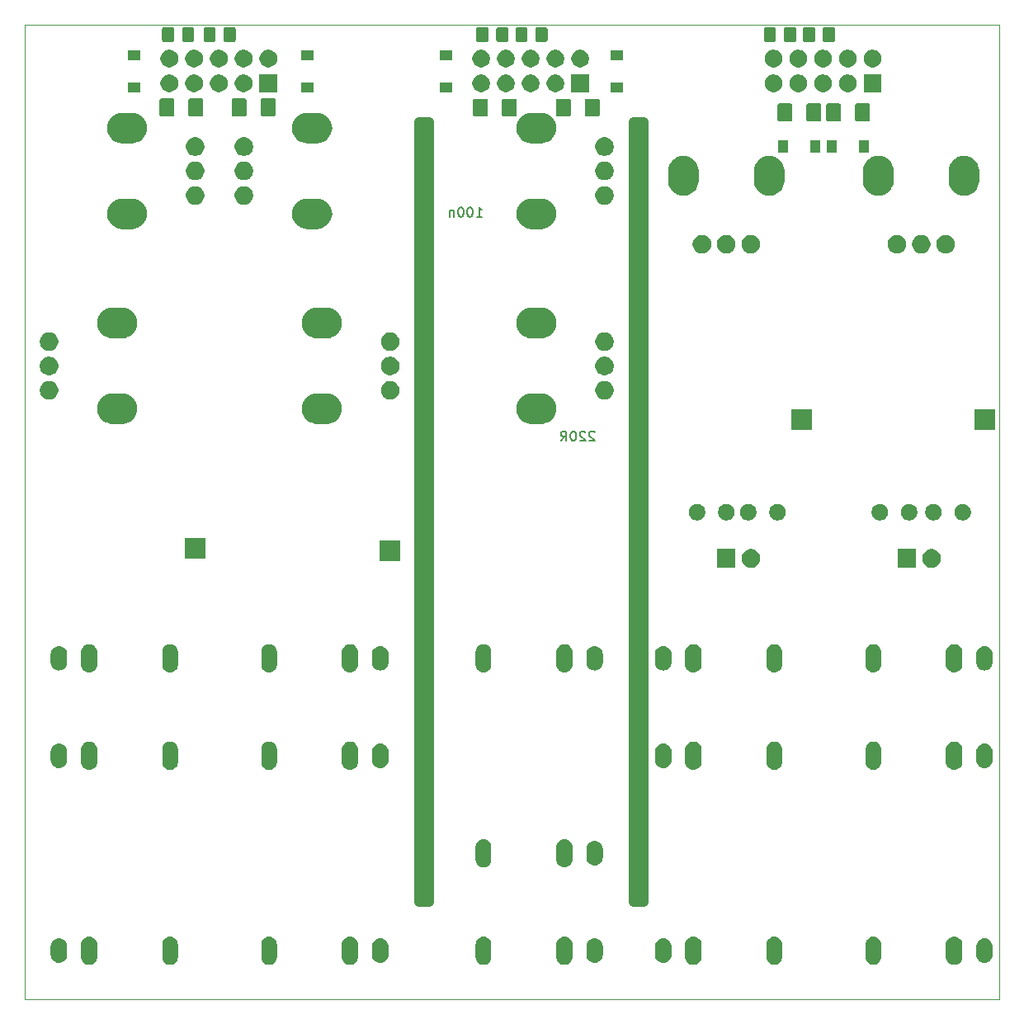
<source format=gbr>
%TF.GenerationSoftware,KiCad,Pcbnew,(5.1.5)-3*%
%TF.CreationDate,2020-03-23T00:00:11+01:00*%
%TF.ProjectId,KicadJE_Util_PCB,4b696361-644a-4455-9f55-74696c5f5043,rev?*%
%TF.SameCoordinates,Original*%
%TF.FileFunction,Soldermask,Top*%
%TF.FilePolarity,Negative*%
%FSLAX46Y46*%
G04 Gerber Fmt 4.6, Leading zero omitted, Abs format (unit mm)*
G04 Created by KiCad (PCBNEW (5.1.5)-3) date 2020-03-23 00:00:11*
%MOMM*%
%LPD*%
G04 APERTURE LIST*
%ADD10C,1.000000*%
%ADD11C,0.050000*%
%ADD12C,0.150000*%
G04 APERTURE END LIST*
D10*
X112500000Y-60000000D02*
X112500000Y-140000000D01*
X113500000Y-60000000D02*
X113500000Y-140000000D01*
X112500000Y-140000000D02*
X113500000Y-140000000D01*
X112500000Y-60000000D02*
X113500000Y-60000000D01*
X90500000Y-60000000D02*
X91500000Y-60000000D01*
X90500000Y-140000000D02*
X91500000Y-140000000D01*
X91500000Y-60000000D02*
X91500000Y-140000000D01*
X90500000Y-60000000D02*
X90500000Y-140000000D01*
D11*
X50000000Y-150000000D02*
X50000000Y-50000000D01*
X150000000Y-150000000D02*
X50000000Y-150000000D01*
X150000000Y-50000000D02*
X150000000Y-150000000D01*
X50000000Y-50000000D02*
X150000000Y-50000000D01*
D12*
X96369047Y-69702380D02*
X96940476Y-69702380D01*
X96654761Y-69702380D02*
X96654761Y-68702380D01*
X96749999Y-68845238D01*
X96845238Y-68940476D01*
X96940476Y-68988095D01*
X95749999Y-68702380D02*
X95654761Y-68702380D01*
X95559523Y-68750000D01*
X95511904Y-68797619D01*
X95464285Y-68892857D01*
X95416666Y-69083333D01*
X95416666Y-69321428D01*
X95464285Y-69511904D01*
X95511904Y-69607142D01*
X95559523Y-69654761D01*
X95654761Y-69702380D01*
X95749999Y-69702380D01*
X95845238Y-69654761D01*
X95892857Y-69607142D01*
X95940476Y-69511904D01*
X95988095Y-69321428D01*
X95988095Y-69083333D01*
X95940476Y-68892857D01*
X95892857Y-68797619D01*
X95845238Y-68750000D01*
X95749999Y-68702380D01*
X94797619Y-68702380D02*
X94702380Y-68702380D01*
X94607142Y-68750000D01*
X94559523Y-68797619D01*
X94511904Y-68892857D01*
X94464285Y-69083333D01*
X94464285Y-69321428D01*
X94511904Y-69511904D01*
X94559523Y-69607142D01*
X94607142Y-69654761D01*
X94702380Y-69702380D01*
X94797619Y-69702380D01*
X94892857Y-69654761D01*
X94940476Y-69607142D01*
X94988095Y-69511904D01*
X95035714Y-69321428D01*
X95035714Y-69083333D01*
X94988095Y-68892857D01*
X94940476Y-68797619D01*
X94892857Y-68750000D01*
X94797619Y-68702380D01*
X94035714Y-69035714D02*
X94035714Y-69702380D01*
X94035714Y-69130952D02*
X93988095Y-69083333D01*
X93892857Y-69035714D01*
X93749999Y-69035714D01*
X93654761Y-69083333D01*
X93607142Y-69178571D01*
X93607142Y-69702380D01*
X96369047Y-69702380D02*
X96940476Y-69702380D01*
X96654761Y-69702380D02*
X96654761Y-68702380D01*
X96749999Y-68845238D01*
X96845238Y-68940476D01*
X96940476Y-68988095D01*
X95749999Y-68702380D02*
X95654761Y-68702380D01*
X95559523Y-68750000D01*
X95511904Y-68797619D01*
X95464285Y-68892857D01*
X95416666Y-69083333D01*
X95416666Y-69321428D01*
X95464285Y-69511904D01*
X95511904Y-69607142D01*
X95559523Y-69654761D01*
X95654761Y-69702380D01*
X95749999Y-69702380D01*
X95845238Y-69654761D01*
X95892857Y-69607142D01*
X95940476Y-69511904D01*
X95988095Y-69321428D01*
X95988095Y-69083333D01*
X95940476Y-68892857D01*
X95892857Y-68797619D01*
X95845238Y-68750000D01*
X95749999Y-68702380D01*
X94797619Y-68702380D02*
X94702380Y-68702380D01*
X94607142Y-68750000D01*
X94559523Y-68797619D01*
X94511904Y-68892857D01*
X94464285Y-69083333D01*
X94464285Y-69321428D01*
X94511904Y-69511904D01*
X94559523Y-69607142D01*
X94607142Y-69654761D01*
X94702380Y-69702380D01*
X94797619Y-69702380D01*
X94892857Y-69654761D01*
X94940476Y-69607142D01*
X94988095Y-69511904D01*
X95035714Y-69321428D01*
X95035714Y-69083333D01*
X94988095Y-68892857D01*
X94940476Y-68797619D01*
X94892857Y-68750000D01*
X94797619Y-68702380D01*
X94035714Y-69035714D02*
X94035714Y-69702380D01*
X94035714Y-69130952D02*
X93988095Y-69083333D01*
X93892857Y-69035714D01*
X93749999Y-69035714D01*
X93654761Y-69083333D01*
X93607142Y-69178571D01*
X93607142Y-69702380D01*
X96369047Y-69702380D02*
X96940476Y-69702380D01*
X96654761Y-69702380D02*
X96654761Y-68702380D01*
X96749999Y-68845238D01*
X96845238Y-68940476D01*
X96940476Y-68988095D01*
X95749999Y-68702380D02*
X95654761Y-68702380D01*
X95559523Y-68750000D01*
X95511904Y-68797619D01*
X95464285Y-68892857D01*
X95416666Y-69083333D01*
X95416666Y-69321428D01*
X95464285Y-69511904D01*
X95511904Y-69607142D01*
X95559523Y-69654761D01*
X95654761Y-69702380D01*
X95749999Y-69702380D01*
X95845238Y-69654761D01*
X95892857Y-69607142D01*
X95940476Y-69511904D01*
X95988095Y-69321428D01*
X95988095Y-69083333D01*
X95940476Y-68892857D01*
X95892857Y-68797619D01*
X95845238Y-68750000D01*
X95749999Y-68702380D01*
X94797619Y-68702380D02*
X94702380Y-68702380D01*
X94607142Y-68750000D01*
X94559523Y-68797619D01*
X94511904Y-68892857D01*
X94464285Y-69083333D01*
X94464285Y-69321428D01*
X94511904Y-69511904D01*
X94559523Y-69607142D01*
X94607142Y-69654761D01*
X94702380Y-69702380D01*
X94797619Y-69702380D01*
X94892857Y-69654761D01*
X94940476Y-69607142D01*
X94988095Y-69511904D01*
X95035714Y-69321428D01*
X95035714Y-69083333D01*
X94988095Y-68892857D01*
X94940476Y-68797619D01*
X94892857Y-68750000D01*
X94797619Y-68702380D01*
X94035714Y-69035714D02*
X94035714Y-69702380D01*
X94035714Y-69130952D02*
X93988095Y-69083333D01*
X93892857Y-69035714D01*
X93749999Y-69035714D01*
X93654761Y-69083333D01*
X93607142Y-69178571D01*
X93607142Y-69702380D01*
X96369047Y-69702380D02*
X96940476Y-69702380D01*
X96654761Y-69702380D02*
X96654761Y-68702380D01*
X96749999Y-68845238D01*
X96845238Y-68940476D01*
X96940476Y-68988095D01*
X95749999Y-68702380D02*
X95654761Y-68702380D01*
X95559523Y-68750000D01*
X95511904Y-68797619D01*
X95464285Y-68892857D01*
X95416666Y-69083333D01*
X95416666Y-69321428D01*
X95464285Y-69511904D01*
X95511904Y-69607142D01*
X95559523Y-69654761D01*
X95654761Y-69702380D01*
X95749999Y-69702380D01*
X95845238Y-69654761D01*
X95892857Y-69607142D01*
X95940476Y-69511904D01*
X95988095Y-69321428D01*
X95988095Y-69083333D01*
X95940476Y-68892857D01*
X95892857Y-68797619D01*
X95845238Y-68750000D01*
X95749999Y-68702380D01*
X94797619Y-68702380D02*
X94702380Y-68702380D01*
X94607142Y-68750000D01*
X94559523Y-68797619D01*
X94511904Y-68892857D01*
X94464285Y-69083333D01*
X94464285Y-69321428D01*
X94511904Y-69511904D01*
X94559523Y-69607142D01*
X94607142Y-69654761D01*
X94702380Y-69702380D01*
X94797619Y-69702380D01*
X94892857Y-69654761D01*
X94940476Y-69607142D01*
X94988095Y-69511904D01*
X95035714Y-69321428D01*
X95035714Y-69083333D01*
X94988095Y-68892857D01*
X94940476Y-68797619D01*
X94892857Y-68750000D01*
X94797619Y-68702380D01*
X94035714Y-69035714D02*
X94035714Y-69702380D01*
X94035714Y-69130952D02*
X93988095Y-69083333D01*
X93892857Y-69035714D01*
X93749999Y-69035714D01*
X93654761Y-69083333D01*
X93607142Y-69178571D01*
X93607142Y-69702380D01*
X96369047Y-69702380D02*
X96940476Y-69702380D01*
X96654761Y-69702380D02*
X96654761Y-68702380D01*
X96749999Y-68845238D01*
X96845238Y-68940476D01*
X96940476Y-68988095D01*
X95749999Y-68702380D02*
X95654761Y-68702380D01*
X95559523Y-68750000D01*
X95511904Y-68797619D01*
X95464285Y-68892857D01*
X95416666Y-69083333D01*
X95416666Y-69321428D01*
X95464285Y-69511904D01*
X95511904Y-69607142D01*
X95559523Y-69654761D01*
X95654761Y-69702380D01*
X95749999Y-69702380D01*
X95845238Y-69654761D01*
X95892857Y-69607142D01*
X95940476Y-69511904D01*
X95988095Y-69321428D01*
X95988095Y-69083333D01*
X95940476Y-68892857D01*
X95892857Y-68797619D01*
X95845238Y-68750000D01*
X95749999Y-68702380D01*
X94797619Y-68702380D02*
X94702380Y-68702380D01*
X94607142Y-68750000D01*
X94559523Y-68797619D01*
X94511904Y-68892857D01*
X94464285Y-69083333D01*
X94464285Y-69321428D01*
X94511904Y-69511904D01*
X94559523Y-69607142D01*
X94607142Y-69654761D01*
X94702380Y-69702380D01*
X94797619Y-69702380D01*
X94892857Y-69654761D01*
X94940476Y-69607142D01*
X94988095Y-69511904D01*
X95035714Y-69321428D01*
X95035714Y-69083333D01*
X94988095Y-68892857D01*
X94940476Y-68797619D01*
X94892857Y-68750000D01*
X94797619Y-68702380D01*
X94035714Y-69035714D02*
X94035714Y-69702380D01*
X94035714Y-69130952D02*
X93988095Y-69083333D01*
X93892857Y-69035714D01*
X93749999Y-69035714D01*
X93654761Y-69083333D01*
X93607142Y-69178571D01*
X93607142Y-69702380D01*
X96369047Y-69702380D02*
X96940476Y-69702380D01*
X96654761Y-69702380D02*
X96654761Y-68702380D01*
X96749999Y-68845238D01*
X96845238Y-68940476D01*
X96940476Y-68988095D01*
X95749999Y-68702380D02*
X95654761Y-68702380D01*
X95559523Y-68750000D01*
X95511904Y-68797619D01*
X95464285Y-68892857D01*
X95416666Y-69083333D01*
X95416666Y-69321428D01*
X95464285Y-69511904D01*
X95511904Y-69607142D01*
X95559523Y-69654761D01*
X95654761Y-69702380D01*
X95749999Y-69702380D01*
X95845238Y-69654761D01*
X95892857Y-69607142D01*
X95940476Y-69511904D01*
X95988095Y-69321428D01*
X95988095Y-69083333D01*
X95940476Y-68892857D01*
X95892857Y-68797619D01*
X95845238Y-68750000D01*
X95749999Y-68702380D01*
X94797619Y-68702380D02*
X94702380Y-68702380D01*
X94607142Y-68750000D01*
X94559523Y-68797619D01*
X94511904Y-68892857D01*
X94464285Y-69083333D01*
X94464285Y-69321428D01*
X94511904Y-69511904D01*
X94559523Y-69607142D01*
X94607142Y-69654761D01*
X94702380Y-69702380D01*
X94797619Y-69702380D01*
X94892857Y-69654761D01*
X94940476Y-69607142D01*
X94988095Y-69511904D01*
X95035714Y-69321428D01*
X95035714Y-69083333D01*
X94988095Y-68892857D01*
X94940476Y-68797619D01*
X94892857Y-68750000D01*
X94797619Y-68702380D01*
X94035714Y-69035714D02*
X94035714Y-69702380D01*
X94035714Y-69130952D02*
X93988095Y-69083333D01*
X93892857Y-69035714D01*
X93749999Y-69035714D01*
X93654761Y-69083333D01*
X93607142Y-69178571D01*
X93607142Y-69702380D01*
X96369047Y-69702380D02*
X96940476Y-69702380D01*
X96654761Y-69702380D02*
X96654761Y-68702380D01*
X96749999Y-68845238D01*
X96845238Y-68940476D01*
X96940476Y-68988095D01*
X95749999Y-68702380D02*
X95654761Y-68702380D01*
X95559523Y-68750000D01*
X95511904Y-68797619D01*
X95464285Y-68892857D01*
X95416666Y-69083333D01*
X95416666Y-69321428D01*
X95464285Y-69511904D01*
X95511904Y-69607142D01*
X95559523Y-69654761D01*
X95654761Y-69702380D01*
X95749999Y-69702380D01*
X95845238Y-69654761D01*
X95892857Y-69607142D01*
X95940476Y-69511904D01*
X95988095Y-69321428D01*
X95988095Y-69083333D01*
X95940476Y-68892857D01*
X95892857Y-68797619D01*
X95845238Y-68750000D01*
X95749999Y-68702380D01*
X94797619Y-68702380D02*
X94702380Y-68702380D01*
X94607142Y-68750000D01*
X94559523Y-68797619D01*
X94511904Y-68892857D01*
X94464285Y-69083333D01*
X94464285Y-69321428D01*
X94511904Y-69511904D01*
X94559523Y-69607142D01*
X94607142Y-69654761D01*
X94702380Y-69702380D01*
X94797619Y-69702380D01*
X94892857Y-69654761D01*
X94940476Y-69607142D01*
X94988095Y-69511904D01*
X95035714Y-69321428D01*
X95035714Y-69083333D01*
X94988095Y-68892857D01*
X94940476Y-68797619D01*
X94892857Y-68750000D01*
X94797619Y-68702380D01*
X94035714Y-69035714D02*
X94035714Y-69702380D01*
X94035714Y-69130952D02*
X93988095Y-69083333D01*
X93892857Y-69035714D01*
X93749999Y-69035714D01*
X93654761Y-69083333D01*
X93607142Y-69178571D01*
X93607142Y-69702380D01*
X96369047Y-69702380D02*
X96940476Y-69702380D01*
X96654761Y-69702380D02*
X96654761Y-68702380D01*
X96749999Y-68845238D01*
X96845238Y-68940476D01*
X96940476Y-68988095D01*
X95749999Y-68702380D02*
X95654761Y-68702380D01*
X95559523Y-68750000D01*
X95511904Y-68797619D01*
X95464285Y-68892857D01*
X95416666Y-69083333D01*
X95416666Y-69321428D01*
X95464285Y-69511904D01*
X95511904Y-69607142D01*
X95559523Y-69654761D01*
X95654761Y-69702380D01*
X95749999Y-69702380D01*
X95845238Y-69654761D01*
X95892857Y-69607142D01*
X95940476Y-69511904D01*
X95988095Y-69321428D01*
X95988095Y-69083333D01*
X95940476Y-68892857D01*
X95892857Y-68797619D01*
X95845238Y-68750000D01*
X95749999Y-68702380D01*
X94797619Y-68702380D02*
X94702380Y-68702380D01*
X94607142Y-68750000D01*
X94559523Y-68797619D01*
X94511904Y-68892857D01*
X94464285Y-69083333D01*
X94464285Y-69321428D01*
X94511904Y-69511904D01*
X94559523Y-69607142D01*
X94607142Y-69654761D01*
X94702380Y-69702380D01*
X94797619Y-69702380D01*
X94892857Y-69654761D01*
X94940476Y-69607142D01*
X94988095Y-69511904D01*
X95035714Y-69321428D01*
X95035714Y-69083333D01*
X94988095Y-68892857D01*
X94940476Y-68797619D01*
X94892857Y-68750000D01*
X94797619Y-68702380D01*
X94035714Y-69035714D02*
X94035714Y-69702380D01*
X94035714Y-69130952D02*
X93988095Y-69083333D01*
X93892857Y-69035714D01*
X93749999Y-69035714D01*
X93654761Y-69083333D01*
X93607142Y-69178571D01*
X93607142Y-69702380D01*
X96369047Y-69702380D02*
X96940476Y-69702380D01*
X96654761Y-69702380D02*
X96654761Y-68702380D01*
X96749999Y-68845238D01*
X96845238Y-68940476D01*
X96940476Y-68988095D01*
X95749999Y-68702380D02*
X95654761Y-68702380D01*
X95559523Y-68750000D01*
X95511904Y-68797619D01*
X95464285Y-68892857D01*
X95416666Y-69083333D01*
X95416666Y-69321428D01*
X95464285Y-69511904D01*
X95511904Y-69607142D01*
X95559523Y-69654761D01*
X95654761Y-69702380D01*
X95749999Y-69702380D01*
X95845238Y-69654761D01*
X95892857Y-69607142D01*
X95940476Y-69511904D01*
X95988095Y-69321428D01*
X95988095Y-69083333D01*
X95940476Y-68892857D01*
X95892857Y-68797619D01*
X95845238Y-68750000D01*
X95749999Y-68702380D01*
X94797619Y-68702380D02*
X94702380Y-68702380D01*
X94607142Y-68750000D01*
X94559523Y-68797619D01*
X94511904Y-68892857D01*
X94464285Y-69083333D01*
X94464285Y-69321428D01*
X94511904Y-69511904D01*
X94559523Y-69607142D01*
X94607142Y-69654761D01*
X94702380Y-69702380D01*
X94797619Y-69702380D01*
X94892857Y-69654761D01*
X94940476Y-69607142D01*
X94988095Y-69511904D01*
X95035714Y-69321428D01*
X95035714Y-69083333D01*
X94988095Y-68892857D01*
X94940476Y-68797619D01*
X94892857Y-68750000D01*
X94797619Y-68702380D01*
X94035714Y-69035714D02*
X94035714Y-69702380D01*
X94035714Y-69130952D02*
X93988095Y-69083333D01*
X93892857Y-69035714D01*
X93749999Y-69035714D01*
X93654761Y-69083333D01*
X93607142Y-69178571D01*
X93607142Y-69702380D01*
X96369047Y-69702380D02*
X96940476Y-69702380D01*
X96654761Y-69702380D02*
X96654761Y-68702380D01*
X96749999Y-68845238D01*
X96845238Y-68940476D01*
X96940476Y-68988095D01*
X95749999Y-68702380D02*
X95654761Y-68702380D01*
X95559523Y-68750000D01*
X95511904Y-68797619D01*
X95464285Y-68892857D01*
X95416666Y-69083333D01*
X95416666Y-69321428D01*
X95464285Y-69511904D01*
X95511904Y-69607142D01*
X95559523Y-69654761D01*
X95654761Y-69702380D01*
X95749999Y-69702380D01*
X95845238Y-69654761D01*
X95892857Y-69607142D01*
X95940476Y-69511904D01*
X95988095Y-69321428D01*
X95988095Y-69083333D01*
X95940476Y-68892857D01*
X95892857Y-68797619D01*
X95845238Y-68750000D01*
X95749999Y-68702380D01*
X94797619Y-68702380D02*
X94702380Y-68702380D01*
X94607142Y-68750000D01*
X94559523Y-68797619D01*
X94511904Y-68892857D01*
X94464285Y-69083333D01*
X94464285Y-69321428D01*
X94511904Y-69511904D01*
X94559523Y-69607142D01*
X94607142Y-69654761D01*
X94702380Y-69702380D01*
X94797619Y-69702380D01*
X94892857Y-69654761D01*
X94940476Y-69607142D01*
X94988095Y-69511904D01*
X95035714Y-69321428D01*
X95035714Y-69083333D01*
X94988095Y-68892857D01*
X94940476Y-68797619D01*
X94892857Y-68750000D01*
X94797619Y-68702380D01*
X94035714Y-69035714D02*
X94035714Y-69702380D01*
X94035714Y-69130952D02*
X93988095Y-69083333D01*
X93892857Y-69035714D01*
X93749999Y-69035714D01*
X93654761Y-69083333D01*
X93607142Y-69178571D01*
X93607142Y-69702380D01*
X96369047Y-69702380D02*
X96940476Y-69702380D01*
X96654761Y-69702380D02*
X96654761Y-68702380D01*
X96749999Y-68845238D01*
X96845238Y-68940476D01*
X96940476Y-68988095D01*
X95749999Y-68702380D02*
X95654761Y-68702380D01*
X95559523Y-68750000D01*
X95511904Y-68797619D01*
X95464285Y-68892857D01*
X95416666Y-69083333D01*
X95416666Y-69321428D01*
X95464285Y-69511904D01*
X95511904Y-69607142D01*
X95559523Y-69654761D01*
X95654761Y-69702380D01*
X95749999Y-69702380D01*
X95845238Y-69654761D01*
X95892857Y-69607142D01*
X95940476Y-69511904D01*
X95988095Y-69321428D01*
X95988095Y-69083333D01*
X95940476Y-68892857D01*
X95892857Y-68797619D01*
X95845238Y-68750000D01*
X95749999Y-68702380D01*
X94797619Y-68702380D02*
X94702380Y-68702380D01*
X94607142Y-68750000D01*
X94559523Y-68797619D01*
X94511904Y-68892857D01*
X94464285Y-69083333D01*
X94464285Y-69321428D01*
X94511904Y-69511904D01*
X94559523Y-69607142D01*
X94607142Y-69654761D01*
X94702380Y-69702380D01*
X94797619Y-69702380D01*
X94892857Y-69654761D01*
X94940476Y-69607142D01*
X94988095Y-69511904D01*
X95035714Y-69321428D01*
X95035714Y-69083333D01*
X94988095Y-68892857D01*
X94940476Y-68797619D01*
X94892857Y-68750000D01*
X94797619Y-68702380D01*
X94035714Y-69035714D02*
X94035714Y-69702380D01*
X94035714Y-69130952D02*
X93988095Y-69083333D01*
X93892857Y-69035714D01*
X93749999Y-69035714D01*
X93654761Y-69083333D01*
X93607142Y-69178571D01*
X93607142Y-69702380D01*
X108488095Y-91797619D02*
X108440476Y-91750000D01*
X108345238Y-91702380D01*
X108107142Y-91702380D01*
X108011904Y-91750000D01*
X107964285Y-91797619D01*
X107916666Y-91892857D01*
X107916666Y-91988095D01*
X107964285Y-92130952D01*
X108535714Y-92702380D01*
X107916666Y-92702380D01*
X107535714Y-91797619D02*
X107488095Y-91750000D01*
X107392857Y-91702380D01*
X107154761Y-91702380D01*
X107059523Y-91750000D01*
X107011904Y-91797619D01*
X106964285Y-91892857D01*
X106964285Y-91988095D01*
X107011904Y-92130952D01*
X107583333Y-92702380D01*
X106964285Y-92702380D01*
X106345238Y-91702380D02*
X106250000Y-91702380D01*
X106154761Y-91750000D01*
X106107142Y-91797619D01*
X106059523Y-91892857D01*
X106011904Y-92083333D01*
X106011904Y-92321428D01*
X106059523Y-92511904D01*
X106107142Y-92607142D01*
X106154761Y-92654761D01*
X106250000Y-92702380D01*
X106345238Y-92702380D01*
X106440476Y-92654761D01*
X106488095Y-92607142D01*
X106535714Y-92511904D01*
X106583333Y-92321428D01*
X106583333Y-92083333D01*
X106535714Y-91892857D01*
X106488095Y-91797619D01*
X106440476Y-91750000D01*
X106345238Y-91702380D01*
X105011904Y-92702380D02*
X105345238Y-92226190D01*
X105583333Y-92702380D02*
X105583333Y-91702380D01*
X105202380Y-91702380D01*
X105107142Y-91750000D01*
X105059523Y-91797619D01*
X105011904Y-91892857D01*
X105011904Y-92035714D01*
X105059523Y-92130952D01*
X105107142Y-92178571D01*
X105202380Y-92226190D01*
X105583333Y-92226190D01*
X108488095Y-91797619D02*
X108440476Y-91750000D01*
X108345238Y-91702380D01*
X108107142Y-91702380D01*
X108011904Y-91750000D01*
X107964285Y-91797619D01*
X107916666Y-91892857D01*
X107916666Y-91988095D01*
X107964285Y-92130952D01*
X108535714Y-92702380D01*
X107916666Y-92702380D01*
X107535714Y-91797619D02*
X107488095Y-91750000D01*
X107392857Y-91702380D01*
X107154761Y-91702380D01*
X107059523Y-91750000D01*
X107011904Y-91797619D01*
X106964285Y-91892857D01*
X106964285Y-91988095D01*
X107011904Y-92130952D01*
X107583333Y-92702380D01*
X106964285Y-92702380D01*
X106345238Y-91702380D02*
X106250000Y-91702380D01*
X106154761Y-91750000D01*
X106107142Y-91797619D01*
X106059523Y-91892857D01*
X106011904Y-92083333D01*
X106011904Y-92321428D01*
X106059523Y-92511904D01*
X106107142Y-92607142D01*
X106154761Y-92654761D01*
X106250000Y-92702380D01*
X106345238Y-92702380D01*
X106440476Y-92654761D01*
X106488095Y-92607142D01*
X106535714Y-92511904D01*
X106583333Y-92321428D01*
X106583333Y-92083333D01*
X106535714Y-91892857D01*
X106488095Y-91797619D01*
X106440476Y-91750000D01*
X106345238Y-91702380D01*
X105011904Y-92702380D02*
X105345238Y-92226190D01*
X105583333Y-92702380D02*
X105583333Y-91702380D01*
X105202380Y-91702380D01*
X105107142Y-91750000D01*
X105059523Y-91797619D01*
X105011904Y-91892857D01*
X105011904Y-92035714D01*
X105059523Y-92130952D01*
X105107142Y-92178571D01*
X105202380Y-92226190D01*
X105583333Y-92226190D01*
X108488095Y-91797619D02*
X108440476Y-91750000D01*
X108345238Y-91702380D01*
X108107142Y-91702380D01*
X108011904Y-91750000D01*
X107964285Y-91797619D01*
X107916666Y-91892857D01*
X107916666Y-91988095D01*
X107964285Y-92130952D01*
X108535714Y-92702380D01*
X107916666Y-92702380D01*
X107535714Y-91797619D02*
X107488095Y-91750000D01*
X107392857Y-91702380D01*
X107154761Y-91702380D01*
X107059523Y-91750000D01*
X107011904Y-91797619D01*
X106964285Y-91892857D01*
X106964285Y-91988095D01*
X107011904Y-92130952D01*
X107583333Y-92702380D01*
X106964285Y-92702380D01*
X106345238Y-91702380D02*
X106250000Y-91702380D01*
X106154761Y-91750000D01*
X106107142Y-91797619D01*
X106059523Y-91892857D01*
X106011904Y-92083333D01*
X106011904Y-92321428D01*
X106059523Y-92511904D01*
X106107142Y-92607142D01*
X106154761Y-92654761D01*
X106250000Y-92702380D01*
X106345238Y-92702380D01*
X106440476Y-92654761D01*
X106488095Y-92607142D01*
X106535714Y-92511904D01*
X106583333Y-92321428D01*
X106583333Y-92083333D01*
X106535714Y-91892857D01*
X106488095Y-91797619D01*
X106440476Y-91750000D01*
X106345238Y-91702380D01*
X105011904Y-92702380D02*
X105345238Y-92226190D01*
X105583333Y-92702380D02*
X105583333Y-91702380D01*
X105202380Y-91702380D01*
X105107142Y-91750000D01*
X105059523Y-91797619D01*
X105011904Y-91892857D01*
X105011904Y-92035714D01*
X105059523Y-92130952D01*
X105107142Y-92178571D01*
X105202380Y-92226190D01*
X105583333Y-92226190D01*
X108488095Y-91797619D02*
X108440476Y-91750000D01*
X108345238Y-91702380D01*
X108107142Y-91702380D01*
X108011904Y-91750000D01*
X107964285Y-91797619D01*
X107916666Y-91892857D01*
X107916666Y-91988095D01*
X107964285Y-92130952D01*
X108535714Y-92702380D01*
X107916666Y-92702380D01*
X107535714Y-91797619D02*
X107488095Y-91750000D01*
X107392857Y-91702380D01*
X107154761Y-91702380D01*
X107059523Y-91750000D01*
X107011904Y-91797619D01*
X106964285Y-91892857D01*
X106964285Y-91988095D01*
X107011904Y-92130952D01*
X107583333Y-92702380D01*
X106964285Y-92702380D01*
X106345238Y-91702380D02*
X106250000Y-91702380D01*
X106154761Y-91750000D01*
X106107142Y-91797619D01*
X106059523Y-91892857D01*
X106011904Y-92083333D01*
X106011904Y-92321428D01*
X106059523Y-92511904D01*
X106107142Y-92607142D01*
X106154761Y-92654761D01*
X106250000Y-92702380D01*
X106345238Y-92702380D01*
X106440476Y-92654761D01*
X106488095Y-92607142D01*
X106535714Y-92511904D01*
X106583333Y-92321428D01*
X106583333Y-92083333D01*
X106535714Y-91892857D01*
X106488095Y-91797619D01*
X106440476Y-91750000D01*
X106345238Y-91702380D01*
X105011904Y-92702380D02*
X105345238Y-92226190D01*
X105583333Y-92702380D02*
X105583333Y-91702380D01*
X105202380Y-91702380D01*
X105107142Y-91750000D01*
X105059523Y-91797619D01*
X105011904Y-91892857D01*
X105011904Y-92035714D01*
X105059523Y-92130952D01*
X105107142Y-92178571D01*
X105202380Y-92226190D01*
X105583333Y-92226190D01*
X108488095Y-91797619D02*
X108440476Y-91750000D01*
X108345238Y-91702380D01*
X108107142Y-91702380D01*
X108011904Y-91750000D01*
X107964285Y-91797619D01*
X107916666Y-91892857D01*
X107916666Y-91988095D01*
X107964285Y-92130952D01*
X108535714Y-92702380D01*
X107916666Y-92702380D01*
X107535714Y-91797619D02*
X107488095Y-91750000D01*
X107392857Y-91702380D01*
X107154761Y-91702380D01*
X107059523Y-91750000D01*
X107011904Y-91797619D01*
X106964285Y-91892857D01*
X106964285Y-91988095D01*
X107011904Y-92130952D01*
X107583333Y-92702380D01*
X106964285Y-92702380D01*
X106345238Y-91702380D02*
X106250000Y-91702380D01*
X106154761Y-91750000D01*
X106107142Y-91797619D01*
X106059523Y-91892857D01*
X106011904Y-92083333D01*
X106011904Y-92321428D01*
X106059523Y-92511904D01*
X106107142Y-92607142D01*
X106154761Y-92654761D01*
X106250000Y-92702380D01*
X106345238Y-92702380D01*
X106440476Y-92654761D01*
X106488095Y-92607142D01*
X106535714Y-92511904D01*
X106583333Y-92321428D01*
X106583333Y-92083333D01*
X106535714Y-91892857D01*
X106488095Y-91797619D01*
X106440476Y-91750000D01*
X106345238Y-91702380D01*
X105011904Y-92702380D02*
X105345238Y-92226190D01*
X105583333Y-92702380D02*
X105583333Y-91702380D01*
X105202380Y-91702380D01*
X105107142Y-91750000D01*
X105059523Y-91797619D01*
X105011904Y-91892857D01*
X105011904Y-92035714D01*
X105059523Y-92130952D01*
X105107142Y-92178571D01*
X105202380Y-92226190D01*
X105583333Y-92226190D01*
X108488095Y-91797619D02*
X108440476Y-91750000D01*
X108345238Y-91702380D01*
X108107142Y-91702380D01*
X108011904Y-91750000D01*
X107964285Y-91797619D01*
X107916666Y-91892857D01*
X107916666Y-91988095D01*
X107964285Y-92130952D01*
X108535714Y-92702380D01*
X107916666Y-92702380D01*
X107535714Y-91797619D02*
X107488095Y-91750000D01*
X107392857Y-91702380D01*
X107154761Y-91702380D01*
X107059523Y-91750000D01*
X107011904Y-91797619D01*
X106964285Y-91892857D01*
X106964285Y-91988095D01*
X107011904Y-92130952D01*
X107583333Y-92702380D01*
X106964285Y-92702380D01*
X106345238Y-91702380D02*
X106250000Y-91702380D01*
X106154761Y-91750000D01*
X106107142Y-91797619D01*
X106059523Y-91892857D01*
X106011904Y-92083333D01*
X106011904Y-92321428D01*
X106059523Y-92511904D01*
X106107142Y-92607142D01*
X106154761Y-92654761D01*
X106250000Y-92702380D01*
X106345238Y-92702380D01*
X106440476Y-92654761D01*
X106488095Y-92607142D01*
X106535714Y-92511904D01*
X106583333Y-92321428D01*
X106583333Y-92083333D01*
X106535714Y-91892857D01*
X106488095Y-91797619D01*
X106440476Y-91750000D01*
X106345238Y-91702380D01*
X105011904Y-92702380D02*
X105345238Y-92226190D01*
X105583333Y-92702380D02*
X105583333Y-91702380D01*
X105202380Y-91702380D01*
X105107142Y-91750000D01*
X105059523Y-91797619D01*
X105011904Y-91892857D01*
X105011904Y-92035714D01*
X105059523Y-92130952D01*
X105107142Y-92178571D01*
X105202380Y-92226190D01*
X105583333Y-92226190D01*
X108488095Y-91797619D02*
X108440476Y-91750000D01*
X108345238Y-91702380D01*
X108107142Y-91702380D01*
X108011904Y-91750000D01*
X107964285Y-91797619D01*
X107916666Y-91892857D01*
X107916666Y-91988095D01*
X107964285Y-92130952D01*
X108535714Y-92702380D01*
X107916666Y-92702380D01*
X107535714Y-91797619D02*
X107488095Y-91750000D01*
X107392857Y-91702380D01*
X107154761Y-91702380D01*
X107059523Y-91750000D01*
X107011904Y-91797619D01*
X106964285Y-91892857D01*
X106964285Y-91988095D01*
X107011904Y-92130952D01*
X107583333Y-92702380D01*
X106964285Y-92702380D01*
X106345238Y-91702380D02*
X106250000Y-91702380D01*
X106154761Y-91750000D01*
X106107142Y-91797619D01*
X106059523Y-91892857D01*
X106011904Y-92083333D01*
X106011904Y-92321428D01*
X106059523Y-92511904D01*
X106107142Y-92607142D01*
X106154761Y-92654761D01*
X106250000Y-92702380D01*
X106345238Y-92702380D01*
X106440476Y-92654761D01*
X106488095Y-92607142D01*
X106535714Y-92511904D01*
X106583333Y-92321428D01*
X106583333Y-92083333D01*
X106535714Y-91892857D01*
X106488095Y-91797619D01*
X106440476Y-91750000D01*
X106345238Y-91702380D01*
X105011904Y-92702380D02*
X105345238Y-92226190D01*
X105583333Y-92702380D02*
X105583333Y-91702380D01*
X105202380Y-91702380D01*
X105107142Y-91750000D01*
X105059523Y-91797619D01*
X105011904Y-91892857D01*
X105011904Y-92035714D01*
X105059523Y-92130952D01*
X105107142Y-92178571D01*
X105202380Y-92226190D01*
X105583333Y-92226190D01*
X108488095Y-91797619D02*
X108440476Y-91750000D01*
X108345238Y-91702380D01*
X108107142Y-91702380D01*
X108011904Y-91750000D01*
X107964285Y-91797619D01*
X107916666Y-91892857D01*
X107916666Y-91988095D01*
X107964285Y-92130952D01*
X108535714Y-92702380D01*
X107916666Y-92702380D01*
X107535714Y-91797619D02*
X107488095Y-91750000D01*
X107392857Y-91702380D01*
X107154761Y-91702380D01*
X107059523Y-91750000D01*
X107011904Y-91797619D01*
X106964285Y-91892857D01*
X106964285Y-91988095D01*
X107011904Y-92130952D01*
X107583333Y-92702380D01*
X106964285Y-92702380D01*
X106345238Y-91702380D02*
X106250000Y-91702380D01*
X106154761Y-91750000D01*
X106107142Y-91797619D01*
X106059523Y-91892857D01*
X106011904Y-92083333D01*
X106011904Y-92321428D01*
X106059523Y-92511904D01*
X106107142Y-92607142D01*
X106154761Y-92654761D01*
X106250000Y-92702380D01*
X106345238Y-92702380D01*
X106440476Y-92654761D01*
X106488095Y-92607142D01*
X106535714Y-92511904D01*
X106583333Y-92321428D01*
X106583333Y-92083333D01*
X106535714Y-91892857D01*
X106488095Y-91797619D01*
X106440476Y-91750000D01*
X106345238Y-91702380D01*
X105011904Y-92702380D02*
X105345238Y-92226190D01*
X105583333Y-92702380D02*
X105583333Y-91702380D01*
X105202380Y-91702380D01*
X105107142Y-91750000D01*
X105059523Y-91797619D01*
X105011904Y-91892857D01*
X105011904Y-92035714D01*
X105059523Y-92130952D01*
X105107142Y-92178571D01*
X105202380Y-92226190D01*
X105583333Y-92226190D01*
X108488095Y-91797619D02*
X108440476Y-91750000D01*
X108345238Y-91702380D01*
X108107142Y-91702380D01*
X108011904Y-91750000D01*
X107964285Y-91797619D01*
X107916666Y-91892857D01*
X107916666Y-91988095D01*
X107964285Y-92130952D01*
X108535714Y-92702380D01*
X107916666Y-92702380D01*
X107535714Y-91797619D02*
X107488095Y-91750000D01*
X107392857Y-91702380D01*
X107154761Y-91702380D01*
X107059523Y-91750000D01*
X107011904Y-91797619D01*
X106964285Y-91892857D01*
X106964285Y-91988095D01*
X107011904Y-92130952D01*
X107583333Y-92702380D01*
X106964285Y-92702380D01*
X106345238Y-91702380D02*
X106250000Y-91702380D01*
X106154761Y-91750000D01*
X106107142Y-91797619D01*
X106059523Y-91892857D01*
X106011904Y-92083333D01*
X106011904Y-92321428D01*
X106059523Y-92511904D01*
X106107142Y-92607142D01*
X106154761Y-92654761D01*
X106250000Y-92702380D01*
X106345238Y-92702380D01*
X106440476Y-92654761D01*
X106488095Y-92607142D01*
X106535714Y-92511904D01*
X106583333Y-92321428D01*
X106583333Y-92083333D01*
X106535714Y-91892857D01*
X106488095Y-91797619D01*
X106440476Y-91750000D01*
X106345238Y-91702380D01*
X105011904Y-92702380D02*
X105345238Y-92226190D01*
X105583333Y-92702380D02*
X105583333Y-91702380D01*
X105202380Y-91702380D01*
X105107142Y-91750000D01*
X105059523Y-91797619D01*
X105011904Y-91892857D01*
X105011904Y-92035714D01*
X105059523Y-92130952D01*
X105107142Y-92178571D01*
X105202380Y-92226190D01*
X105583333Y-92226190D01*
X108488095Y-91797619D02*
X108440476Y-91750000D01*
X108345238Y-91702380D01*
X108107142Y-91702380D01*
X108011904Y-91750000D01*
X107964285Y-91797619D01*
X107916666Y-91892857D01*
X107916666Y-91988095D01*
X107964285Y-92130952D01*
X108535714Y-92702380D01*
X107916666Y-92702380D01*
X107535714Y-91797619D02*
X107488095Y-91750000D01*
X107392857Y-91702380D01*
X107154761Y-91702380D01*
X107059523Y-91750000D01*
X107011904Y-91797619D01*
X106964285Y-91892857D01*
X106964285Y-91988095D01*
X107011904Y-92130952D01*
X107583333Y-92702380D01*
X106964285Y-92702380D01*
X106345238Y-91702380D02*
X106250000Y-91702380D01*
X106154761Y-91750000D01*
X106107142Y-91797619D01*
X106059523Y-91892857D01*
X106011904Y-92083333D01*
X106011904Y-92321428D01*
X106059523Y-92511904D01*
X106107142Y-92607142D01*
X106154761Y-92654761D01*
X106250000Y-92702380D01*
X106345238Y-92702380D01*
X106440476Y-92654761D01*
X106488095Y-92607142D01*
X106535714Y-92511904D01*
X106583333Y-92321428D01*
X106583333Y-92083333D01*
X106535714Y-91892857D01*
X106488095Y-91797619D01*
X106440476Y-91750000D01*
X106345238Y-91702380D01*
X105011904Y-92702380D02*
X105345238Y-92226190D01*
X105583333Y-92702380D02*
X105583333Y-91702380D01*
X105202380Y-91702380D01*
X105107142Y-91750000D01*
X105059523Y-91797619D01*
X105011904Y-91892857D01*
X105011904Y-92035714D01*
X105059523Y-92130952D01*
X105107142Y-92178571D01*
X105202380Y-92226190D01*
X105583333Y-92226190D01*
X108488095Y-91797619D02*
X108440476Y-91750000D01*
X108345238Y-91702380D01*
X108107142Y-91702380D01*
X108011904Y-91750000D01*
X107964285Y-91797619D01*
X107916666Y-91892857D01*
X107916666Y-91988095D01*
X107964285Y-92130952D01*
X108535714Y-92702380D01*
X107916666Y-92702380D01*
X107535714Y-91797619D02*
X107488095Y-91750000D01*
X107392857Y-91702380D01*
X107154761Y-91702380D01*
X107059523Y-91750000D01*
X107011904Y-91797619D01*
X106964285Y-91892857D01*
X106964285Y-91988095D01*
X107011904Y-92130952D01*
X107583333Y-92702380D01*
X106964285Y-92702380D01*
X106345238Y-91702380D02*
X106250000Y-91702380D01*
X106154761Y-91750000D01*
X106107142Y-91797619D01*
X106059523Y-91892857D01*
X106011904Y-92083333D01*
X106011904Y-92321428D01*
X106059523Y-92511904D01*
X106107142Y-92607142D01*
X106154761Y-92654761D01*
X106250000Y-92702380D01*
X106345238Y-92702380D01*
X106440476Y-92654761D01*
X106488095Y-92607142D01*
X106535714Y-92511904D01*
X106583333Y-92321428D01*
X106583333Y-92083333D01*
X106535714Y-91892857D01*
X106488095Y-91797619D01*
X106440476Y-91750000D01*
X106345238Y-91702380D01*
X105011904Y-92702380D02*
X105345238Y-92226190D01*
X105583333Y-92702380D02*
X105583333Y-91702380D01*
X105202380Y-91702380D01*
X105107142Y-91750000D01*
X105059523Y-91797619D01*
X105011904Y-91892857D01*
X105011904Y-92035714D01*
X105059523Y-92130952D01*
X105107142Y-92178571D01*
X105202380Y-92226190D01*
X105583333Y-92226190D01*
G36*
X105546822Y-143561313D02*
G01*
X105707241Y-143609976D01*
X105855077Y-143688995D01*
X105967024Y-143780868D01*
X105984659Y-143795341D01*
X106091004Y-143924922D01*
X106091005Y-143924924D01*
X106170024Y-144072758D01*
X106218687Y-144233177D01*
X106231000Y-144358196D01*
X106231000Y-145641804D01*
X106218687Y-145766823D01*
X106170024Y-145927242D01*
X106099114Y-146059906D01*
X106091004Y-146075078D01*
X105984659Y-146204659D01*
X105855078Y-146311004D01*
X105855076Y-146311005D01*
X105707242Y-146390024D01*
X105546823Y-146438687D01*
X105380000Y-146455117D01*
X105213178Y-146438687D01*
X105052759Y-146390024D01*
X104904925Y-146311005D01*
X104904923Y-146311004D01*
X104775342Y-146204659D01*
X104668997Y-146075078D01*
X104660887Y-146059906D01*
X104589977Y-145927242D01*
X104541314Y-145766823D01*
X104529001Y-145641804D01*
X104529000Y-144358197D01*
X104541313Y-144233178D01*
X104589976Y-144072759D01*
X104668995Y-143924923D01*
X104775341Y-143795341D01*
X104836824Y-143744883D01*
X104904922Y-143688996D01*
X104920310Y-143680771D01*
X105052758Y-143609976D01*
X105213177Y-143561313D01*
X105380000Y-143544883D01*
X105546822Y-143561313D01*
G37*
G36*
X83546822Y-143561313D02*
G01*
X83707241Y-143609976D01*
X83855077Y-143688995D01*
X83967024Y-143780868D01*
X83984659Y-143795341D01*
X84091004Y-143924922D01*
X84091005Y-143924924D01*
X84170024Y-144072758D01*
X84218687Y-144233177D01*
X84231000Y-144358196D01*
X84231000Y-145641804D01*
X84218687Y-145766823D01*
X84170024Y-145927242D01*
X84099114Y-146059906D01*
X84091004Y-146075078D01*
X83984659Y-146204659D01*
X83855078Y-146311004D01*
X83855076Y-146311005D01*
X83707242Y-146390024D01*
X83546823Y-146438687D01*
X83380000Y-146455117D01*
X83213178Y-146438687D01*
X83052759Y-146390024D01*
X82904925Y-146311005D01*
X82904923Y-146311004D01*
X82775342Y-146204659D01*
X82668997Y-146075078D01*
X82660887Y-146059906D01*
X82589977Y-145927242D01*
X82541314Y-145766823D01*
X82529001Y-145641804D01*
X82529000Y-144358197D01*
X82541313Y-144233178D01*
X82589976Y-144072759D01*
X82668995Y-143924923D01*
X82775341Y-143795341D01*
X82836824Y-143744883D01*
X82904922Y-143688996D01*
X82920310Y-143680771D01*
X83052758Y-143609976D01*
X83213177Y-143561313D01*
X83380000Y-143544883D01*
X83546822Y-143561313D01*
G37*
G36*
X118786823Y-143561313D02*
G01*
X118947242Y-143609976D01*
X119079690Y-143680771D01*
X119095078Y-143688996D01*
X119224659Y-143795341D01*
X119331004Y-143924922D01*
X119331005Y-143924924D01*
X119410024Y-144072758D01*
X119458687Y-144233177D01*
X119471000Y-144358196D01*
X119471000Y-145641804D01*
X119458687Y-145766823D01*
X119410024Y-145927242D01*
X119339114Y-146059906D01*
X119331004Y-146075078D01*
X119301520Y-146111004D01*
X119224659Y-146204659D01*
X119095077Y-146311005D01*
X118947241Y-146390024D01*
X118786822Y-146438687D01*
X118620000Y-146455117D01*
X118453177Y-146438687D01*
X118292758Y-146390024D01*
X118144924Y-146311005D01*
X118144922Y-146311004D01*
X118015341Y-146204659D01*
X117938480Y-146111004D01*
X117908995Y-146075077D01*
X117829976Y-145927241D01*
X117781313Y-145766822D01*
X117769000Y-145641803D01*
X117769001Y-144358196D01*
X117781314Y-144233177D01*
X117829977Y-144072758D01*
X117908996Y-143924924D01*
X117908997Y-143924922D01*
X118015342Y-143795341D01*
X118144923Y-143688996D01*
X118160311Y-143680771D01*
X118292759Y-143609976D01*
X118453178Y-143561313D01*
X118620000Y-143544883D01*
X118786823Y-143561313D01*
G37*
G36*
X56786823Y-143561313D02*
G01*
X56947242Y-143609976D01*
X57079690Y-143680771D01*
X57095078Y-143688996D01*
X57224659Y-143795341D01*
X57331004Y-143924922D01*
X57331005Y-143924924D01*
X57410024Y-144072758D01*
X57458687Y-144233177D01*
X57471000Y-144358196D01*
X57471000Y-145641804D01*
X57458687Y-145766823D01*
X57410024Y-145927242D01*
X57339114Y-146059906D01*
X57331004Y-146075078D01*
X57301520Y-146111004D01*
X57224659Y-146204659D01*
X57095077Y-146311005D01*
X56947241Y-146390024D01*
X56786822Y-146438687D01*
X56620000Y-146455117D01*
X56453177Y-146438687D01*
X56292758Y-146390024D01*
X56144924Y-146311005D01*
X56144922Y-146311004D01*
X56015341Y-146204659D01*
X55938480Y-146111004D01*
X55908995Y-146075077D01*
X55829976Y-145927241D01*
X55781313Y-145766822D01*
X55769000Y-145641803D01*
X55769001Y-144358196D01*
X55781314Y-144233177D01*
X55829977Y-144072758D01*
X55908996Y-143924924D01*
X55908997Y-143924922D01*
X56015342Y-143795341D01*
X56144923Y-143688996D01*
X56160311Y-143680771D01*
X56292759Y-143609976D01*
X56453178Y-143561313D01*
X56620000Y-143544883D01*
X56786823Y-143561313D01*
G37*
G36*
X145546822Y-143561313D02*
G01*
X145707241Y-143609976D01*
X145855077Y-143688995D01*
X145967024Y-143780868D01*
X145984659Y-143795341D01*
X146091004Y-143924922D01*
X146091005Y-143924924D01*
X146170024Y-144072758D01*
X146218687Y-144233177D01*
X146231000Y-144358196D01*
X146231000Y-145641804D01*
X146218687Y-145766823D01*
X146170024Y-145927242D01*
X146099114Y-146059906D01*
X146091004Y-146075078D01*
X145984659Y-146204659D01*
X145855078Y-146311004D01*
X145855076Y-146311005D01*
X145707242Y-146390024D01*
X145546823Y-146438687D01*
X145380000Y-146455117D01*
X145213178Y-146438687D01*
X145052759Y-146390024D01*
X144904925Y-146311005D01*
X144904923Y-146311004D01*
X144775342Y-146204659D01*
X144668997Y-146075078D01*
X144660887Y-146059906D01*
X144589977Y-145927242D01*
X144541314Y-145766823D01*
X144529001Y-145641804D01*
X144529000Y-144358197D01*
X144541313Y-144233178D01*
X144589976Y-144072759D01*
X144668995Y-143924923D01*
X144775341Y-143795341D01*
X144836824Y-143744883D01*
X144904922Y-143688996D01*
X144920310Y-143680771D01*
X145052758Y-143609976D01*
X145213177Y-143561313D01*
X145380000Y-143544883D01*
X145546822Y-143561313D01*
G37*
G36*
X97237022Y-143560590D02*
G01*
X97337681Y-143591125D01*
X97388012Y-143606392D01*
X97527164Y-143680771D01*
X97649133Y-143780867D01*
X97737871Y-143888995D01*
X97749229Y-143902835D01*
X97823608Y-144041987D01*
X97832942Y-144072758D01*
X97869410Y-144192977D01*
X97881000Y-144310655D01*
X97881000Y-145689345D01*
X97869410Y-145807023D01*
X97848766Y-145875076D01*
X97823608Y-145958013D01*
X97749229Y-146097165D01*
X97649133Y-146219133D01*
X97527165Y-146319229D01*
X97388013Y-146393608D01*
X97337682Y-146408875D01*
X97237023Y-146439410D01*
X97080000Y-146454875D01*
X96922978Y-146439410D01*
X96822319Y-146408875D01*
X96771988Y-146393608D01*
X96632836Y-146319229D01*
X96510868Y-146219133D01*
X96410772Y-146097165D01*
X96336393Y-145958013D01*
X96311235Y-145875076D01*
X96290591Y-145807023D01*
X96279001Y-145689345D01*
X96279000Y-144310656D01*
X96290590Y-144192978D01*
X96336392Y-144041989D01*
X96336392Y-144041988D01*
X96410771Y-143902836D01*
X96422130Y-143888995D01*
X96510867Y-143780867D01*
X96632835Y-143680771D01*
X96771987Y-143606392D01*
X96822318Y-143591125D01*
X96922977Y-143560590D01*
X97080000Y-143545125D01*
X97237022Y-143560590D01*
G37*
G36*
X127077023Y-143560590D02*
G01*
X127177682Y-143591125D01*
X127228013Y-143606392D01*
X127367165Y-143680771D01*
X127489133Y-143780867D01*
X127589229Y-143902835D01*
X127663608Y-144041987D01*
X127672942Y-144072758D01*
X127709410Y-144192977D01*
X127721000Y-144310655D01*
X127721000Y-145689345D01*
X127709410Y-145807023D01*
X127688766Y-145875076D01*
X127663608Y-145958013D01*
X127638675Y-146004659D01*
X127589229Y-146097165D01*
X127489133Y-146219133D01*
X127377186Y-146311004D01*
X127367164Y-146319229D01*
X127228012Y-146393608D01*
X127177681Y-146408875D01*
X127077022Y-146439410D01*
X126920000Y-146454875D01*
X126762977Y-146439410D01*
X126662318Y-146408875D01*
X126611987Y-146393608D01*
X126472835Y-146319229D01*
X126462813Y-146311004D01*
X126350867Y-146219133D01*
X126250771Y-146097164D01*
X126176393Y-145958013D01*
X126176392Y-145958012D01*
X126151234Y-145875076D01*
X126130590Y-145807022D01*
X126119000Y-145689344D01*
X126119001Y-144310655D01*
X126130591Y-144192977D01*
X126167059Y-144072758D01*
X126176393Y-144041987D01*
X126250772Y-143902835D01*
X126350868Y-143780867D01*
X126472836Y-143680771D01*
X126611988Y-143606392D01*
X126662319Y-143591125D01*
X126762978Y-143560590D01*
X126920000Y-143545125D01*
X127077023Y-143560590D01*
G37*
G36*
X137237022Y-143560590D02*
G01*
X137337681Y-143591125D01*
X137388012Y-143606392D01*
X137527164Y-143680771D01*
X137649133Y-143780867D01*
X137737871Y-143888995D01*
X137749229Y-143902835D01*
X137823608Y-144041987D01*
X137832942Y-144072758D01*
X137869410Y-144192977D01*
X137881000Y-144310655D01*
X137881000Y-145689345D01*
X137869410Y-145807023D01*
X137848766Y-145875076D01*
X137823608Y-145958013D01*
X137749229Y-146097165D01*
X137649133Y-146219133D01*
X137527165Y-146319229D01*
X137388013Y-146393608D01*
X137337682Y-146408875D01*
X137237023Y-146439410D01*
X137080000Y-146454875D01*
X136922978Y-146439410D01*
X136822319Y-146408875D01*
X136771988Y-146393608D01*
X136632836Y-146319229D01*
X136510868Y-146219133D01*
X136410772Y-146097165D01*
X136336393Y-145958013D01*
X136311235Y-145875076D01*
X136290591Y-145807023D01*
X136279001Y-145689345D01*
X136279000Y-144310656D01*
X136290590Y-144192978D01*
X136336392Y-144041989D01*
X136336392Y-144041988D01*
X136410771Y-143902836D01*
X136422130Y-143888995D01*
X136510867Y-143780867D01*
X136632835Y-143680771D01*
X136771987Y-143606392D01*
X136822318Y-143591125D01*
X136922977Y-143560590D01*
X137080000Y-143545125D01*
X137237022Y-143560590D01*
G37*
G36*
X65077023Y-143560590D02*
G01*
X65177682Y-143591125D01*
X65228013Y-143606392D01*
X65367165Y-143680771D01*
X65489133Y-143780867D01*
X65589229Y-143902835D01*
X65663608Y-144041987D01*
X65672942Y-144072758D01*
X65709410Y-144192977D01*
X65721000Y-144310655D01*
X65721000Y-145689345D01*
X65709410Y-145807023D01*
X65688766Y-145875076D01*
X65663608Y-145958013D01*
X65638675Y-146004659D01*
X65589229Y-146097165D01*
X65489133Y-146219133D01*
X65377186Y-146311004D01*
X65367164Y-146319229D01*
X65228012Y-146393608D01*
X65177681Y-146408875D01*
X65077022Y-146439410D01*
X64920000Y-146454875D01*
X64762977Y-146439410D01*
X64662318Y-146408875D01*
X64611987Y-146393608D01*
X64472835Y-146319229D01*
X64462813Y-146311004D01*
X64350867Y-146219133D01*
X64250771Y-146097164D01*
X64176393Y-145958013D01*
X64176392Y-145958012D01*
X64151234Y-145875076D01*
X64130590Y-145807022D01*
X64119000Y-145689344D01*
X64119001Y-144310655D01*
X64130591Y-144192977D01*
X64167059Y-144072758D01*
X64176393Y-144041987D01*
X64250772Y-143902835D01*
X64350868Y-143780867D01*
X64472836Y-143680771D01*
X64611988Y-143606392D01*
X64662319Y-143591125D01*
X64762978Y-143560590D01*
X64920000Y-143545125D01*
X65077023Y-143560590D01*
G37*
G36*
X75237022Y-143560590D02*
G01*
X75337681Y-143591125D01*
X75388012Y-143606392D01*
X75527164Y-143680771D01*
X75649133Y-143780867D01*
X75737871Y-143888995D01*
X75749229Y-143902835D01*
X75823608Y-144041987D01*
X75832942Y-144072758D01*
X75869410Y-144192977D01*
X75881000Y-144310655D01*
X75881000Y-145689345D01*
X75869410Y-145807023D01*
X75848766Y-145875076D01*
X75823608Y-145958013D01*
X75749229Y-146097165D01*
X75649133Y-146219133D01*
X75527165Y-146319229D01*
X75388013Y-146393608D01*
X75337682Y-146408875D01*
X75237023Y-146439410D01*
X75080000Y-146454875D01*
X74922978Y-146439410D01*
X74822319Y-146408875D01*
X74771988Y-146393608D01*
X74632836Y-146319229D01*
X74510868Y-146219133D01*
X74410772Y-146097165D01*
X74336393Y-145958013D01*
X74311235Y-145875076D01*
X74290591Y-145807023D01*
X74279001Y-145689345D01*
X74279000Y-144310656D01*
X74290590Y-144192978D01*
X74336392Y-144041989D01*
X74336392Y-144041988D01*
X74410771Y-143902836D01*
X74422130Y-143888995D01*
X74510867Y-143780867D01*
X74632835Y-143680771D01*
X74771987Y-143606392D01*
X74822318Y-143591125D01*
X74922977Y-143560590D01*
X75080000Y-143545125D01*
X75237022Y-143560590D01*
G37*
G36*
X86646822Y-143761313D02*
G01*
X86807241Y-143809976D01*
X86955077Y-143888995D01*
X87084659Y-143995341D01*
X87191004Y-144124922D01*
X87191005Y-144124924D01*
X87270024Y-144272758D01*
X87318687Y-144433177D01*
X87331000Y-144558196D01*
X87331000Y-145441803D01*
X87318687Y-145566822D01*
X87270024Y-145727242D01*
X87227380Y-145807023D01*
X87191004Y-145875078D01*
X87084659Y-146004659D01*
X86955078Y-146111004D01*
X86955076Y-146111005D01*
X86807242Y-146190024D01*
X86646823Y-146238687D01*
X86480000Y-146255117D01*
X86313178Y-146238687D01*
X86152759Y-146190024D01*
X86004925Y-146111005D01*
X86004923Y-146111004D01*
X85875342Y-146004659D01*
X85768997Y-145875078D01*
X85732621Y-145807023D01*
X85689977Y-145727242D01*
X85641314Y-145566823D01*
X85629000Y-145441803D01*
X85629000Y-144558197D01*
X85641313Y-144433178D01*
X85689976Y-144272759D01*
X85768995Y-144124923D01*
X85875341Y-143995341D01*
X85961144Y-143924924D01*
X86004922Y-143888996D01*
X86020094Y-143880886D01*
X86152758Y-143809976D01*
X86313177Y-143761313D01*
X86480000Y-143744883D01*
X86646822Y-143761313D01*
G37*
G36*
X53686823Y-143761313D02*
G01*
X53847242Y-143809976D01*
X53979906Y-143880886D01*
X53995078Y-143888996D01*
X54124659Y-143995341D01*
X54231004Y-144124922D01*
X54231005Y-144124924D01*
X54310024Y-144272758D01*
X54358687Y-144433178D01*
X54371000Y-144558197D01*
X54371000Y-145441804D01*
X54358687Y-145566823D01*
X54310024Y-145727242D01*
X54267380Y-145807023D01*
X54231004Y-145875078D01*
X54124659Y-146004659D01*
X53995077Y-146111005D01*
X53847241Y-146190024D01*
X53686822Y-146238687D01*
X53520000Y-146255117D01*
X53353177Y-146238687D01*
X53192758Y-146190024D01*
X53044924Y-146111005D01*
X53044922Y-146111004D01*
X52915341Y-146004659D01*
X52808995Y-145875077D01*
X52729976Y-145727241D01*
X52681313Y-145566822D01*
X52669000Y-145441803D01*
X52669000Y-144558197D01*
X52681314Y-144433177D01*
X52729977Y-144272758D01*
X52808996Y-144124924D01*
X52808997Y-144124922D01*
X52915342Y-143995341D01*
X53044923Y-143888996D01*
X53060095Y-143880886D01*
X53192759Y-143809976D01*
X53353178Y-143761313D01*
X53520000Y-143744883D01*
X53686823Y-143761313D01*
G37*
G36*
X108646822Y-143761313D02*
G01*
X108807241Y-143809976D01*
X108955077Y-143888995D01*
X109084659Y-143995341D01*
X109191004Y-144124922D01*
X109191005Y-144124924D01*
X109270024Y-144272758D01*
X109318687Y-144433177D01*
X109331000Y-144558196D01*
X109331000Y-145441803D01*
X109318687Y-145566822D01*
X109270024Y-145727242D01*
X109227380Y-145807023D01*
X109191004Y-145875078D01*
X109084659Y-146004659D01*
X108955078Y-146111004D01*
X108955076Y-146111005D01*
X108807242Y-146190024D01*
X108646823Y-146238687D01*
X108480000Y-146255117D01*
X108313178Y-146238687D01*
X108152759Y-146190024D01*
X108004925Y-146111005D01*
X108004923Y-146111004D01*
X107875342Y-146004659D01*
X107768997Y-145875078D01*
X107732621Y-145807023D01*
X107689977Y-145727242D01*
X107641314Y-145566823D01*
X107629000Y-145441803D01*
X107629000Y-144558197D01*
X107641313Y-144433178D01*
X107689976Y-144272759D01*
X107768995Y-144124923D01*
X107875341Y-143995341D01*
X107961144Y-143924924D01*
X108004922Y-143888996D01*
X108020094Y-143880886D01*
X108152758Y-143809976D01*
X108313177Y-143761313D01*
X108480000Y-143744883D01*
X108646822Y-143761313D01*
G37*
G36*
X115686823Y-143761313D02*
G01*
X115847242Y-143809976D01*
X115979906Y-143880886D01*
X115995078Y-143888996D01*
X116124659Y-143995341D01*
X116231004Y-144124922D01*
X116231005Y-144124924D01*
X116310024Y-144272758D01*
X116358687Y-144433178D01*
X116371000Y-144558197D01*
X116371000Y-145441804D01*
X116358687Y-145566823D01*
X116310024Y-145727242D01*
X116267380Y-145807023D01*
X116231004Y-145875078D01*
X116124659Y-146004659D01*
X115995077Y-146111005D01*
X115847241Y-146190024D01*
X115686822Y-146238687D01*
X115520000Y-146255117D01*
X115353177Y-146238687D01*
X115192758Y-146190024D01*
X115044924Y-146111005D01*
X115044922Y-146111004D01*
X114915341Y-146004659D01*
X114808995Y-145875077D01*
X114729976Y-145727241D01*
X114681313Y-145566822D01*
X114669000Y-145441803D01*
X114669000Y-144558197D01*
X114681314Y-144433177D01*
X114729977Y-144272758D01*
X114808996Y-144124924D01*
X114808997Y-144124922D01*
X114915342Y-143995341D01*
X115044923Y-143888996D01*
X115060095Y-143880886D01*
X115192759Y-143809976D01*
X115353178Y-143761313D01*
X115520000Y-143744883D01*
X115686823Y-143761313D01*
G37*
G36*
X148646822Y-143761313D02*
G01*
X148807241Y-143809976D01*
X148955077Y-143888995D01*
X149084659Y-143995341D01*
X149191004Y-144124922D01*
X149191005Y-144124924D01*
X149270024Y-144272758D01*
X149318687Y-144433177D01*
X149331000Y-144558196D01*
X149331000Y-145441803D01*
X149318687Y-145566822D01*
X149270024Y-145727242D01*
X149227380Y-145807023D01*
X149191004Y-145875078D01*
X149084659Y-146004659D01*
X148955078Y-146111004D01*
X148955076Y-146111005D01*
X148807242Y-146190024D01*
X148646823Y-146238687D01*
X148480000Y-146255117D01*
X148313178Y-146238687D01*
X148152759Y-146190024D01*
X148004925Y-146111005D01*
X148004923Y-146111004D01*
X147875342Y-146004659D01*
X147768997Y-145875078D01*
X147732621Y-145807023D01*
X147689977Y-145727242D01*
X147641314Y-145566823D01*
X147629000Y-145441803D01*
X147629000Y-144558197D01*
X147641313Y-144433178D01*
X147689976Y-144272759D01*
X147768995Y-144124923D01*
X147875341Y-143995341D01*
X147961144Y-143924924D01*
X148004922Y-143888996D01*
X148020094Y-143880886D01*
X148152758Y-143809976D01*
X148313177Y-143761313D01*
X148480000Y-143744883D01*
X148646822Y-143761313D01*
G37*
G36*
X105546822Y-133561313D02*
G01*
X105707241Y-133609976D01*
X105855077Y-133688995D01*
X105967024Y-133780868D01*
X105984659Y-133795341D01*
X106091004Y-133924922D01*
X106091005Y-133924924D01*
X106170024Y-134072758D01*
X106218687Y-134233177D01*
X106231000Y-134358196D01*
X106231000Y-135641804D01*
X106218687Y-135766823D01*
X106170024Y-135927242D01*
X106099114Y-136059906D01*
X106091004Y-136075078D01*
X105984659Y-136204659D01*
X105855078Y-136311004D01*
X105855076Y-136311005D01*
X105707242Y-136390024D01*
X105546823Y-136438687D01*
X105380000Y-136455117D01*
X105213178Y-136438687D01*
X105052759Y-136390024D01*
X104904925Y-136311005D01*
X104904923Y-136311004D01*
X104775342Y-136204659D01*
X104668997Y-136075078D01*
X104660887Y-136059906D01*
X104589977Y-135927242D01*
X104541314Y-135766823D01*
X104529001Y-135641804D01*
X104529000Y-134358197D01*
X104541313Y-134233178D01*
X104589976Y-134072759D01*
X104668995Y-133924923D01*
X104775341Y-133795341D01*
X104836824Y-133744883D01*
X104904922Y-133688996D01*
X104920310Y-133680771D01*
X105052758Y-133609976D01*
X105213177Y-133561313D01*
X105380000Y-133544883D01*
X105546822Y-133561313D01*
G37*
G36*
X97237022Y-133560590D02*
G01*
X97337681Y-133591125D01*
X97388012Y-133606392D01*
X97527164Y-133680771D01*
X97649133Y-133780867D01*
X97737871Y-133888995D01*
X97749229Y-133902835D01*
X97823608Y-134041987D01*
X97832942Y-134072758D01*
X97869410Y-134192977D01*
X97881000Y-134310655D01*
X97881000Y-135689345D01*
X97869410Y-135807023D01*
X97848766Y-135875076D01*
X97823608Y-135958013D01*
X97749229Y-136097165D01*
X97649133Y-136219133D01*
X97527165Y-136319229D01*
X97388013Y-136393608D01*
X97337682Y-136408875D01*
X97237023Y-136439410D01*
X97080000Y-136454875D01*
X96922978Y-136439410D01*
X96822319Y-136408875D01*
X96771988Y-136393608D01*
X96632836Y-136319229D01*
X96510868Y-136219133D01*
X96410772Y-136097165D01*
X96336393Y-135958013D01*
X96311235Y-135875076D01*
X96290591Y-135807023D01*
X96279001Y-135689345D01*
X96279000Y-134310656D01*
X96290590Y-134192978D01*
X96336392Y-134041989D01*
X96336392Y-134041988D01*
X96410771Y-133902836D01*
X96422130Y-133888995D01*
X96510867Y-133780867D01*
X96632835Y-133680771D01*
X96771987Y-133606392D01*
X96822318Y-133591125D01*
X96922977Y-133560590D01*
X97080000Y-133545125D01*
X97237022Y-133560590D01*
G37*
G36*
X108646822Y-133761313D02*
G01*
X108807241Y-133809976D01*
X108955077Y-133888995D01*
X109084659Y-133995341D01*
X109191004Y-134124922D01*
X109191005Y-134124924D01*
X109270024Y-134272758D01*
X109318687Y-134433177D01*
X109331000Y-134558196D01*
X109331000Y-135441803D01*
X109318687Y-135566822D01*
X109270024Y-135727242D01*
X109248867Y-135766823D01*
X109191004Y-135875078D01*
X109084659Y-136004659D01*
X108955078Y-136111004D01*
X108955076Y-136111005D01*
X108807242Y-136190024D01*
X108646823Y-136238687D01*
X108480000Y-136255117D01*
X108313178Y-136238687D01*
X108152759Y-136190024D01*
X108004925Y-136111005D01*
X108004923Y-136111004D01*
X107875342Y-136004659D01*
X107768997Y-135875078D01*
X107711134Y-135766823D01*
X107689977Y-135727242D01*
X107641314Y-135566823D01*
X107629000Y-135441803D01*
X107629000Y-134558197D01*
X107641313Y-134433178D01*
X107689976Y-134272759D01*
X107768995Y-134124923D01*
X107875341Y-133995341D01*
X107961144Y-133924924D01*
X108004922Y-133888996D01*
X108020094Y-133880886D01*
X108152758Y-133809976D01*
X108313177Y-133761313D01*
X108480000Y-133744883D01*
X108646822Y-133761313D01*
G37*
G36*
X83546822Y-123561313D02*
G01*
X83707241Y-123609976D01*
X83855077Y-123688995D01*
X83967024Y-123780868D01*
X83984659Y-123795341D01*
X84091004Y-123924922D01*
X84091005Y-123924924D01*
X84170024Y-124072758D01*
X84218687Y-124233177D01*
X84231000Y-124358196D01*
X84231000Y-125641804D01*
X84218687Y-125766823D01*
X84170024Y-125927242D01*
X84099114Y-126059906D01*
X84091004Y-126075078D01*
X83984659Y-126204659D01*
X83855078Y-126311004D01*
X83855076Y-126311005D01*
X83707242Y-126390024D01*
X83546823Y-126438687D01*
X83380000Y-126455117D01*
X83213178Y-126438687D01*
X83052759Y-126390024D01*
X82904925Y-126311005D01*
X82904923Y-126311004D01*
X82775342Y-126204659D01*
X82668997Y-126075078D01*
X82660887Y-126059906D01*
X82589977Y-125927242D01*
X82541314Y-125766823D01*
X82529001Y-125641804D01*
X82529000Y-124358197D01*
X82541313Y-124233178D01*
X82589976Y-124072759D01*
X82668995Y-123924923D01*
X82775341Y-123795341D01*
X82836824Y-123744883D01*
X82904922Y-123688996D01*
X82920310Y-123680771D01*
X83052758Y-123609976D01*
X83213177Y-123561313D01*
X83380000Y-123544883D01*
X83546822Y-123561313D01*
G37*
G36*
X118786823Y-123561313D02*
G01*
X118947242Y-123609976D01*
X119079690Y-123680771D01*
X119095078Y-123688996D01*
X119224659Y-123795341D01*
X119331004Y-123924922D01*
X119331005Y-123924924D01*
X119410024Y-124072758D01*
X119458687Y-124233177D01*
X119471000Y-124358196D01*
X119471000Y-125641804D01*
X119458687Y-125766823D01*
X119410024Y-125927242D01*
X119339114Y-126059906D01*
X119331004Y-126075078D01*
X119301520Y-126111004D01*
X119224659Y-126204659D01*
X119095077Y-126311005D01*
X118947241Y-126390024D01*
X118786822Y-126438687D01*
X118620000Y-126455117D01*
X118453177Y-126438687D01*
X118292758Y-126390024D01*
X118144924Y-126311005D01*
X118144922Y-126311004D01*
X118015341Y-126204659D01*
X117938480Y-126111004D01*
X117908995Y-126075077D01*
X117829976Y-125927241D01*
X117781313Y-125766822D01*
X117769000Y-125641803D01*
X117769001Y-124358196D01*
X117781314Y-124233177D01*
X117829977Y-124072758D01*
X117908996Y-123924924D01*
X117908997Y-123924922D01*
X118015342Y-123795341D01*
X118144923Y-123688996D01*
X118160311Y-123680771D01*
X118292759Y-123609976D01*
X118453178Y-123561313D01*
X118620000Y-123544883D01*
X118786823Y-123561313D01*
G37*
G36*
X145546822Y-123561313D02*
G01*
X145707241Y-123609976D01*
X145855077Y-123688995D01*
X145967024Y-123780868D01*
X145984659Y-123795341D01*
X146091004Y-123924922D01*
X146091005Y-123924924D01*
X146170024Y-124072758D01*
X146218687Y-124233177D01*
X146231000Y-124358196D01*
X146231000Y-125641804D01*
X146218687Y-125766823D01*
X146170024Y-125927242D01*
X146099114Y-126059906D01*
X146091004Y-126075078D01*
X145984659Y-126204659D01*
X145855078Y-126311004D01*
X145855076Y-126311005D01*
X145707242Y-126390024D01*
X145546823Y-126438687D01*
X145380000Y-126455117D01*
X145213178Y-126438687D01*
X145052759Y-126390024D01*
X144904925Y-126311005D01*
X144904923Y-126311004D01*
X144775342Y-126204659D01*
X144668997Y-126075078D01*
X144660887Y-126059906D01*
X144589977Y-125927242D01*
X144541314Y-125766823D01*
X144529001Y-125641804D01*
X144529000Y-124358197D01*
X144541313Y-124233178D01*
X144589976Y-124072759D01*
X144668995Y-123924923D01*
X144775341Y-123795341D01*
X144836824Y-123744883D01*
X144904922Y-123688996D01*
X144920310Y-123680771D01*
X145052758Y-123609976D01*
X145213177Y-123561313D01*
X145380000Y-123544883D01*
X145546822Y-123561313D01*
G37*
G36*
X56786823Y-123561313D02*
G01*
X56947242Y-123609976D01*
X57079690Y-123680771D01*
X57095078Y-123688996D01*
X57224659Y-123795341D01*
X57331004Y-123924922D01*
X57331005Y-123924924D01*
X57410024Y-124072758D01*
X57458687Y-124233177D01*
X57471000Y-124358196D01*
X57471000Y-125641804D01*
X57458687Y-125766823D01*
X57410024Y-125927242D01*
X57339114Y-126059906D01*
X57331004Y-126075078D01*
X57301520Y-126111004D01*
X57224659Y-126204659D01*
X57095077Y-126311005D01*
X56947241Y-126390024D01*
X56786822Y-126438687D01*
X56620000Y-126455117D01*
X56453177Y-126438687D01*
X56292758Y-126390024D01*
X56144924Y-126311005D01*
X56144922Y-126311004D01*
X56015341Y-126204659D01*
X55938480Y-126111004D01*
X55908995Y-126075077D01*
X55829976Y-125927241D01*
X55781313Y-125766822D01*
X55769000Y-125641803D01*
X55769001Y-124358196D01*
X55781314Y-124233177D01*
X55829977Y-124072758D01*
X55908996Y-123924924D01*
X55908997Y-123924922D01*
X56015342Y-123795341D01*
X56144923Y-123688996D01*
X56160311Y-123680771D01*
X56292759Y-123609976D01*
X56453178Y-123561313D01*
X56620000Y-123544883D01*
X56786823Y-123561313D01*
G37*
G36*
X65077023Y-123560590D02*
G01*
X65177682Y-123591125D01*
X65228013Y-123606392D01*
X65367165Y-123680771D01*
X65489133Y-123780867D01*
X65589229Y-123902835D01*
X65663608Y-124041987D01*
X65672942Y-124072758D01*
X65709410Y-124192977D01*
X65721000Y-124310655D01*
X65721000Y-125689345D01*
X65709410Y-125807023D01*
X65688766Y-125875076D01*
X65663608Y-125958013D01*
X65638675Y-126004659D01*
X65589229Y-126097165D01*
X65489133Y-126219133D01*
X65377186Y-126311004D01*
X65367164Y-126319229D01*
X65228012Y-126393608D01*
X65177681Y-126408875D01*
X65077022Y-126439410D01*
X64920000Y-126454875D01*
X64762977Y-126439410D01*
X64662318Y-126408875D01*
X64611987Y-126393608D01*
X64472835Y-126319229D01*
X64462813Y-126311004D01*
X64350867Y-126219133D01*
X64250771Y-126097164D01*
X64176393Y-125958013D01*
X64176392Y-125958012D01*
X64151234Y-125875076D01*
X64130590Y-125807022D01*
X64119000Y-125689344D01*
X64119001Y-124310655D01*
X64130591Y-124192977D01*
X64167059Y-124072758D01*
X64176393Y-124041987D01*
X64250772Y-123902835D01*
X64350868Y-123780867D01*
X64472836Y-123680771D01*
X64611988Y-123606392D01*
X64662319Y-123591125D01*
X64762978Y-123560590D01*
X64920000Y-123545125D01*
X65077023Y-123560590D01*
G37*
G36*
X137237022Y-123560590D02*
G01*
X137337681Y-123591125D01*
X137388012Y-123606392D01*
X137527164Y-123680771D01*
X137649133Y-123780867D01*
X137737871Y-123888995D01*
X137749229Y-123902835D01*
X137823608Y-124041987D01*
X137832942Y-124072758D01*
X137869410Y-124192977D01*
X137881000Y-124310655D01*
X137881000Y-125689345D01*
X137869410Y-125807023D01*
X137848766Y-125875076D01*
X137823608Y-125958013D01*
X137749229Y-126097165D01*
X137649133Y-126219133D01*
X137527165Y-126319229D01*
X137388013Y-126393608D01*
X137337682Y-126408875D01*
X137237023Y-126439410D01*
X137080000Y-126454875D01*
X136922978Y-126439410D01*
X136822319Y-126408875D01*
X136771988Y-126393608D01*
X136632836Y-126319229D01*
X136510868Y-126219133D01*
X136410772Y-126097165D01*
X136336393Y-125958013D01*
X136311235Y-125875076D01*
X136290591Y-125807023D01*
X136279001Y-125689345D01*
X136279000Y-124310656D01*
X136290590Y-124192978D01*
X136336392Y-124041989D01*
X136336392Y-124041988D01*
X136410771Y-123902836D01*
X136422130Y-123888995D01*
X136510867Y-123780867D01*
X136632835Y-123680771D01*
X136771987Y-123606392D01*
X136822318Y-123591125D01*
X136922977Y-123560590D01*
X137080000Y-123545125D01*
X137237022Y-123560590D01*
G37*
G36*
X127077023Y-123560590D02*
G01*
X127177682Y-123591125D01*
X127228013Y-123606392D01*
X127367165Y-123680771D01*
X127489133Y-123780867D01*
X127589229Y-123902835D01*
X127663608Y-124041987D01*
X127672942Y-124072758D01*
X127709410Y-124192977D01*
X127721000Y-124310655D01*
X127721000Y-125689345D01*
X127709410Y-125807023D01*
X127688766Y-125875076D01*
X127663608Y-125958013D01*
X127638675Y-126004659D01*
X127589229Y-126097165D01*
X127489133Y-126219133D01*
X127377186Y-126311004D01*
X127367164Y-126319229D01*
X127228012Y-126393608D01*
X127177681Y-126408875D01*
X127077022Y-126439410D01*
X126920000Y-126454875D01*
X126762977Y-126439410D01*
X126662318Y-126408875D01*
X126611987Y-126393608D01*
X126472835Y-126319229D01*
X126462813Y-126311004D01*
X126350867Y-126219133D01*
X126250771Y-126097164D01*
X126176393Y-125958013D01*
X126176392Y-125958012D01*
X126151234Y-125875076D01*
X126130590Y-125807022D01*
X126119000Y-125689344D01*
X126119001Y-124310655D01*
X126130591Y-124192977D01*
X126167059Y-124072758D01*
X126176393Y-124041987D01*
X126250772Y-123902835D01*
X126350868Y-123780867D01*
X126472836Y-123680771D01*
X126611988Y-123606392D01*
X126662319Y-123591125D01*
X126762978Y-123560590D01*
X126920000Y-123545125D01*
X127077023Y-123560590D01*
G37*
G36*
X75237022Y-123560590D02*
G01*
X75337681Y-123591125D01*
X75388012Y-123606392D01*
X75527164Y-123680771D01*
X75649133Y-123780867D01*
X75737871Y-123888995D01*
X75749229Y-123902835D01*
X75823608Y-124041987D01*
X75832942Y-124072758D01*
X75869410Y-124192977D01*
X75881000Y-124310655D01*
X75881000Y-125689345D01*
X75869410Y-125807023D01*
X75848766Y-125875076D01*
X75823608Y-125958013D01*
X75749229Y-126097165D01*
X75649133Y-126219133D01*
X75527165Y-126319229D01*
X75388013Y-126393608D01*
X75337682Y-126408875D01*
X75237023Y-126439410D01*
X75080000Y-126454875D01*
X74922978Y-126439410D01*
X74822319Y-126408875D01*
X74771988Y-126393608D01*
X74632836Y-126319229D01*
X74510868Y-126219133D01*
X74410772Y-126097165D01*
X74336393Y-125958013D01*
X74311235Y-125875076D01*
X74290591Y-125807023D01*
X74279001Y-125689345D01*
X74279000Y-124310656D01*
X74290590Y-124192978D01*
X74336392Y-124041989D01*
X74336392Y-124041988D01*
X74410771Y-123902836D01*
X74422130Y-123888995D01*
X74510867Y-123780867D01*
X74632835Y-123680771D01*
X74771987Y-123606392D01*
X74822318Y-123591125D01*
X74922977Y-123560590D01*
X75080000Y-123545125D01*
X75237022Y-123560590D01*
G37*
G36*
X53686823Y-123761313D02*
G01*
X53847242Y-123809976D01*
X53979906Y-123880886D01*
X53995078Y-123888996D01*
X54124659Y-123995341D01*
X54231004Y-124124922D01*
X54231005Y-124124924D01*
X54310024Y-124272758D01*
X54358687Y-124433178D01*
X54371000Y-124558197D01*
X54371000Y-125441804D01*
X54358687Y-125566823D01*
X54310024Y-125727242D01*
X54267380Y-125807023D01*
X54231004Y-125875078D01*
X54124659Y-126004659D01*
X53995077Y-126111005D01*
X53847241Y-126190024D01*
X53686822Y-126238687D01*
X53520000Y-126255117D01*
X53353177Y-126238687D01*
X53192758Y-126190024D01*
X53044924Y-126111005D01*
X53044922Y-126111004D01*
X52915341Y-126004659D01*
X52808995Y-125875077D01*
X52729976Y-125727241D01*
X52681313Y-125566822D01*
X52669000Y-125441803D01*
X52669000Y-124558197D01*
X52681314Y-124433177D01*
X52729977Y-124272758D01*
X52808996Y-124124924D01*
X52808997Y-124124922D01*
X52915342Y-123995341D01*
X53044923Y-123888996D01*
X53060095Y-123880886D01*
X53192759Y-123809976D01*
X53353178Y-123761313D01*
X53520000Y-123744883D01*
X53686823Y-123761313D01*
G37*
G36*
X115686823Y-123761313D02*
G01*
X115847242Y-123809976D01*
X115979906Y-123880886D01*
X115995078Y-123888996D01*
X116124659Y-123995341D01*
X116231004Y-124124922D01*
X116231005Y-124124924D01*
X116310024Y-124272758D01*
X116358687Y-124433178D01*
X116371000Y-124558197D01*
X116371000Y-125441804D01*
X116358687Y-125566823D01*
X116310024Y-125727242D01*
X116267380Y-125807023D01*
X116231004Y-125875078D01*
X116124659Y-126004659D01*
X115995077Y-126111005D01*
X115847241Y-126190024D01*
X115686822Y-126238687D01*
X115520000Y-126255117D01*
X115353177Y-126238687D01*
X115192758Y-126190024D01*
X115044924Y-126111005D01*
X115044922Y-126111004D01*
X114915341Y-126004659D01*
X114808995Y-125875077D01*
X114729976Y-125727241D01*
X114681313Y-125566822D01*
X114669000Y-125441803D01*
X114669000Y-124558197D01*
X114681314Y-124433177D01*
X114729977Y-124272758D01*
X114808996Y-124124924D01*
X114808997Y-124124922D01*
X114915342Y-123995341D01*
X115044923Y-123888996D01*
X115060095Y-123880886D01*
X115192759Y-123809976D01*
X115353178Y-123761313D01*
X115520000Y-123744883D01*
X115686823Y-123761313D01*
G37*
G36*
X148646822Y-123761313D02*
G01*
X148807241Y-123809976D01*
X148955077Y-123888995D01*
X149084659Y-123995341D01*
X149191004Y-124124922D01*
X149191005Y-124124924D01*
X149270024Y-124272758D01*
X149318687Y-124433177D01*
X149331000Y-124558196D01*
X149331000Y-125441803D01*
X149318687Y-125566822D01*
X149270024Y-125727242D01*
X149227380Y-125807023D01*
X149191004Y-125875078D01*
X149084659Y-126004659D01*
X148955078Y-126111004D01*
X148955076Y-126111005D01*
X148807242Y-126190024D01*
X148646823Y-126238687D01*
X148480000Y-126255117D01*
X148313178Y-126238687D01*
X148152759Y-126190024D01*
X148004925Y-126111005D01*
X148004923Y-126111004D01*
X147875342Y-126004659D01*
X147768997Y-125875078D01*
X147732621Y-125807023D01*
X147689977Y-125727242D01*
X147641314Y-125566823D01*
X147629000Y-125441803D01*
X147629000Y-124558197D01*
X147641313Y-124433178D01*
X147689976Y-124272759D01*
X147768995Y-124124923D01*
X147875341Y-123995341D01*
X147961144Y-123924924D01*
X148004922Y-123888996D01*
X148020094Y-123880886D01*
X148152758Y-123809976D01*
X148313177Y-123761313D01*
X148480000Y-123744883D01*
X148646822Y-123761313D01*
G37*
G36*
X86646822Y-123761313D02*
G01*
X86807241Y-123809976D01*
X86955077Y-123888995D01*
X87084659Y-123995341D01*
X87191004Y-124124922D01*
X87191005Y-124124924D01*
X87270024Y-124272758D01*
X87318687Y-124433177D01*
X87331000Y-124558196D01*
X87331000Y-125441803D01*
X87318687Y-125566822D01*
X87270024Y-125727242D01*
X87227380Y-125807023D01*
X87191004Y-125875078D01*
X87084659Y-126004659D01*
X86955078Y-126111004D01*
X86955076Y-126111005D01*
X86807242Y-126190024D01*
X86646823Y-126238687D01*
X86480000Y-126255117D01*
X86313178Y-126238687D01*
X86152759Y-126190024D01*
X86004925Y-126111005D01*
X86004923Y-126111004D01*
X85875342Y-126004659D01*
X85768997Y-125875078D01*
X85732621Y-125807023D01*
X85689977Y-125727242D01*
X85641314Y-125566823D01*
X85629000Y-125441803D01*
X85629000Y-124558197D01*
X85641313Y-124433178D01*
X85689976Y-124272759D01*
X85768995Y-124124923D01*
X85875341Y-123995341D01*
X85961144Y-123924924D01*
X86004922Y-123888996D01*
X86020094Y-123880886D01*
X86152758Y-123809976D01*
X86313177Y-123761313D01*
X86480000Y-123744883D01*
X86646822Y-123761313D01*
G37*
G36*
X83546822Y-113561313D02*
G01*
X83707241Y-113609976D01*
X83855077Y-113688995D01*
X83967024Y-113780868D01*
X83984659Y-113795341D01*
X84091004Y-113924922D01*
X84091005Y-113924924D01*
X84170024Y-114072758D01*
X84218687Y-114233177D01*
X84231000Y-114358196D01*
X84231000Y-115641804D01*
X84218687Y-115766823D01*
X84170024Y-115927242D01*
X84099114Y-116059906D01*
X84091004Y-116075078D01*
X83984659Y-116204659D01*
X83855078Y-116311004D01*
X83855076Y-116311005D01*
X83707242Y-116390024D01*
X83546823Y-116438687D01*
X83380000Y-116455117D01*
X83213178Y-116438687D01*
X83052759Y-116390024D01*
X82904925Y-116311005D01*
X82904923Y-116311004D01*
X82775342Y-116204659D01*
X82668997Y-116075078D01*
X82660887Y-116059906D01*
X82589977Y-115927242D01*
X82541314Y-115766823D01*
X82529001Y-115641804D01*
X82529000Y-114358197D01*
X82541313Y-114233178D01*
X82589976Y-114072759D01*
X82668995Y-113924923D01*
X82775341Y-113795341D01*
X82836824Y-113744883D01*
X82904922Y-113688996D01*
X82920310Y-113680771D01*
X83052758Y-113609976D01*
X83213177Y-113561313D01*
X83380000Y-113544883D01*
X83546822Y-113561313D01*
G37*
G36*
X56786823Y-113561313D02*
G01*
X56947242Y-113609976D01*
X57079690Y-113680771D01*
X57095078Y-113688996D01*
X57224659Y-113795341D01*
X57331004Y-113924922D01*
X57331005Y-113924924D01*
X57410024Y-114072758D01*
X57458687Y-114233177D01*
X57471000Y-114358196D01*
X57471000Y-115641804D01*
X57458687Y-115766823D01*
X57410024Y-115927242D01*
X57339114Y-116059906D01*
X57331004Y-116075078D01*
X57301520Y-116111004D01*
X57224659Y-116204659D01*
X57095077Y-116311005D01*
X56947241Y-116390024D01*
X56786822Y-116438687D01*
X56620000Y-116455117D01*
X56453177Y-116438687D01*
X56292758Y-116390024D01*
X56144924Y-116311005D01*
X56144922Y-116311004D01*
X56015341Y-116204659D01*
X55938480Y-116111004D01*
X55908995Y-116075077D01*
X55829976Y-115927241D01*
X55781313Y-115766822D01*
X55769000Y-115641803D01*
X55769001Y-114358196D01*
X55781314Y-114233177D01*
X55829977Y-114072758D01*
X55908996Y-113924924D01*
X55908997Y-113924922D01*
X56015342Y-113795341D01*
X56144923Y-113688996D01*
X56160311Y-113680771D01*
X56292759Y-113609976D01*
X56453178Y-113561313D01*
X56620000Y-113544883D01*
X56786823Y-113561313D01*
G37*
G36*
X118786823Y-113561313D02*
G01*
X118947242Y-113609976D01*
X119079690Y-113680771D01*
X119095078Y-113688996D01*
X119224659Y-113795341D01*
X119331004Y-113924922D01*
X119331005Y-113924924D01*
X119410024Y-114072758D01*
X119458687Y-114233177D01*
X119471000Y-114358196D01*
X119471000Y-115641804D01*
X119458687Y-115766823D01*
X119410024Y-115927242D01*
X119339114Y-116059906D01*
X119331004Y-116075078D01*
X119301520Y-116111004D01*
X119224659Y-116204659D01*
X119095077Y-116311005D01*
X118947241Y-116390024D01*
X118786822Y-116438687D01*
X118620000Y-116455117D01*
X118453177Y-116438687D01*
X118292758Y-116390024D01*
X118144924Y-116311005D01*
X118144922Y-116311004D01*
X118015341Y-116204659D01*
X117938480Y-116111004D01*
X117908995Y-116075077D01*
X117829976Y-115927241D01*
X117781313Y-115766822D01*
X117769000Y-115641803D01*
X117769001Y-114358196D01*
X117781314Y-114233177D01*
X117829977Y-114072758D01*
X117908996Y-113924924D01*
X117908997Y-113924922D01*
X118015342Y-113795341D01*
X118144923Y-113688996D01*
X118160311Y-113680771D01*
X118292759Y-113609976D01*
X118453178Y-113561313D01*
X118620000Y-113544883D01*
X118786823Y-113561313D01*
G37*
G36*
X145546822Y-113561313D02*
G01*
X145707241Y-113609976D01*
X145855077Y-113688995D01*
X145967024Y-113780868D01*
X145984659Y-113795341D01*
X146091004Y-113924922D01*
X146091005Y-113924924D01*
X146170024Y-114072758D01*
X146218687Y-114233177D01*
X146231000Y-114358196D01*
X146231000Y-115641804D01*
X146218687Y-115766823D01*
X146170024Y-115927242D01*
X146099114Y-116059906D01*
X146091004Y-116075078D01*
X145984659Y-116204659D01*
X145855078Y-116311004D01*
X145855076Y-116311005D01*
X145707242Y-116390024D01*
X145546823Y-116438687D01*
X145380000Y-116455117D01*
X145213178Y-116438687D01*
X145052759Y-116390024D01*
X144904925Y-116311005D01*
X144904923Y-116311004D01*
X144775342Y-116204659D01*
X144668997Y-116075078D01*
X144660887Y-116059906D01*
X144589977Y-115927242D01*
X144541314Y-115766823D01*
X144529001Y-115641804D01*
X144529000Y-114358197D01*
X144541313Y-114233178D01*
X144589976Y-114072759D01*
X144668995Y-113924923D01*
X144775341Y-113795341D01*
X144836824Y-113744883D01*
X144904922Y-113688996D01*
X144920310Y-113680771D01*
X145052758Y-113609976D01*
X145213177Y-113561313D01*
X145380000Y-113544883D01*
X145546822Y-113561313D01*
G37*
G36*
X105546822Y-113561313D02*
G01*
X105707241Y-113609976D01*
X105855077Y-113688995D01*
X105967024Y-113780868D01*
X105984659Y-113795341D01*
X106091004Y-113924922D01*
X106091005Y-113924924D01*
X106170024Y-114072758D01*
X106218687Y-114233177D01*
X106231000Y-114358196D01*
X106231000Y-115641804D01*
X106218687Y-115766823D01*
X106170024Y-115927242D01*
X106099114Y-116059906D01*
X106091004Y-116075078D01*
X105984659Y-116204659D01*
X105855078Y-116311004D01*
X105855076Y-116311005D01*
X105707242Y-116390024D01*
X105546823Y-116438687D01*
X105380000Y-116455117D01*
X105213178Y-116438687D01*
X105052759Y-116390024D01*
X104904925Y-116311005D01*
X104904923Y-116311004D01*
X104775342Y-116204659D01*
X104668997Y-116075078D01*
X104660887Y-116059906D01*
X104589977Y-115927242D01*
X104541314Y-115766823D01*
X104529001Y-115641804D01*
X104529000Y-114358197D01*
X104541313Y-114233178D01*
X104589976Y-114072759D01*
X104668995Y-113924923D01*
X104775341Y-113795341D01*
X104836824Y-113744883D01*
X104904922Y-113688996D01*
X104920310Y-113680771D01*
X105052758Y-113609976D01*
X105213177Y-113561313D01*
X105380000Y-113544883D01*
X105546822Y-113561313D01*
G37*
G36*
X137237022Y-113560590D02*
G01*
X137337681Y-113591125D01*
X137388012Y-113606392D01*
X137527164Y-113680771D01*
X137649133Y-113780867D01*
X137737871Y-113888995D01*
X137749229Y-113902835D01*
X137823608Y-114041987D01*
X137832942Y-114072758D01*
X137869410Y-114192977D01*
X137881000Y-114310655D01*
X137881000Y-115689345D01*
X137869410Y-115807023D01*
X137848766Y-115875076D01*
X137823608Y-115958013D01*
X137749229Y-116097165D01*
X137649133Y-116219133D01*
X137527165Y-116319229D01*
X137388013Y-116393608D01*
X137337682Y-116408875D01*
X137237023Y-116439410D01*
X137080000Y-116454875D01*
X136922978Y-116439410D01*
X136822319Y-116408875D01*
X136771988Y-116393608D01*
X136632836Y-116319229D01*
X136510868Y-116219133D01*
X136410772Y-116097165D01*
X136336393Y-115958013D01*
X136311235Y-115875076D01*
X136290591Y-115807023D01*
X136279001Y-115689345D01*
X136279000Y-114310656D01*
X136290590Y-114192978D01*
X136336392Y-114041989D01*
X136336392Y-114041988D01*
X136410771Y-113902836D01*
X136422130Y-113888995D01*
X136510867Y-113780867D01*
X136632835Y-113680771D01*
X136771987Y-113606392D01*
X136822318Y-113591125D01*
X136922977Y-113560590D01*
X137080000Y-113545125D01*
X137237022Y-113560590D01*
G37*
G36*
X127077023Y-113560590D02*
G01*
X127177682Y-113591125D01*
X127228013Y-113606392D01*
X127367165Y-113680771D01*
X127489133Y-113780867D01*
X127589229Y-113902835D01*
X127663608Y-114041987D01*
X127672942Y-114072758D01*
X127709410Y-114192977D01*
X127721000Y-114310655D01*
X127721000Y-115689345D01*
X127709410Y-115807023D01*
X127688766Y-115875076D01*
X127663608Y-115958013D01*
X127638675Y-116004659D01*
X127589229Y-116097165D01*
X127489133Y-116219133D01*
X127377186Y-116311004D01*
X127367164Y-116319229D01*
X127228012Y-116393608D01*
X127177681Y-116408875D01*
X127077022Y-116439410D01*
X126920000Y-116454875D01*
X126762977Y-116439410D01*
X126662318Y-116408875D01*
X126611987Y-116393608D01*
X126472835Y-116319229D01*
X126462813Y-116311004D01*
X126350867Y-116219133D01*
X126250771Y-116097164D01*
X126176393Y-115958013D01*
X126176392Y-115958012D01*
X126151234Y-115875076D01*
X126130590Y-115807022D01*
X126119000Y-115689344D01*
X126119001Y-114310655D01*
X126130591Y-114192977D01*
X126167059Y-114072758D01*
X126176393Y-114041987D01*
X126250772Y-113902835D01*
X126350868Y-113780867D01*
X126472836Y-113680771D01*
X126611988Y-113606392D01*
X126662319Y-113591125D01*
X126762978Y-113560590D01*
X126920000Y-113545125D01*
X127077023Y-113560590D01*
G37*
G36*
X97237022Y-113560590D02*
G01*
X97337681Y-113591125D01*
X97388012Y-113606392D01*
X97527164Y-113680771D01*
X97649133Y-113780867D01*
X97737871Y-113888995D01*
X97749229Y-113902835D01*
X97823608Y-114041987D01*
X97832942Y-114072758D01*
X97869410Y-114192977D01*
X97881000Y-114310655D01*
X97881000Y-115689345D01*
X97869410Y-115807023D01*
X97848766Y-115875076D01*
X97823608Y-115958013D01*
X97749229Y-116097165D01*
X97649133Y-116219133D01*
X97527165Y-116319229D01*
X97388013Y-116393608D01*
X97337682Y-116408875D01*
X97237023Y-116439410D01*
X97080000Y-116454875D01*
X96922978Y-116439410D01*
X96822319Y-116408875D01*
X96771988Y-116393608D01*
X96632836Y-116319229D01*
X96510868Y-116219133D01*
X96410772Y-116097165D01*
X96336393Y-115958013D01*
X96311235Y-115875076D01*
X96290591Y-115807023D01*
X96279001Y-115689345D01*
X96279000Y-114310656D01*
X96290590Y-114192978D01*
X96336392Y-114041989D01*
X96336392Y-114041988D01*
X96410771Y-113902836D01*
X96422130Y-113888995D01*
X96510867Y-113780867D01*
X96632835Y-113680771D01*
X96771987Y-113606392D01*
X96822318Y-113591125D01*
X96922977Y-113560590D01*
X97080000Y-113545125D01*
X97237022Y-113560590D01*
G37*
G36*
X75237022Y-113560590D02*
G01*
X75337681Y-113591125D01*
X75388012Y-113606392D01*
X75527164Y-113680771D01*
X75649133Y-113780867D01*
X75737871Y-113888995D01*
X75749229Y-113902835D01*
X75823608Y-114041987D01*
X75832942Y-114072758D01*
X75869410Y-114192977D01*
X75881000Y-114310655D01*
X75881000Y-115689345D01*
X75869410Y-115807023D01*
X75848766Y-115875076D01*
X75823608Y-115958013D01*
X75749229Y-116097165D01*
X75649133Y-116219133D01*
X75527165Y-116319229D01*
X75388013Y-116393608D01*
X75337682Y-116408875D01*
X75237023Y-116439410D01*
X75080000Y-116454875D01*
X74922978Y-116439410D01*
X74822319Y-116408875D01*
X74771988Y-116393608D01*
X74632836Y-116319229D01*
X74510868Y-116219133D01*
X74410772Y-116097165D01*
X74336393Y-115958013D01*
X74311235Y-115875076D01*
X74290591Y-115807023D01*
X74279001Y-115689345D01*
X74279000Y-114310656D01*
X74290590Y-114192978D01*
X74336392Y-114041989D01*
X74336392Y-114041988D01*
X74410771Y-113902836D01*
X74422130Y-113888995D01*
X74510867Y-113780867D01*
X74632835Y-113680771D01*
X74771987Y-113606392D01*
X74822318Y-113591125D01*
X74922977Y-113560590D01*
X75080000Y-113545125D01*
X75237022Y-113560590D01*
G37*
G36*
X65077023Y-113560590D02*
G01*
X65177682Y-113591125D01*
X65228013Y-113606392D01*
X65367165Y-113680771D01*
X65489133Y-113780867D01*
X65589229Y-113902835D01*
X65663608Y-114041987D01*
X65672942Y-114072758D01*
X65709410Y-114192977D01*
X65721000Y-114310655D01*
X65721000Y-115689345D01*
X65709410Y-115807023D01*
X65688766Y-115875076D01*
X65663608Y-115958013D01*
X65638675Y-116004659D01*
X65589229Y-116097165D01*
X65489133Y-116219133D01*
X65377186Y-116311004D01*
X65367164Y-116319229D01*
X65228012Y-116393608D01*
X65177681Y-116408875D01*
X65077022Y-116439410D01*
X64920000Y-116454875D01*
X64762977Y-116439410D01*
X64662318Y-116408875D01*
X64611987Y-116393608D01*
X64472835Y-116319229D01*
X64462813Y-116311004D01*
X64350867Y-116219133D01*
X64250771Y-116097164D01*
X64176393Y-115958013D01*
X64176392Y-115958012D01*
X64151234Y-115875076D01*
X64130590Y-115807022D01*
X64119000Y-115689344D01*
X64119001Y-114310655D01*
X64130591Y-114192977D01*
X64167059Y-114072758D01*
X64176393Y-114041987D01*
X64250772Y-113902835D01*
X64350868Y-113780867D01*
X64472836Y-113680771D01*
X64611988Y-113606392D01*
X64662319Y-113591125D01*
X64762978Y-113560590D01*
X64920000Y-113545125D01*
X65077023Y-113560590D01*
G37*
G36*
X148646822Y-113761313D02*
G01*
X148807241Y-113809976D01*
X148955077Y-113888995D01*
X149084659Y-113995341D01*
X149191004Y-114124922D01*
X149191005Y-114124924D01*
X149270024Y-114272758D01*
X149318687Y-114433177D01*
X149331000Y-114558196D01*
X149331000Y-115441803D01*
X149318687Y-115566822D01*
X149270024Y-115727242D01*
X149227380Y-115807023D01*
X149191004Y-115875078D01*
X149084659Y-116004659D01*
X148955078Y-116111004D01*
X148955076Y-116111005D01*
X148807242Y-116190024D01*
X148646823Y-116238687D01*
X148480000Y-116255117D01*
X148313178Y-116238687D01*
X148152759Y-116190024D01*
X148004925Y-116111005D01*
X148004923Y-116111004D01*
X147875342Y-116004659D01*
X147768997Y-115875078D01*
X147732621Y-115807023D01*
X147689977Y-115727242D01*
X147641314Y-115566823D01*
X147629000Y-115441803D01*
X147629000Y-114558197D01*
X147641313Y-114433178D01*
X147689976Y-114272759D01*
X147768995Y-114124923D01*
X147875341Y-113995341D01*
X147961144Y-113924924D01*
X148004922Y-113888996D01*
X148020094Y-113880886D01*
X148152758Y-113809976D01*
X148313177Y-113761313D01*
X148480000Y-113744883D01*
X148646822Y-113761313D01*
G37*
G36*
X108646822Y-113761313D02*
G01*
X108807241Y-113809976D01*
X108955077Y-113888995D01*
X109084659Y-113995341D01*
X109191004Y-114124922D01*
X109191005Y-114124924D01*
X109270024Y-114272758D01*
X109318687Y-114433177D01*
X109331000Y-114558196D01*
X109331000Y-115441803D01*
X109318687Y-115566822D01*
X109270024Y-115727242D01*
X109227380Y-115807023D01*
X109191004Y-115875078D01*
X109084659Y-116004659D01*
X108955078Y-116111004D01*
X108955076Y-116111005D01*
X108807242Y-116190024D01*
X108646823Y-116238687D01*
X108480000Y-116255117D01*
X108313178Y-116238687D01*
X108152759Y-116190024D01*
X108004925Y-116111005D01*
X108004923Y-116111004D01*
X107875342Y-116004659D01*
X107768997Y-115875078D01*
X107732621Y-115807023D01*
X107689977Y-115727242D01*
X107641314Y-115566823D01*
X107629000Y-115441803D01*
X107629000Y-114558197D01*
X107641313Y-114433178D01*
X107689976Y-114272759D01*
X107768995Y-114124923D01*
X107875341Y-113995341D01*
X107961144Y-113924924D01*
X108004922Y-113888996D01*
X108020094Y-113880886D01*
X108152758Y-113809976D01*
X108313177Y-113761313D01*
X108480000Y-113744883D01*
X108646822Y-113761313D01*
G37*
G36*
X86646822Y-113761313D02*
G01*
X86807241Y-113809976D01*
X86955077Y-113888995D01*
X87084659Y-113995341D01*
X87191004Y-114124922D01*
X87191005Y-114124924D01*
X87270024Y-114272758D01*
X87318687Y-114433177D01*
X87331000Y-114558196D01*
X87331000Y-115441803D01*
X87318687Y-115566822D01*
X87270024Y-115727242D01*
X87227380Y-115807023D01*
X87191004Y-115875078D01*
X87084659Y-116004659D01*
X86955078Y-116111004D01*
X86955076Y-116111005D01*
X86807242Y-116190024D01*
X86646823Y-116238687D01*
X86480000Y-116255117D01*
X86313178Y-116238687D01*
X86152759Y-116190024D01*
X86004925Y-116111005D01*
X86004923Y-116111004D01*
X85875342Y-116004659D01*
X85768997Y-115875078D01*
X85732621Y-115807023D01*
X85689977Y-115727242D01*
X85641314Y-115566823D01*
X85629000Y-115441803D01*
X85629000Y-114558197D01*
X85641313Y-114433178D01*
X85689976Y-114272759D01*
X85768995Y-114124923D01*
X85875341Y-113995341D01*
X85961144Y-113924924D01*
X86004922Y-113888996D01*
X86020094Y-113880886D01*
X86152758Y-113809976D01*
X86313177Y-113761313D01*
X86480000Y-113744883D01*
X86646822Y-113761313D01*
G37*
G36*
X115686823Y-113761313D02*
G01*
X115847242Y-113809976D01*
X115979906Y-113880886D01*
X115995078Y-113888996D01*
X116124659Y-113995341D01*
X116231004Y-114124922D01*
X116231005Y-114124924D01*
X116310024Y-114272758D01*
X116358687Y-114433178D01*
X116371000Y-114558197D01*
X116371000Y-115441804D01*
X116358687Y-115566823D01*
X116310024Y-115727242D01*
X116267380Y-115807023D01*
X116231004Y-115875078D01*
X116124659Y-116004659D01*
X115995077Y-116111005D01*
X115847241Y-116190024D01*
X115686822Y-116238687D01*
X115520000Y-116255117D01*
X115353177Y-116238687D01*
X115192758Y-116190024D01*
X115044924Y-116111005D01*
X115044922Y-116111004D01*
X114915341Y-116004659D01*
X114808995Y-115875077D01*
X114729976Y-115727241D01*
X114681313Y-115566822D01*
X114669000Y-115441803D01*
X114669000Y-114558197D01*
X114681314Y-114433177D01*
X114729977Y-114272758D01*
X114808996Y-114124924D01*
X114808997Y-114124922D01*
X114915342Y-113995341D01*
X115044923Y-113888996D01*
X115060095Y-113880886D01*
X115192759Y-113809976D01*
X115353178Y-113761313D01*
X115520000Y-113744883D01*
X115686823Y-113761313D01*
G37*
G36*
X53686823Y-113761313D02*
G01*
X53847242Y-113809976D01*
X53979906Y-113880886D01*
X53995078Y-113888996D01*
X54124659Y-113995341D01*
X54231004Y-114124922D01*
X54231005Y-114124924D01*
X54310024Y-114272758D01*
X54358687Y-114433178D01*
X54371000Y-114558197D01*
X54371000Y-115441804D01*
X54358687Y-115566823D01*
X54310024Y-115727242D01*
X54267380Y-115807023D01*
X54231004Y-115875078D01*
X54124659Y-116004659D01*
X53995077Y-116111005D01*
X53847241Y-116190024D01*
X53686822Y-116238687D01*
X53520000Y-116255117D01*
X53353177Y-116238687D01*
X53192758Y-116190024D01*
X53044924Y-116111005D01*
X53044922Y-116111004D01*
X52915341Y-116004659D01*
X52808995Y-115875077D01*
X52729976Y-115727241D01*
X52681313Y-115566822D01*
X52669000Y-115441803D01*
X52669000Y-114558197D01*
X52681314Y-114433177D01*
X52729977Y-114272758D01*
X52808996Y-114124924D01*
X52808997Y-114124922D01*
X52915342Y-113995341D01*
X53044923Y-113888996D01*
X53060095Y-113880886D01*
X53192759Y-113809976D01*
X53353178Y-113761313D01*
X53520000Y-113744883D01*
X53686823Y-113761313D01*
G37*
G36*
X122951000Y-105701000D02*
G01*
X121049000Y-105701000D01*
X121049000Y-103799000D01*
X122951000Y-103799000D01*
X122951000Y-105701000D01*
G37*
G36*
X141451000Y-105701000D02*
G01*
X139549000Y-105701000D01*
X139549000Y-103799000D01*
X141451000Y-103799000D01*
X141451000Y-105701000D01*
G37*
G36*
X143317395Y-103835546D02*
G01*
X143490466Y-103907234D01*
X143490467Y-103907235D01*
X143646227Y-104011310D01*
X143778690Y-104143773D01*
X143778691Y-104143775D01*
X143882766Y-104299534D01*
X143954454Y-104472605D01*
X143991000Y-104656333D01*
X143991000Y-104843667D01*
X143954454Y-105027395D01*
X143882766Y-105200466D01*
X143882765Y-105200467D01*
X143778690Y-105356227D01*
X143646227Y-105488690D01*
X143567818Y-105541081D01*
X143490466Y-105592766D01*
X143317395Y-105664454D01*
X143133667Y-105701000D01*
X142946333Y-105701000D01*
X142762605Y-105664454D01*
X142589534Y-105592766D01*
X142512182Y-105541081D01*
X142433773Y-105488690D01*
X142301310Y-105356227D01*
X142197235Y-105200467D01*
X142197234Y-105200466D01*
X142125546Y-105027395D01*
X142089000Y-104843667D01*
X142089000Y-104656333D01*
X142125546Y-104472605D01*
X142197234Y-104299534D01*
X142301309Y-104143775D01*
X142301310Y-104143773D01*
X142433773Y-104011310D01*
X142589533Y-103907235D01*
X142589534Y-103907234D01*
X142762605Y-103835546D01*
X142946333Y-103799000D01*
X143133667Y-103799000D01*
X143317395Y-103835546D01*
G37*
G36*
X124817395Y-103835546D02*
G01*
X124990466Y-103907234D01*
X124990467Y-103907235D01*
X125146227Y-104011310D01*
X125278690Y-104143773D01*
X125278691Y-104143775D01*
X125382766Y-104299534D01*
X125454454Y-104472605D01*
X125491000Y-104656333D01*
X125491000Y-104843667D01*
X125454454Y-105027395D01*
X125382766Y-105200466D01*
X125382765Y-105200467D01*
X125278690Y-105356227D01*
X125146227Y-105488690D01*
X125067818Y-105541081D01*
X124990466Y-105592766D01*
X124817395Y-105664454D01*
X124633667Y-105701000D01*
X124446333Y-105701000D01*
X124262605Y-105664454D01*
X124089534Y-105592766D01*
X124012182Y-105541081D01*
X123933773Y-105488690D01*
X123801310Y-105356227D01*
X123697235Y-105200467D01*
X123697234Y-105200466D01*
X123625546Y-105027395D01*
X123589000Y-104843667D01*
X123589000Y-104656333D01*
X123625546Y-104472605D01*
X123697234Y-104299534D01*
X123801309Y-104143775D01*
X123801310Y-104143773D01*
X123933773Y-104011310D01*
X124089533Y-103907235D01*
X124089534Y-103907234D01*
X124262605Y-103835546D01*
X124446333Y-103799000D01*
X124633667Y-103799000D01*
X124817395Y-103835546D01*
G37*
G36*
X88551000Y-105051000D02*
G01*
X86449000Y-105051000D01*
X86449000Y-102949000D01*
X88551000Y-102949000D01*
X88551000Y-105051000D01*
G37*
G36*
X68551000Y-104801000D02*
G01*
X66449000Y-104801000D01*
X66449000Y-102699000D01*
X68551000Y-102699000D01*
X68551000Y-104801000D01*
G37*
G36*
X140998228Y-99181703D02*
G01*
X141153100Y-99245853D01*
X141292481Y-99338985D01*
X141411015Y-99457519D01*
X141504147Y-99596900D01*
X141568297Y-99751772D01*
X141601000Y-99916184D01*
X141601000Y-100083816D01*
X141568297Y-100248228D01*
X141504147Y-100403100D01*
X141411015Y-100542481D01*
X141292481Y-100661015D01*
X141153100Y-100754147D01*
X140998228Y-100818297D01*
X140833816Y-100851000D01*
X140666184Y-100851000D01*
X140501772Y-100818297D01*
X140346900Y-100754147D01*
X140207519Y-100661015D01*
X140088985Y-100542481D01*
X139995853Y-100403100D01*
X139931703Y-100248228D01*
X139899000Y-100083816D01*
X139899000Y-99916184D01*
X139931703Y-99751772D01*
X139995853Y-99596900D01*
X140088985Y-99457519D01*
X140207519Y-99338985D01*
X140346900Y-99245853D01*
X140501772Y-99181703D01*
X140666184Y-99149000D01*
X140833816Y-99149000D01*
X140998228Y-99181703D01*
G37*
G36*
X146498228Y-99181703D02*
G01*
X146653100Y-99245853D01*
X146792481Y-99338985D01*
X146911015Y-99457519D01*
X147004147Y-99596900D01*
X147068297Y-99751772D01*
X147101000Y-99916184D01*
X147101000Y-100083816D01*
X147068297Y-100248228D01*
X147004147Y-100403100D01*
X146911015Y-100542481D01*
X146792481Y-100661015D01*
X146653100Y-100754147D01*
X146498228Y-100818297D01*
X146333816Y-100851000D01*
X146166184Y-100851000D01*
X146001772Y-100818297D01*
X145846900Y-100754147D01*
X145707519Y-100661015D01*
X145588985Y-100542481D01*
X145495853Y-100403100D01*
X145431703Y-100248228D01*
X145399000Y-100083816D01*
X145399000Y-99916184D01*
X145431703Y-99751772D01*
X145495853Y-99596900D01*
X145588985Y-99457519D01*
X145707519Y-99338985D01*
X145846900Y-99245853D01*
X146001772Y-99181703D01*
X146166184Y-99149000D01*
X146333816Y-99149000D01*
X146498228Y-99181703D01*
G37*
G36*
X143498228Y-99181703D02*
G01*
X143653100Y-99245853D01*
X143792481Y-99338985D01*
X143911015Y-99457519D01*
X144004147Y-99596900D01*
X144068297Y-99751772D01*
X144101000Y-99916184D01*
X144101000Y-100083816D01*
X144068297Y-100248228D01*
X144004147Y-100403100D01*
X143911015Y-100542481D01*
X143792481Y-100661015D01*
X143653100Y-100754147D01*
X143498228Y-100818297D01*
X143333816Y-100851000D01*
X143166184Y-100851000D01*
X143001772Y-100818297D01*
X142846900Y-100754147D01*
X142707519Y-100661015D01*
X142588985Y-100542481D01*
X142495853Y-100403100D01*
X142431703Y-100248228D01*
X142399000Y-100083816D01*
X142399000Y-99916184D01*
X142431703Y-99751772D01*
X142495853Y-99596900D01*
X142588985Y-99457519D01*
X142707519Y-99338985D01*
X142846900Y-99245853D01*
X143001772Y-99181703D01*
X143166184Y-99149000D01*
X143333816Y-99149000D01*
X143498228Y-99181703D01*
G37*
G36*
X127498228Y-99181703D02*
G01*
X127653100Y-99245853D01*
X127792481Y-99338985D01*
X127911015Y-99457519D01*
X128004147Y-99596900D01*
X128068297Y-99751772D01*
X128101000Y-99916184D01*
X128101000Y-100083816D01*
X128068297Y-100248228D01*
X128004147Y-100403100D01*
X127911015Y-100542481D01*
X127792481Y-100661015D01*
X127653100Y-100754147D01*
X127498228Y-100818297D01*
X127333816Y-100851000D01*
X127166184Y-100851000D01*
X127001772Y-100818297D01*
X126846900Y-100754147D01*
X126707519Y-100661015D01*
X126588985Y-100542481D01*
X126495853Y-100403100D01*
X126431703Y-100248228D01*
X126399000Y-100083816D01*
X126399000Y-99916184D01*
X126431703Y-99751772D01*
X126495853Y-99596900D01*
X126588985Y-99457519D01*
X126707519Y-99338985D01*
X126846900Y-99245853D01*
X127001772Y-99181703D01*
X127166184Y-99149000D01*
X127333816Y-99149000D01*
X127498228Y-99181703D01*
G37*
G36*
X124498228Y-99181703D02*
G01*
X124653100Y-99245853D01*
X124792481Y-99338985D01*
X124911015Y-99457519D01*
X125004147Y-99596900D01*
X125068297Y-99751772D01*
X125101000Y-99916184D01*
X125101000Y-100083816D01*
X125068297Y-100248228D01*
X125004147Y-100403100D01*
X124911015Y-100542481D01*
X124792481Y-100661015D01*
X124653100Y-100754147D01*
X124498228Y-100818297D01*
X124333816Y-100851000D01*
X124166184Y-100851000D01*
X124001772Y-100818297D01*
X123846900Y-100754147D01*
X123707519Y-100661015D01*
X123588985Y-100542481D01*
X123495853Y-100403100D01*
X123431703Y-100248228D01*
X123399000Y-100083816D01*
X123399000Y-99916184D01*
X123431703Y-99751772D01*
X123495853Y-99596900D01*
X123588985Y-99457519D01*
X123707519Y-99338985D01*
X123846900Y-99245853D01*
X124001772Y-99181703D01*
X124166184Y-99149000D01*
X124333816Y-99149000D01*
X124498228Y-99181703D01*
G37*
G36*
X137998228Y-99181703D02*
G01*
X138153100Y-99245853D01*
X138292481Y-99338985D01*
X138411015Y-99457519D01*
X138504147Y-99596900D01*
X138568297Y-99751772D01*
X138601000Y-99916184D01*
X138601000Y-100083816D01*
X138568297Y-100248228D01*
X138504147Y-100403100D01*
X138411015Y-100542481D01*
X138292481Y-100661015D01*
X138153100Y-100754147D01*
X137998228Y-100818297D01*
X137833816Y-100851000D01*
X137666184Y-100851000D01*
X137501772Y-100818297D01*
X137346900Y-100754147D01*
X137207519Y-100661015D01*
X137088985Y-100542481D01*
X136995853Y-100403100D01*
X136931703Y-100248228D01*
X136899000Y-100083816D01*
X136899000Y-99916184D01*
X136931703Y-99751772D01*
X136995853Y-99596900D01*
X137088985Y-99457519D01*
X137207519Y-99338985D01*
X137346900Y-99245853D01*
X137501772Y-99181703D01*
X137666184Y-99149000D01*
X137833816Y-99149000D01*
X137998228Y-99181703D01*
G37*
G36*
X122248228Y-99181703D02*
G01*
X122403100Y-99245853D01*
X122542481Y-99338985D01*
X122661015Y-99457519D01*
X122754147Y-99596900D01*
X122818297Y-99751772D01*
X122851000Y-99916184D01*
X122851000Y-100083816D01*
X122818297Y-100248228D01*
X122754147Y-100403100D01*
X122661015Y-100542481D01*
X122542481Y-100661015D01*
X122403100Y-100754147D01*
X122248228Y-100818297D01*
X122083816Y-100851000D01*
X121916184Y-100851000D01*
X121751772Y-100818297D01*
X121596900Y-100754147D01*
X121457519Y-100661015D01*
X121338985Y-100542481D01*
X121245853Y-100403100D01*
X121181703Y-100248228D01*
X121149000Y-100083816D01*
X121149000Y-99916184D01*
X121181703Y-99751772D01*
X121245853Y-99596900D01*
X121338985Y-99457519D01*
X121457519Y-99338985D01*
X121596900Y-99245853D01*
X121751772Y-99181703D01*
X121916184Y-99149000D01*
X122083816Y-99149000D01*
X122248228Y-99181703D01*
G37*
G36*
X119248228Y-99181703D02*
G01*
X119403100Y-99245853D01*
X119542481Y-99338985D01*
X119661015Y-99457519D01*
X119754147Y-99596900D01*
X119818297Y-99751772D01*
X119851000Y-99916184D01*
X119851000Y-100083816D01*
X119818297Y-100248228D01*
X119754147Y-100403100D01*
X119661015Y-100542481D01*
X119542481Y-100661015D01*
X119403100Y-100754147D01*
X119248228Y-100818297D01*
X119083816Y-100851000D01*
X118916184Y-100851000D01*
X118751772Y-100818297D01*
X118596900Y-100754147D01*
X118457519Y-100661015D01*
X118338985Y-100542481D01*
X118245853Y-100403100D01*
X118181703Y-100248228D01*
X118149000Y-100083816D01*
X118149000Y-99916184D01*
X118181703Y-99751772D01*
X118245853Y-99596900D01*
X118338985Y-99457519D01*
X118457519Y-99338985D01*
X118596900Y-99245853D01*
X118751772Y-99181703D01*
X118916184Y-99149000D01*
X119083816Y-99149000D01*
X119248228Y-99181703D01*
G37*
G36*
X149551000Y-91551000D02*
G01*
X147449000Y-91551000D01*
X147449000Y-89449000D01*
X149551000Y-89449000D01*
X149551000Y-91551000D01*
G37*
G36*
X130801000Y-91551000D02*
G01*
X128699000Y-91551000D01*
X128699000Y-89449000D01*
X130801000Y-89449000D01*
X130801000Y-91551000D01*
G37*
G36*
X81152143Y-87856481D02*
G01*
X81304049Y-87871442D01*
X81596414Y-87960130D01*
X81596416Y-87960131D01*
X81865858Y-88104150D01*
X82102029Y-88297971D01*
X82295850Y-88534142D01*
X82439869Y-88803584D01*
X82439870Y-88803586D01*
X82528558Y-89095951D01*
X82558504Y-89400000D01*
X82528558Y-89704049D01*
X82439870Y-89996414D01*
X82439869Y-89996416D01*
X82295850Y-90265858D01*
X82102029Y-90502029D01*
X81865858Y-90695850D01*
X81596416Y-90839869D01*
X81596414Y-90839870D01*
X81304049Y-90928558D01*
X81152143Y-90943519D01*
X81076191Y-90951000D01*
X79923809Y-90951000D01*
X79847857Y-90943519D01*
X79695951Y-90928558D01*
X79403586Y-90839870D01*
X79403584Y-90839869D01*
X79134142Y-90695850D01*
X78897971Y-90502029D01*
X78704150Y-90265858D01*
X78560131Y-89996416D01*
X78560130Y-89996414D01*
X78471442Y-89704049D01*
X78441496Y-89400000D01*
X78471442Y-89095951D01*
X78560130Y-88803586D01*
X78560131Y-88803584D01*
X78704150Y-88534142D01*
X78897971Y-88297971D01*
X79134142Y-88104150D01*
X79403584Y-87960131D01*
X79403586Y-87960130D01*
X79695951Y-87871442D01*
X79847857Y-87856481D01*
X79923809Y-87849000D01*
X81076191Y-87849000D01*
X81152143Y-87856481D01*
G37*
G36*
X103152143Y-87856481D02*
G01*
X103304049Y-87871442D01*
X103596414Y-87960130D01*
X103596416Y-87960131D01*
X103865858Y-88104150D01*
X104102029Y-88297971D01*
X104295850Y-88534142D01*
X104439869Y-88803584D01*
X104439870Y-88803586D01*
X104528558Y-89095951D01*
X104558504Y-89400000D01*
X104528558Y-89704049D01*
X104439870Y-89996414D01*
X104439869Y-89996416D01*
X104295850Y-90265858D01*
X104102029Y-90502029D01*
X103865858Y-90695850D01*
X103596416Y-90839869D01*
X103596414Y-90839870D01*
X103304049Y-90928558D01*
X103152143Y-90943519D01*
X103076191Y-90951000D01*
X101923809Y-90951000D01*
X101847857Y-90943519D01*
X101695951Y-90928558D01*
X101403586Y-90839870D01*
X101403584Y-90839869D01*
X101134142Y-90695850D01*
X100897971Y-90502029D01*
X100704150Y-90265858D01*
X100560131Y-89996416D01*
X100560130Y-89996414D01*
X100471442Y-89704049D01*
X100441496Y-89400000D01*
X100471442Y-89095951D01*
X100560130Y-88803586D01*
X100560131Y-88803584D01*
X100704150Y-88534142D01*
X100897971Y-88297971D01*
X101134142Y-88104150D01*
X101403584Y-87960131D01*
X101403586Y-87960130D01*
X101695951Y-87871442D01*
X101847857Y-87856481D01*
X101923809Y-87849000D01*
X103076191Y-87849000D01*
X103152143Y-87856481D01*
G37*
G36*
X60152143Y-87856481D02*
G01*
X60304049Y-87871442D01*
X60596414Y-87960130D01*
X60596416Y-87960131D01*
X60865858Y-88104150D01*
X61102029Y-88297971D01*
X61295850Y-88534142D01*
X61439869Y-88803584D01*
X61439870Y-88803586D01*
X61528558Y-89095951D01*
X61558504Y-89400000D01*
X61528558Y-89704049D01*
X61439870Y-89996414D01*
X61439869Y-89996416D01*
X61295850Y-90265858D01*
X61102029Y-90502029D01*
X60865858Y-90695850D01*
X60596416Y-90839869D01*
X60596414Y-90839870D01*
X60304049Y-90928558D01*
X60152143Y-90943519D01*
X60076191Y-90951000D01*
X58923809Y-90951000D01*
X58847857Y-90943519D01*
X58695951Y-90928558D01*
X58403586Y-90839870D01*
X58403584Y-90839869D01*
X58134142Y-90695850D01*
X57897971Y-90502029D01*
X57704150Y-90265858D01*
X57560131Y-89996416D01*
X57560130Y-89996414D01*
X57471442Y-89704049D01*
X57441496Y-89400000D01*
X57471442Y-89095951D01*
X57560130Y-88803586D01*
X57560131Y-88803584D01*
X57704150Y-88534142D01*
X57897971Y-88297971D01*
X58134142Y-88104150D01*
X58403584Y-87960131D01*
X58403586Y-87960130D01*
X58695951Y-87871442D01*
X58847857Y-87856481D01*
X58923809Y-87849000D01*
X60076191Y-87849000D01*
X60152143Y-87856481D01*
G37*
G36*
X87777395Y-86585546D02*
G01*
X87950466Y-86657234D01*
X87950467Y-86657235D01*
X88106227Y-86761310D01*
X88238690Y-86893773D01*
X88238691Y-86893775D01*
X88342766Y-87049534D01*
X88414454Y-87222605D01*
X88451000Y-87406333D01*
X88451000Y-87593667D01*
X88414454Y-87777395D01*
X88342766Y-87950466D01*
X88336308Y-87960131D01*
X88238690Y-88106227D01*
X88106227Y-88238690D01*
X88027818Y-88291081D01*
X87950466Y-88342766D01*
X87777395Y-88414454D01*
X87593667Y-88451000D01*
X87406333Y-88451000D01*
X87222605Y-88414454D01*
X87049534Y-88342766D01*
X86972182Y-88291081D01*
X86893773Y-88238690D01*
X86761310Y-88106227D01*
X86663692Y-87960131D01*
X86657234Y-87950466D01*
X86585546Y-87777395D01*
X86549000Y-87593667D01*
X86549000Y-87406333D01*
X86585546Y-87222605D01*
X86657234Y-87049534D01*
X86761309Y-86893775D01*
X86761310Y-86893773D01*
X86893773Y-86761310D01*
X87049533Y-86657235D01*
X87049534Y-86657234D01*
X87222605Y-86585546D01*
X87406333Y-86549000D01*
X87593667Y-86549000D01*
X87777395Y-86585546D01*
G37*
G36*
X52777395Y-86585546D02*
G01*
X52950466Y-86657234D01*
X52950467Y-86657235D01*
X53106227Y-86761310D01*
X53238690Y-86893773D01*
X53238691Y-86893775D01*
X53342766Y-87049534D01*
X53414454Y-87222605D01*
X53451000Y-87406333D01*
X53451000Y-87593667D01*
X53414454Y-87777395D01*
X53342766Y-87950466D01*
X53336308Y-87960131D01*
X53238690Y-88106227D01*
X53106227Y-88238690D01*
X53027818Y-88291081D01*
X52950466Y-88342766D01*
X52777395Y-88414454D01*
X52593667Y-88451000D01*
X52406333Y-88451000D01*
X52222605Y-88414454D01*
X52049534Y-88342766D01*
X51972182Y-88291081D01*
X51893773Y-88238690D01*
X51761310Y-88106227D01*
X51663692Y-87960131D01*
X51657234Y-87950466D01*
X51585546Y-87777395D01*
X51549000Y-87593667D01*
X51549000Y-87406333D01*
X51585546Y-87222605D01*
X51657234Y-87049534D01*
X51761309Y-86893775D01*
X51761310Y-86893773D01*
X51893773Y-86761310D01*
X52049533Y-86657235D01*
X52049534Y-86657234D01*
X52222605Y-86585546D01*
X52406333Y-86549000D01*
X52593667Y-86549000D01*
X52777395Y-86585546D01*
G37*
G36*
X109777395Y-86585546D02*
G01*
X109950466Y-86657234D01*
X109950467Y-86657235D01*
X110106227Y-86761310D01*
X110238690Y-86893773D01*
X110238691Y-86893775D01*
X110342766Y-87049534D01*
X110414454Y-87222605D01*
X110451000Y-87406333D01*
X110451000Y-87593667D01*
X110414454Y-87777395D01*
X110342766Y-87950466D01*
X110336308Y-87960131D01*
X110238690Y-88106227D01*
X110106227Y-88238690D01*
X110027818Y-88291081D01*
X109950466Y-88342766D01*
X109777395Y-88414454D01*
X109593667Y-88451000D01*
X109406333Y-88451000D01*
X109222605Y-88414454D01*
X109049534Y-88342766D01*
X108972182Y-88291081D01*
X108893773Y-88238690D01*
X108761310Y-88106227D01*
X108663692Y-87960131D01*
X108657234Y-87950466D01*
X108585546Y-87777395D01*
X108549000Y-87593667D01*
X108549000Y-87406333D01*
X108585546Y-87222605D01*
X108657234Y-87049534D01*
X108761309Y-86893775D01*
X108761310Y-86893773D01*
X108893773Y-86761310D01*
X109049533Y-86657235D01*
X109049534Y-86657234D01*
X109222605Y-86585546D01*
X109406333Y-86549000D01*
X109593667Y-86549000D01*
X109777395Y-86585546D01*
G37*
G36*
X52777395Y-84085546D02*
G01*
X52950466Y-84157234D01*
X52950467Y-84157235D01*
X53106227Y-84261310D01*
X53238690Y-84393773D01*
X53238691Y-84393775D01*
X53342766Y-84549534D01*
X53414454Y-84722605D01*
X53451000Y-84906333D01*
X53451000Y-85093667D01*
X53414454Y-85277395D01*
X53342766Y-85450466D01*
X53342765Y-85450467D01*
X53238690Y-85606227D01*
X53106227Y-85738690D01*
X53027818Y-85791081D01*
X52950466Y-85842766D01*
X52777395Y-85914454D01*
X52593667Y-85951000D01*
X52406333Y-85951000D01*
X52222605Y-85914454D01*
X52049534Y-85842766D01*
X51972182Y-85791081D01*
X51893773Y-85738690D01*
X51761310Y-85606227D01*
X51657235Y-85450467D01*
X51657234Y-85450466D01*
X51585546Y-85277395D01*
X51549000Y-85093667D01*
X51549000Y-84906333D01*
X51585546Y-84722605D01*
X51657234Y-84549534D01*
X51761309Y-84393775D01*
X51761310Y-84393773D01*
X51893773Y-84261310D01*
X52049533Y-84157235D01*
X52049534Y-84157234D01*
X52222605Y-84085546D01*
X52406333Y-84049000D01*
X52593667Y-84049000D01*
X52777395Y-84085546D01*
G37*
G36*
X87777395Y-84085546D02*
G01*
X87950466Y-84157234D01*
X87950467Y-84157235D01*
X88106227Y-84261310D01*
X88238690Y-84393773D01*
X88238691Y-84393775D01*
X88342766Y-84549534D01*
X88414454Y-84722605D01*
X88451000Y-84906333D01*
X88451000Y-85093667D01*
X88414454Y-85277395D01*
X88342766Y-85450466D01*
X88342765Y-85450467D01*
X88238690Y-85606227D01*
X88106227Y-85738690D01*
X88027818Y-85791081D01*
X87950466Y-85842766D01*
X87777395Y-85914454D01*
X87593667Y-85951000D01*
X87406333Y-85951000D01*
X87222605Y-85914454D01*
X87049534Y-85842766D01*
X86972182Y-85791081D01*
X86893773Y-85738690D01*
X86761310Y-85606227D01*
X86657235Y-85450467D01*
X86657234Y-85450466D01*
X86585546Y-85277395D01*
X86549000Y-85093667D01*
X86549000Y-84906333D01*
X86585546Y-84722605D01*
X86657234Y-84549534D01*
X86761309Y-84393775D01*
X86761310Y-84393773D01*
X86893773Y-84261310D01*
X87049533Y-84157235D01*
X87049534Y-84157234D01*
X87222605Y-84085546D01*
X87406333Y-84049000D01*
X87593667Y-84049000D01*
X87777395Y-84085546D01*
G37*
G36*
X109777395Y-84085546D02*
G01*
X109950466Y-84157234D01*
X109950467Y-84157235D01*
X110106227Y-84261310D01*
X110238690Y-84393773D01*
X110238691Y-84393775D01*
X110342766Y-84549534D01*
X110414454Y-84722605D01*
X110451000Y-84906333D01*
X110451000Y-85093667D01*
X110414454Y-85277395D01*
X110342766Y-85450466D01*
X110342765Y-85450467D01*
X110238690Y-85606227D01*
X110106227Y-85738690D01*
X110027818Y-85791081D01*
X109950466Y-85842766D01*
X109777395Y-85914454D01*
X109593667Y-85951000D01*
X109406333Y-85951000D01*
X109222605Y-85914454D01*
X109049534Y-85842766D01*
X108972182Y-85791081D01*
X108893773Y-85738690D01*
X108761310Y-85606227D01*
X108657235Y-85450467D01*
X108657234Y-85450466D01*
X108585546Y-85277395D01*
X108549000Y-85093667D01*
X108549000Y-84906333D01*
X108585546Y-84722605D01*
X108657234Y-84549534D01*
X108761309Y-84393775D01*
X108761310Y-84393773D01*
X108893773Y-84261310D01*
X109049533Y-84157235D01*
X109049534Y-84157234D01*
X109222605Y-84085546D01*
X109406333Y-84049000D01*
X109593667Y-84049000D01*
X109777395Y-84085546D01*
G37*
G36*
X52777395Y-81585546D02*
G01*
X52950466Y-81657234D01*
X52950467Y-81657235D01*
X53106227Y-81761310D01*
X53238690Y-81893773D01*
X53291081Y-81972182D01*
X53342766Y-82049534D01*
X53414454Y-82222605D01*
X53451000Y-82406333D01*
X53451000Y-82593667D01*
X53414454Y-82777395D01*
X53342766Y-82950466D01*
X53342765Y-82950467D01*
X53238690Y-83106227D01*
X53106227Y-83238690D01*
X53027818Y-83291081D01*
X52950466Y-83342766D01*
X52777395Y-83414454D01*
X52593667Y-83451000D01*
X52406333Y-83451000D01*
X52222605Y-83414454D01*
X52049534Y-83342766D01*
X51972182Y-83291081D01*
X51893773Y-83238690D01*
X51761310Y-83106227D01*
X51657235Y-82950467D01*
X51657234Y-82950466D01*
X51585546Y-82777395D01*
X51549000Y-82593667D01*
X51549000Y-82406333D01*
X51585546Y-82222605D01*
X51657234Y-82049534D01*
X51708919Y-81972182D01*
X51761310Y-81893773D01*
X51893773Y-81761310D01*
X52049533Y-81657235D01*
X52049534Y-81657234D01*
X52222605Y-81585546D01*
X52406333Y-81549000D01*
X52593667Y-81549000D01*
X52777395Y-81585546D01*
G37*
G36*
X87777395Y-81585546D02*
G01*
X87950466Y-81657234D01*
X87950467Y-81657235D01*
X88106227Y-81761310D01*
X88238690Y-81893773D01*
X88291081Y-81972182D01*
X88342766Y-82049534D01*
X88414454Y-82222605D01*
X88451000Y-82406333D01*
X88451000Y-82593667D01*
X88414454Y-82777395D01*
X88342766Y-82950466D01*
X88342765Y-82950467D01*
X88238690Y-83106227D01*
X88106227Y-83238690D01*
X88027818Y-83291081D01*
X87950466Y-83342766D01*
X87777395Y-83414454D01*
X87593667Y-83451000D01*
X87406333Y-83451000D01*
X87222605Y-83414454D01*
X87049534Y-83342766D01*
X86972182Y-83291081D01*
X86893773Y-83238690D01*
X86761310Y-83106227D01*
X86657235Y-82950467D01*
X86657234Y-82950466D01*
X86585546Y-82777395D01*
X86549000Y-82593667D01*
X86549000Y-82406333D01*
X86585546Y-82222605D01*
X86657234Y-82049534D01*
X86708919Y-81972182D01*
X86761310Y-81893773D01*
X86893773Y-81761310D01*
X87049533Y-81657235D01*
X87049534Y-81657234D01*
X87222605Y-81585546D01*
X87406333Y-81549000D01*
X87593667Y-81549000D01*
X87777395Y-81585546D01*
G37*
G36*
X109777395Y-81585546D02*
G01*
X109950466Y-81657234D01*
X109950467Y-81657235D01*
X110106227Y-81761310D01*
X110238690Y-81893773D01*
X110291081Y-81972182D01*
X110342766Y-82049534D01*
X110414454Y-82222605D01*
X110451000Y-82406333D01*
X110451000Y-82593667D01*
X110414454Y-82777395D01*
X110342766Y-82950466D01*
X110342765Y-82950467D01*
X110238690Y-83106227D01*
X110106227Y-83238690D01*
X110027818Y-83291081D01*
X109950466Y-83342766D01*
X109777395Y-83414454D01*
X109593667Y-83451000D01*
X109406333Y-83451000D01*
X109222605Y-83414454D01*
X109049534Y-83342766D01*
X108972182Y-83291081D01*
X108893773Y-83238690D01*
X108761310Y-83106227D01*
X108657235Y-82950467D01*
X108657234Y-82950466D01*
X108585546Y-82777395D01*
X108549000Y-82593667D01*
X108549000Y-82406333D01*
X108585546Y-82222605D01*
X108657234Y-82049534D01*
X108708919Y-81972182D01*
X108761310Y-81893773D01*
X108893773Y-81761310D01*
X109049533Y-81657235D01*
X109049534Y-81657234D01*
X109222605Y-81585546D01*
X109406333Y-81549000D01*
X109593667Y-81549000D01*
X109777395Y-81585546D01*
G37*
G36*
X60152143Y-79056481D02*
G01*
X60304049Y-79071442D01*
X60596414Y-79160130D01*
X60596416Y-79160131D01*
X60865858Y-79304150D01*
X61102029Y-79497971D01*
X61295850Y-79734142D01*
X61439869Y-80003584D01*
X61439870Y-80003586D01*
X61528558Y-80295951D01*
X61558504Y-80600000D01*
X61528558Y-80904049D01*
X61439870Y-81196414D01*
X61439869Y-81196416D01*
X61295850Y-81465858D01*
X61102029Y-81702029D01*
X60865858Y-81895850D01*
X60596416Y-82039869D01*
X60596414Y-82039870D01*
X60304049Y-82128558D01*
X60152143Y-82143519D01*
X60076191Y-82151000D01*
X58923809Y-82151000D01*
X58847857Y-82143519D01*
X58695951Y-82128558D01*
X58403586Y-82039870D01*
X58403584Y-82039869D01*
X58134142Y-81895850D01*
X57897971Y-81702029D01*
X57704150Y-81465858D01*
X57560131Y-81196416D01*
X57560130Y-81196414D01*
X57471442Y-80904049D01*
X57441496Y-80600000D01*
X57471442Y-80295951D01*
X57560130Y-80003586D01*
X57560131Y-80003584D01*
X57704150Y-79734142D01*
X57897971Y-79497971D01*
X58134142Y-79304150D01*
X58403584Y-79160131D01*
X58403586Y-79160130D01*
X58695951Y-79071442D01*
X58847857Y-79056481D01*
X58923809Y-79049000D01*
X60076191Y-79049000D01*
X60152143Y-79056481D01*
G37*
G36*
X81152143Y-79056481D02*
G01*
X81304049Y-79071442D01*
X81596414Y-79160130D01*
X81596416Y-79160131D01*
X81865858Y-79304150D01*
X82102029Y-79497971D01*
X82295850Y-79734142D01*
X82439869Y-80003584D01*
X82439870Y-80003586D01*
X82528558Y-80295951D01*
X82558504Y-80600000D01*
X82528558Y-80904049D01*
X82439870Y-81196414D01*
X82439869Y-81196416D01*
X82295850Y-81465858D01*
X82102029Y-81702029D01*
X81865858Y-81895850D01*
X81596416Y-82039869D01*
X81596414Y-82039870D01*
X81304049Y-82128558D01*
X81152143Y-82143519D01*
X81076191Y-82151000D01*
X79923809Y-82151000D01*
X79847857Y-82143519D01*
X79695951Y-82128558D01*
X79403586Y-82039870D01*
X79403584Y-82039869D01*
X79134142Y-81895850D01*
X78897971Y-81702029D01*
X78704150Y-81465858D01*
X78560131Y-81196416D01*
X78560130Y-81196414D01*
X78471442Y-80904049D01*
X78441496Y-80600000D01*
X78471442Y-80295951D01*
X78560130Y-80003586D01*
X78560131Y-80003584D01*
X78704150Y-79734142D01*
X78897971Y-79497971D01*
X79134142Y-79304150D01*
X79403584Y-79160131D01*
X79403586Y-79160130D01*
X79695951Y-79071442D01*
X79847857Y-79056481D01*
X79923809Y-79049000D01*
X81076191Y-79049000D01*
X81152143Y-79056481D01*
G37*
G36*
X103152143Y-79056481D02*
G01*
X103304049Y-79071442D01*
X103596414Y-79160130D01*
X103596416Y-79160131D01*
X103865858Y-79304150D01*
X104102029Y-79497971D01*
X104295850Y-79734142D01*
X104439869Y-80003584D01*
X104439870Y-80003586D01*
X104528558Y-80295951D01*
X104558504Y-80600000D01*
X104528558Y-80904049D01*
X104439870Y-81196414D01*
X104439869Y-81196416D01*
X104295850Y-81465858D01*
X104102029Y-81702029D01*
X103865858Y-81895850D01*
X103596416Y-82039869D01*
X103596414Y-82039870D01*
X103304049Y-82128558D01*
X103152143Y-82143519D01*
X103076191Y-82151000D01*
X101923809Y-82151000D01*
X101847857Y-82143519D01*
X101695951Y-82128558D01*
X101403586Y-82039870D01*
X101403584Y-82039869D01*
X101134142Y-81895850D01*
X100897971Y-81702029D01*
X100704150Y-81465858D01*
X100560131Y-81196416D01*
X100560130Y-81196414D01*
X100471442Y-80904049D01*
X100441496Y-80600000D01*
X100471442Y-80295951D01*
X100560130Y-80003586D01*
X100560131Y-80003584D01*
X100704150Y-79734142D01*
X100897971Y-79497971D01*
X101134142Y-79304150D01*
X101403584Y-79160131D01*
X101403586Y-79160130D01*
X101695951Y-79071442D01*
X101847857Y-79056481D01*
X101923809Y-79049000D01*
X103076191Y-79049000D01*
X103152143Y-79056481D01*
G37*
G36*
X119777395Y-71585546D02*
G01*
X119950466Y-71657234D01*
X119950467Y-71657235D01*
X120106227Y-71761310D01*
X120238690Y-71893773D01*
X120238691Y-71893775D01*
X120342766Y-72049534D01*
X120414454Y-72222605D01*
X120451000Y-72406333D01*
X120451000Y-72593667D01*
X120414454Y-72777395D01*
X120342766Y-72950466D01*
X120342765Y-72950467D01*
X120238690Y-73106227D01*
X120106227Y-73238690D01*
X120027818Y-73291081D01*
X119950466Y-73342766D01*
X119777395Y-73414454D01*
X119593667Y-73451000D01*
X119406333Y-73451000D01*
X119222605Y-73414454D01*
X119049534Y-73342766D01*
X118972182Y-73291081D01*
X118893773Y-73238690D01*
X118761310Y-73106227D01*
X118657235Y-72950467D01*
X118657234Y-72950466D01*
X118585546Y-72777395D01*
X118549000Y-72593667D01*
X118549000Y-72406333D01*
X118585546Y-72222605D01*
X118657234Y-72049534D01*
X118761309Y-71893775D01*
X118761310Y-71893773D01*
X118893773Y-71761310D01*
X119049533Y-71657235D01*
X119049534Y-71657234D01*
X119222605Y-71585546D01*
X119406333Y-71549000D01*
X119593667Y-71549000D01*
X119777395Y-71585546D01*
G37*
G36*
X144777395Y-71585546D02*
G01*
X144950466Y-71657234D01*
X144950467Y-71657235D01*
X145106227Y-71761310D01*
X145238690Y-71893773D01*
X145238691Y-71893775D01*
X145342766Y-72049534D01*
X145414454Y-72222605D01*
X145451000Y-72406333D01*
X145451000Y-72593667D01*
X145414454Y-72777395D01*
X145342766Y-72950466D01*
X145342765Y-72950467D01*
X145238690Y-73106227D01*
X145106227Y-73238690D01*
X145027818Y-73291081D01*
X144950466Y-73342766D01*
X144777395Y-73414454D01*
X144593667Y-73451000D01*
X144406333Y-73451000D01*
X144222605Y-73414454D01*
X144049534Y-73342766D01*
X143972182Y-73291081D01*
X143893773Y-73238690D01*
X143761310Y-73106227D01*
X143657235Y-72950467D01*
X143657234Y-72950466D01*
X143585546Y-72777395D01*
X143549000Y-72593667D01*
X143549000Y-72406333D01*
X143585546Y-72222605D01*
X143657234Y-72049534D01*
X143761309Y-71893775D01*
X143761310Y-71893773D01*
X143893773Y-71761310D01*
X144049533Y-71657235D01*
X144049534Y-71657234D01*
X144222605Y-71585546D01*
X144406333Y-71549000D01*
X144593667Y-71549000D01*
X144777395Y-71585546D01*
G37*
G36*
X142277395Y-71585546D02*
G01*
X142450466Y-71657234D01*
X142450467Y-71657235D01*
X142606227Y-71761310D01*
X142738690Y-71893773D01*
X142738691Y-71893775D01*
X142842766Y-72049534D01*
X142914454Y-72222605D01*
X142951000Y-72406333D01*
X142951000Y-72593667D01*
X142914454Y-72777395D01*
X142842766Y-72950466D01*
X142842765Y-72950467D01*
X142738690Y-73106227D01*
X142606227Y-73238690D01*
X142527818Y-73291081D01*
X142450466Y-73342766D01*
X142277395Y-73414454D01*
X142093667Y-73451000D01*
X141906333Y-73451000D01*
X141722605Y-73414454D01*
X141549534Y-73342766D01*
X141472182Y-73291081D01*
X141393773Y-73238690D01*
X141261310Y-73106227D01*
X141157235Y-72950467D01*
X141157234Y-72950466D01*
X141085546Y-72777395D01*
X141049000Y-72593667D01*
X141049000Y-72406333D01*
X141085546Y-72222605D01*
X141157234Y-72049534D01*
X141261309Y-71893775D01*
X141261310Y-71893773D01*
X141393773Y-71761310D01*
X141549533Y-71657235D01*
X141549534Y-71657234D01*
X141722605Y-71585546D01*
X141906333Y-71549000D01*
X142093667Y-71549000D01*
X142277395Y-71585546D01*
G37*
G36*
X139777395Y-71585546D02*
G01*
X139950466Y-71657234D01*
X139950467Y-71657235D01*
X140106227Y-71761310D01*
X140238690Y-71893773D01*
X140238691Y-71893775D01*
X140342766Y-72049534D01*
X140414454Y-72222605D01*
X140451000Y-72406333D01*
X140451000Y-72593667D01*
X140414454Y-72777395D01*
X140342766Y-72950466D01*
X140342765Y-72950467D01*
X140238690Y-73106227D01*
X140106227Y-73238690D01*
X140027818Y-73291081D01*
X139950466Y-73342766D01*
X139777395Y-73414454D01*
X139593667Y-73451000D01*
X139406333Y-73451000D01*
X139222605Y-73414454D01*
X139049534Y-73342766D01*
X138972182Y-73291081D01*
X138893773Y-73238690D01*
X138761310Y-73106227D01*
X138657235Y-72950467D01*
X138657234Y-72950466D01*
X138585546Y-72777395D01*
X138549000Y-72593667D01*
X138549000Y-72406333D01*
X138585546Y-72222605D01*
X138657234Y-72049534D01*
X138761309Y-71893775D01*
X138761310Y-71893773D01*
X138893773Y-71761310D01*
X139049533Y-71657235D01*
X139049534Y-71657234D01*
X139222605Y-71585546D01*
X139406333Y-71549000D01*
X139593667Y-71549000D01*
X139777395Y-71585546D01*
G37*
G36*
X124777395Y-71585546D02*
G01*
X124950466Y-71657234D01*
X124950467Y-71657235D01*
X125106227Y-71761310D01*
X125238690Y-71893773D01*
X125238691Y-71893775D01*
X125342766Y-72049534D01*
X125414454Y-72222605D01*
X125451000Y-72406333D01*
X125451000Y-72593667D01*
X125414454Y-72777395D01*
X125342766Y-72950466D01*
X125342765Y-72950467D01*
X125238690Y-73106227D01*
X125106227Y-73238690D01*
X125027818Y-73291081D01*
X124950466Y-73342766D01*
X124777395Y-73414454D01*
X124593667Y-73451000D01*
X124406333Y-73451000D01*
X124222605Y-73414454D01*
X124049534Y-73342766D01*
X123972182Y-73291081D01*
X123893773Y-73238690D01*
X123761310Y-73106227D01*
X123657235Y-72950467D01*
X123657234Y-72950466D01*
X123585546Y-72777395D01*
X123549000Y-72593667D01*
X123549000Y-72406333D01*
X123585546Y-72222605D01*
X123657234Y-72049534D01*
X123761309Y-71893775D01*
X123761310Y-71893773D01*
X123893773Y-71761310D01*
X124049533Y-71657235D01*
X124049534Y-71657234D01*
X124222605Y-71585546D01*
X124406333Y-71549000D01*
X124593667Y-71549000D01*
X124777395Y-71585546D01*
G37*
G36*
X122277395Y-71585546D02*
G01*
X122450466Y-71657234D01*
X122450467Y-71657235D01*
X122606227Y-71761310D01*
X122738690Y-71893773D01*
X122738691Y-71893775D01*
X122842766Y-72049534D01*
X122914454Y-72222605D01*
X122951000Y-72406333D01*
X122951000Y-72593667D01*
X122914454Y-72777395D01*
X122842766Y-72950466D01*
X122842765Y-72950467D01*
X122738690Y-73106227D01*
X122606227Y-73238690D01*
X122527818Y-73291081D01*
X122450466Y-73342766D01*
X122277395Y-73414454D01*
X122093667Y-73451000D01*
X121906333Y-73451000D01*
X121722605Y-73414454D01*
X121549534Y-73342766D01*
X121472182Y-73291081D01*
X121393773Y-73238690D01*
X121261310Y-73106227D01*
X121157235Y-72950467D01*
X121157234Y-72950466D01*
X121085546Y-72777395D01*
X121049000Y-72593667D01*
X121049000Y-72406333D01*
X121085546Y-72222605D01*
X121157234Y-72049534D01*
X121261309Y-71893775D01*
X121261310Y-71893773D01*
X121393773Y-71761310D01*
X121549533Y-71657235D01*
X121549534Y-71657234D01*
X121722605Y-71585546D01*
X121906333Y-71549000D01*
X122093667Y-71549000D01*
X122277395Y-71585546D01*
G37*
G36*
X80152143Y-67856481D02*
G01*
X80304049Y-67871442D01*
X80596414Y-67960130D01*
X80596416Y-67960131D01*
X80865858Y-68104150D01*
X81102029Y-68297971D01*
X81295850Y-68534142D01*
X81439869Y-68803584D01*
X81439870Y-68803586D01*
X81528558Y-69095951D01*
X81558504Y-69400000D01*
X81528558Y-69704049D01*
X81439870Y-69996414D01*
X81439869Y-69996416D01*
X81295850Y-70265858D01*
X81102029Y-70502029D01*
X80865858Y-70695850D01*
X80596416Y-70839869D01*
X80596414Y-70839870D01*
X80304049Y-70928558D01*
X80152143Y-70943519D01*
X80076191Y-70951000D01*
X78923809Y-70951000D01*
X78847857Y-70943519D01*
X78695951Y-70928558D01*
X78403586Y-70839870D01*
X78403584Y-70839869D01*
X78134142Y-70695850D01*
X77897971Y-70502029D01*
X77704150Y-70265858D01*
X77560131Y-69996416D01*
X77560130Y-69996414D01*
X77471442Y-69704049D01*
X77441496Y-69400000D01*
X77471442Y-69095951D01*
X77560130Y-68803586D01*
X77560131Y-68803584D01*
X77704150Y-68534142D01*
X77897971Y-68297971D01*
X78134142Y-68104150D01*
X78403584Y-67960131D01*
X78403586Y-67960130D01*
X78695951Y-67871442D01*
X78847857Y-67856481D01*
X78923809Y-67849000D01*
X80076191Y-67849000D01*
X80152143Y-67856481D01*
G37*
G36*
X61152143Y-67856481D02*
G01*
X61304049Y-67871442D01*
X61596414Y-67960130D01*
X61596416Y-67960131D01*
X61865858Y-68104150D01*
X62102029Y-68297971D01*
X62295850Y-68534142D01*
X62439869Y-68803584D01*
X62439870Y-68803586D01*
X62528558Y-69095951D01*
X62558504Y-69400000D01*
X62528558Y-69704049D01*
X62439870Y-69996414D01*
X62439869Y-69996416D01*
X62295850Y-70265858D01*
X62102029Y-70502029D01*
X61865858Y-70695850D01*
X61596416Y-70839869D01*
X61596414Y-70839870D01*
X61304049Y-70928558D01*
X61152143Y-70943519D01*
X61076191Y-70951000D01*
X59923809Y-70951000D01*
X59847857Y-70943519D01*
X59695951Y-70928558D01*
X59403586Y-70839870D01*
X59403584Y-70839869D01*
X59134142Y-70695850D01*
X58897971Y-70502029D01*
X58704150Y-70265858D01*
X58560131Y-69996416D01*
X58560130Y-69996414D01*
X58471442Y-69704049D01*
X58441496Y-69400000D01*
X58471442Y-69095951D01*
X58560130Y-68803586D01*
X58560131Y-68803584D01*
X58704150Y-68534142D01*
X58897971Y-68297971D01*
X59134142Y-68104150D01*
X59403584Y-67960131D01*
X59403586Y-67960130D01*
X59695951Y-67871442D01*
X59847857Y-67856481D01*
X59923809Y-67849000D01*
X61076191Y-67849000D01*
X61152143Y-67856481D01*
G37*
G36*
X103152143Y-67856481D02*
G01*
X103304049Y-67871442D01*
X103596414Y-67960130D01*
X103596416Y-67960131D01*
X103865858Y-68104150D01*
X104102029Y-68297971D01*
X104295850Y-68534142D01*
X104439869Y-68803584D01*
X104439870Y-68803586D01*
X104528558Y-69095951D01*
X104558504Y-69400000D01*
X104528558Y-69704049D01*
X104439870Y-69996414D01*
X104439869Y-69996416D01*
X104295850Y-70265858D01*
X104102029Y-70502029D01*
X103865858Y-70695850D01*
X103596416Y-70839869D01*
X103596414Y-70839870D01*
X103304049Y-70928558D01*
X103152143Y-70943519D01*
X103076191Y-70951000D01*
X101923809Y-70951000D01*
X101847857Y-70943519D01*
X101695951Y-70928558D01*
X101403586Y-70839870D01*
X101403584Y-70839869D01*
X101134142Y-70695850D01*
X100897971Y-70502029D01*
X100704150Y-70265858D01*
X100560131Y-69996416D01*
X100560130Y-69996414D01*
X100471442Y-69704049D01*
X100441496Y-69400000D01*
X100471442Y-69095951D01*
X100560130Y-68803586D01*
X100560131Y-68803584D01*
X100704150Y-68534142D01*
X100897971Y-68297971D01*
X101134142Y-68104150D01*
X101403584Y-67960131D01*
X101403586Y-67960130D01*
X101695951Y-67871442D01*
X101847857Y-67856481D01*
X101923809Y-67849000D01*
X103076191Y-67849000D01*
X103152143Y-67856481D01*
G37*
G36*
X72777395Y-66585546D02*
G01*
X72950466Y-66657234D01*
X72950467Y-66657235D01*
X73106227Y-66761310D01*
X73238690Y-66893773D01*
X73238691Y-66893775D01*
X73342766Y-67049534D01*
X73414454Y-67222605D01*
X73451000Y-67406333D01*
X73451000Y-67593667D01*
X73414454Y-67777395D01*
X73342766Y-67950466D01*
X73336308Y-67960131D01*
X73238690Y-68106227D01*
X73106227Y-68238690D01*
X73027818Y-68291081D01*
X72950466Y-68342766D01*
X72777395Y-68414454D01*
X72593667Y-68451000D01*
X72406333Y-68451000D01*
X72222605Y-68414454D01*
X72049534Y-68342766D01*
X71972182Y-68291081D01*
X71893773Y-68238690D01*
X71761310Y-68106227D01*
X71663692Y-67960131D01*
X71657234Y-67950466D01*
X71585546Y-67777395D01*
X71549000Y-67593667D01*
X71549000Y-67406333D01*
X71585546Y-67222605D01*
X71657234Y-67049534D01*
X71761309Y-66893775D01*
X71761310Y-66893773D01*
X71893773Y-66761310D01*
X72049533Y-66657235D01*
X72049534Y-66657234D01*
X72222605Y-66585546D01*
X72406333Y-66549000D01*
X72593667Y-66549000D01*
X72777395Y-66585546D01*
G37*
G36*
X109777395Y-66585546D02*
G01*
X109950466Y-66657234D01*
X109950467Y-66657235D01*
X110106227Y-66761310D01*
X110238690Y-66893773D01*
X110238691Y-66893775D01*
X110342766Y-67049534D01*
X110414454Y-67222605D01*
X110451000Y-67406333D01*
X110451000Y-67593667D01*
X110414454Y-67777395D01*
X110342766Y-67950466D01*
X110336308Y-67960131D01*
X110238690Y-68106227D01*
X110106227Y-68238690D01*
X110027818Y-68291081D01*
X109950466Y-68342766D01*
X109777395Y-68414454D01*
X109593667Y-68451000D01*
X109406333Y-68451000D01*
X109222605Y-68414454D01*
X109049534Y-68342766D01*
X108972182Y-68291081D01*
X108893773Y-68238690D01*
X108761310Y-68106227D01*
X108663692Y-67960131D01*
X108657234Y-67950466D01*
X108585546Y-67777395D01*
X108549000Y-67593667D01*
X108549000Y-67406333D01*
X108585546Y-67222605D01*
X108657234Y-67049534D01*
X108761309Y-66893775D01*
X108761310Y-66893773D01*
X108893773Y-66761310D01*
X109049533Y-66657235D01*
X109049534Y-66657234D01*
X109222605Y-66585546D01*
X109406333Y-66549000D01*
X109593667Y-66549000D01*
X109777395Y-66585546D01*
G37*
G36*
X67777395Y-66585546D02*
G01*
X67950466Y-66657234D01*
X67950467Y-66657235D01*
X68106227Y-66761310D01*
X68238690Y-66893773D01*
X68238691Y-66893775D01*
X68342766Y-67049534D01*
X68414454Y-67222605D01*
X68451000Y-67406333D01*
X68451000Y-67593667D01*
X68414454Y-67777395D01*
X68342766Y-67950466D01*
X68336308Y-67960131D01*
X68238690Y-68106227D01*
X68106227Y-68238690D01*
X68027818Y-68291081D01*
X67950466Y-68342766D01*
X67777395Y-68414454D01*
X67593667Y-68451000D01*
X67406333Y-68451000D01*
X67222605Y-68414454D01*
X67049534Y-68342766D01*
X66972182Y-68291081D01*
X66893773Y-68238690D01*
X66761310Y-68106227D01*
X66663692Y-67960131D01*
X66657234Y-67950466D01*
X66585546Y-67777395D01*
X66549000Y-67593667D01*
X66549000Y-67406333D01*
X66585546Y-67222605D01*
X66657234Y-67049534D01*
X66761309Y-66893775D01*
X66761310Y-66893773D01*
X66893773Y-66761310D01*
X67049533Y-66657235D01*
X67049534Y-66657234D01*
X67222605Y-66585546D01*
X67406333Y-66549000D01*
X67593667Y-66549000D01*
X67777395Y-66585546D01*
G37*
G36*
X126704048Y-63471442D02*
G01*
X126996413Y-63560130D01*
X126996415Y-63560131D01*
X127265856Y-63704150D01*
X127265858Y-63704151D01*
X127265857Y-63704151D01*
X127502029Y-63897971D01*
X127589395Y-64004426D01*
X127695850Y-64134142D01*
X127763822Y-64261310D01*
X127839870Y-64403586D01*
X127928558Y-64695951D01*
X127951000Y-64923810D01*
X127951000Y-66076190D01*
X127928558Y-66304049D01*
X127843166Y-66585547D01*
X127839869Y-66596416D01*
X127695850Y-66865858D01*
X127502029Y-67102029D01*
X127265858Y-67295850D01*
X126996416Y-67439869D01*
X126996414Y-67439870D01*
X126704049Y-67528558D01*
X126400000Y-67558504D01*
X126095952Y-67528558D01*
X125803587Y-67439870D01*
X125803585Y-67439869D01*
X125534143Y-67295850D01*
X125297972Y-67102029D01*
X125104151Y-66865858D01*
X124960130Y-66596414D01*
X124871442Y-66304049D01*
X124849000Y-66076190D01*
X124849000Y-64923811D01*
X124871442Y-64695952D01*
X124960130Y-64403587D01*
X124965376Y-64393773D01*
X125104150Y-64134144D01*
X125174026Y-64049000D01*
X125297971Y-63897971D01*
X125404426Y-63810605D01*
X125534142Y-63704150D01*
X125803584Y-63560131D01*
X125803586Y-63560130D01*
X126095951Y-63471442D01*
X126400000Y-63441496D01*
X126704048Y-63471442D01*
G37*
G36*
X117904048Y-63471442D02*
G01*
X118196413Y-63560130D01*
X118196415Y-63560131D01*
X118465856Y-63704150D01*
X118465858Y-63704151D01*
X118465857Y-63704151D01*
X118702029Y-63897971D01*
X118789395Y-64004426D01*
X118895850Y-64134142D01*
X118963822Y-64261310D01*
X119039870Y-64403586D01*
X119128558Y-64695951D01*
X119151000Y-64923810D01*
X119151000Y-66076190D01*
X119128558Y-66304049D01*
X119043166Y-66585547D01*
X119039869Y-66596416D01*
X118895850Y-66865858D01*
X118702029Y-67102029D01*
X118465858Y-67295850D01*
X118196416Y-67439869D01*
X118196414Y-67439870D01*
X117904049Y-67528558D01*
X117600000Y-67558504D01*
X117295952Y-67528558D01*
X117003587Y-67439870D01*
X117003585Y-67439869D01*
X116734143Y-67295850D01*
X116497972Y-67102029D01*
X116304151Y-66865858D01*
X116160130Y-66596414D01*
X116071442Y-66304049D01*
X116049000Y-66076190D01*
X116049000Y-64923811D01*
X116071442Y-64695952D01*
X116160130Y-64403587D01*
X116165376Y-64393773D01*
X116304150Y-64134144D01*
X116374026Y-64049000D01*
X116497971Y-63897971D01*
X116604426Y-63810605D01*
X116734142Y-63704150D01*
X117003584Y-63560131D01*
X117003586Y-63560130D01*
X117295951Y-63471442D01*
X117600000Y-63441496D01*
X117904048Y-63471442D01*
G37*
G36*
X146704048Y-63471442D02*
G01*
X146996413Y-63560130D01*
X146996415Y-63560131D01*
X147265856Y-63704150D01*
X147265858Y-63704151D01*
X147265857Y-63704151D01*
X147502029Y-63897971D01*
X147589395Y-64004426D01*
X147695850Y-64134142D01*
X147763822Y-64261310D01*
X147839870Y-64403586D01*
X147928558Y-64695951D01*
X147951000Y-64923810D01*
X147951000Y-66076190D01*
X147928558Y-66304049D01*
X147843166Y-66585547D01*
X147839869Y-66596416D01*
X147695850Y-66865858D01*
X147502029Y-67102029D01*
X147265858Y-67295850D01*
X146996416Y-67439869D01*
X146996414Y-67439870D01*
X146704049Y-67528558D01*
X146400000Y-67558504D01*
X146095952Y-67528558D01*
X145803587Y-67439870D01*
X145803585Y-67439869D01*
X145534143Y-67295850D01*
X145297972Y-67102029D01*
X145104151Y-66865858D01*
X144960130Y-66596414D01*
X144871442Y-66304049D01*
X144849000Y-66076190D01*
X144849000Y-64923811D01*
X144871442Y-64695952D01*
X144960130Y-64403587D01*
X144965376Y-64393773D01*
X145104150Y-64134144D01*
X145174026Y-64049000D01*
X145297971Y-63897971D01*
X145404426Y-63810605D01*
X145534142Y-63704150D01*
X145803584Y-63560131D01*
X145803586Y-63560130D01*
X146095951Y-63471442D01*
X146400000Y-63441496D01*
X146704048Y-63471442D01*
G37*
G36*
X137904048Y-63471442D02*
G01*
X138196413Y-63560130D01*
X138196415Y-63560131D01*
X138465856Y-63704150D01*
X138465858Y-63704151D01*
X138465857Y-63704151D01*
X138702029Y-63897971D01*
X138789395Y-64004426D01*
X138895850Y-64134142D01*
X138963822Y-64261310D01*
X139039870Y-64403586D01*
X139128558Y-64695951D01*
X139151000Y-64923810D01*
X139151000Y-66076190D01*
X139128558Y-66304049D01*
X139043166Y-66585547D01*
X139039869Y-66596416D01*
X138895850Y-66865858D01*
X138702029Y-67102029D01*
X138465858Y-67295850D01*
X138196416Y-67439869D01*
X138196414Y-67439870D01*
X137904049Y-67528558D01*
X137600000Y-67558504D01*
X137295952Y-67528558D01*
X137003587Y-67439870D01*
X137003585Y-67439869D01*
X136734143Y-67295850D01*
X136497972Y-67102029D01*
X136304151Y-66865858D01*
X136160130Y-66596414D01*
X136071442Y-66304049D01*
X136049000Y-66076190D01*
X136049000Y-64923811D01*
X136071442Y-64695952D01*
X136160130Y-64403587D01*
X136165376Y-64393773D01*
X136304150Y-64134144D01*
X136374026Y-64049000D01*
X136497971Y-63897971D01*
X136604426Y-63810605D01*
X136734142Y-63704150D01*
X137003584Y-63560131D01*
X137003586Y-63560130D01*
X137295951Y-63471442D01*
X137600000Y-63441496D01*
X137904048Y-63471442D01*
G37*
G36*
X109777395Y-64085546D02*
G01*
X109950466Y-64157234D01*
X109950467Y-64157235D01*
X110106227Y-64261310D01*
X110238690Y-64393773D01*
X110238691Y-64393775D01*
X110342766Y-64549534D01*
X110414454Y-64722605D01*
X110451000Y-64906333D01*
X110451000Y-65093667D01*
X110414454Y-65277395D01*
X110342766Y-65450466D01*
X110342765Y-65450467D01*
X110238690Y-65606227D01*
X110106227Y-65738690D01*
X110027818Y-65791081D01*
X109950466Y-65842766D01*
X109777395Y-65914454D01*
X109593667Y-65951000D01*
X109406333Y-65951000D01*
X109222605Y-65914454D01*
X109049534Y-65842766D01*
X108972182Y-65791081D01*
X108893773Y-65738690D01*
X108761310Y-65606227D01*
X108657235Y-65450467D01*
X108657234Y-65450466D01*
X108585546Y-65277395D01*
X108549000Y-65093667D01*
X108549000Y-64906333D01*
X108585546Y-64722605D01*
X108657234Y-64549534D01*
X108761309Y-64393775D01*
X108761310Y-64393773D01*
X108893773Y-64261310D01*
X109049533Y-64157235D01*
X109049534Y-64157234D01*
X109222605Y-64085546D01*
X109406333Y-64049000D01*
X109593667Y-64049000D01*
X109777395Y-64085546D01*
G37*
G36*
X67777395Y-64085546D02*
G01*
X67950466Y-64157234D01*
X67950467Y-64157235D01*
X68106227Y-64261310D01*
X68238690Y-64393773D01*
X68238691Y-64393775D01*
X68342766Y-64549534D01*
X68414454Y-64722605D01*
X68451000Y-64906333D01*
X68451000Y-65093667D01*
X68414454Y-65277395D01*
X68342766Y-65450466D01*
X68342765Y-65450467D01*
X68238690Y-65606227D01*
X68106227Y-65738690D01*
X68027818Y-65791081D01*
X67950466Y-65842766D01*
X67777395Y-65914454D01*
X67593667Y-65951000D01*
X67406333Y-65951000D01*
X67222605Y-65914454D01*
X67049534Y-65842766D01*
X66972182Y-65791081D01*
X66893773Y-65738690D01*
X66761310Y-65606227D01*
X66657235Y-65450467D01*
X66657234Y-65450466D01*
X66585546Y-65277395D01*
X66549000Y-65093667D01*
X66549000Y-64906333D01*
X66585546Y-64722605D01*
X66657234Y-64549534D01*
X66761309Y-64393775D01*
X66761310Y-64393773D01*
X66893773Y-64261310D01*
X67049533Y-64157235D01*
X67049534Y-64157234D01*
X67222605Y-64085546D01*
X67406333Y-64049000D01*
X67593667Y-64049000D01*
X67777395Y-64085546D01*
G37*
G36*
X72777395Y-64085546D02*
G01*
X72950466Y-64157234D01*
X72950467Y-64157235D01*
X73106227Y-64261310D01*
X73238690Y-64393773D01*
X73238691Y-64393775D01*
X73342766Y-64549534D01*
X73414454Y-64722605D01*
X73451000Y-64906333D01*
X73451000Y-65093667D01*
X73414454Y-65277395D01*
X73342766Y-65450466D01*
X73342765Y-65450467D01*
X73238690Y-65606227D01*
X73106227Y-65738690D01*
X73027818Y-65791081D01*
X72950466Y-65842766D01*
X72777395Y-65914454D01*
X72593667Y-65951000D01*
X72406333Y-65951000D01*
X72222605Y-65914454D01*
X72049534Y-65842766D01*
X71972182Y-65791081D01*
X71893773Y-65738690D01*
X71761310Y-65606227D01*
X71657235Y-65450467D01*
X71657234Y-65450466D01*
X71585546Y-65277395D01*
X71549000Y-65093667D01*
X71549000Y-64906333D01*
X71585546Y-64722605D01*
X71657234Y-64549534D01*
X71761309Y-64393775D01*
X71761310Y-64393773D01*
X71893773Y-64261310D01*
X72049533Y-64157235D01*
X72049534Y-64157234D01*
X72222605Y-64085546D01*
X72406333Y-64049000D01*
X72593667Y-64049000D01*
X72777395Y-64085546D01*
G37*
G36*
X109777395Y-61585546D02*
G01*
X109950466Y-61657234D01*
X109950467Y-61657235D01*
X110106227Y-61761310D01*
X110238690Y-61893773D01*
X110291081Y-61972182D01*
X110342766Y-62049534D01*
X110414454Y-62222605D01*
X110451000Y-62406333D01*
X110451000Y-62593667D01*
X110414454Y-62777395D01*
X110342766Y-62950466D01*
X110342765Y-62950467D01*
X110238690Y-63106227D01*
X110106227Y-63238690D01*
X110027818Y-63291081D01*
X109950466Y-63342766D01*
X109777395Y-63414454D01*
X109593667Y-63451000D01*
X109406333Y-63451000D01*
X109222605Y-63414454D01*
X109049534Y-63342766D01*
X108972182Y-63291081D01*
X108893773Y-63238690D01*
X108761310Y-63106227D01*
X108657235Y-62950467D01*
X108657234Y-62950466D01*
X108585546Y-62777395D01*
X108549000Y-62593667D01*
X108549000Y-62406333D01*
X108585546Y-62222605D01*
X108657234Y-62049534D01*
X108708919Y-61972182D01*
X108761310Y-61893773D01*
X108893773Y-61761310D01*
X109049533Y-61657235D01*
X109049534Y-61657234D01*
X109222605Y-61585546D01*
X109406333Y-61549000D01*
X109593667Y-61549000D01*
X109777395Y-61585546D01*
G37*
G36*
X72777395Y-61585546D02*
G01*
X72950466Y-61657234D01*
X72950467Y-61657235D01*
X73106227Y-61761310D01*
X73238690Y-61893773D01*
X73291081Y-61972182D01*
X73342766Y-62049534D01*
X73414454Y-62222605D01*
X73451000Y-62406333D01*
X73451000Y-62593667D01*
X73414454Y-62777395D01*
X73342766Y-62950466D01*
X73342765Y-62950467D01*
X73238690Y-63106227D01*
X73106227Y-63238690D01*
X73027818Y-63291081D01*
X72950466Y-63342766D01*
X72777395Y-63414454D01*
X72593667Y-63451000D01*
X72406333Y-63451000D01*
X72222605Y-63414454D01*
X72049534Y-63342766D01*
X71972182Y-63291081D01*
X71893773Y-63238690D01*
X71761310Y-63106227D01*
X71657235Y-62950467D01*
X71657234Y-62950466D01*
X71585546Y-62777395D01*
X71549000Y-62593667D01*
X71549000Y-62406333D01*
X71585546Y-62222605D01*
X71657234Y-62049534D01*
X71708919Y-61972182D01*
X71761310Y-61893773D01*
X71893773Y-61761310D01*
X72049533Y-61657235D01*
X72049534Y-61657234D01*
X72222605Y-61585546D01*
X72406333Y-61549000D01*
X72593667Y-61549000D01*
X72777395Y-61585546D01*
G37*
G36*
X67777395Y-61585546D02*
G01*
X67950466Y-61657234D01*
X67950467Y-61657235D01*
X68106227Y-61761310D01*
X68238690Y-61893773D01*
X68291081Y-61972182D01*
X68342766Y-62049534D01*
X68414454Y-62222605D01*
X68451000Y-62406333D01*
X68451000Y-62593667D01*
X68414454Y-62777395D01*
X68342766Y-62950466D01*
X68342765Y-62950467D01*
X68238690Y-63106227D01*
X68106227Y-63238690D01*
X68027818Y-63291081D01*
X67950466Y-63342766D01*
X67777395Y-63414454D01*
X67593667Y-63451000D01*
X67406333Y-63451000D01*
X67222605Y-63414454D01*
X67049534Y-63342766D01*
X66972182Y-63291081D01*
X66893773Y-63238690D01*
X66761310Y-63106227D01*
X66657235Y-62950467D01*
X66657234Y-62950466D01*
X66585546Y-62777395D01*
X66549000Y-62593667D01*
X66549000Y-62406333D01*
X66585546Y-62222605D01*
X66657234Y-62049534D01*
X66708919Y-61972182D01*
X66761310Y-61893773D01*
X66893773Y-61761310D01*
X67049533Y-61657235D01*
X67049534Y-61657234D01*
X67222605Y-61585546D01*
X67406333Y-61549000D01*
X67593667Y-61549000D01*
X67777395Y-61585546D01*
G37*
G36*
X136651000Y-63151000D02*
G01*
X135649000Y-63151000D01*
X135649000Y-61849000D01*
X136651000Y-61849000D01*
X136651000Y-63151000D01*
G37*
G36*
X133351000Y-63151000D02*
G01*
X132349000Y-63151000D01*
X132349000Y-61849000D01*
X133351000Y-61849000D01*
X133351000Y-63151000D01*
G37*
G36*
X131651000Y-63151000D02*
G01*
X130649000Y-63151000D01*
X130649000Y-61849000D01*
X131651000Y-61849000D01*
X131651000Y-63151000D01*
G37*
G36*
X128351000Y-63151000D02*
G01*
X127349000Y-63151000D01*
X127349000Y-61849000D01*
X128351000Y-61849000D01*
X128351000Y-63151000D01*
G37*
G36*
X61152143Y-59056481D02*
G01*
X61304049Y-59071442D01*
X61596414Y-59160130D01*
X61596416Y-59160131D01*
X61865858Y-59304150D01*
X62102029Y-59497971D01*
X62295850Y-59734142D01*
X62439869Y-60003584D01*
X62439870Y-60003586D01*
X62528558Y-60295951D01*
X62558504Y-60600000D01*
X62528558Y-60904049D01*
X62439870Y-61196414D01*
X62439869Y-61196416D01*
X62295850Y-61465858D01*
X62102029Y-61702029D01*
X61865858Y-61895850D01*
X61596416Y-62039869D01*
X61596414Y-62039870D01*
X61304049Y-62128558D01*
X61152143Y-62143519D01*
X61076191Y-62151000D01*
X59923809Y-62151000D01*
X59847857Y-62143519D01*
X59695951Y-62128558D01*
X59403586Y-62039870D01*
X59403584Y-62039869D01*
X59134142Y-61895850D01*
X58897971Y-61702029D01*
X58704150Y-61465858D01*
X58560131Y-61196416D01*
X58560130Y-61196414D01*
X58471442Y-60904049D01*
X58441496Y-60600000D01*
X58471442Y-60295951D01*
X58560130Y-60003586D01*
X58560131Y-60003584D01*
X58704150Y-59734142D01*
X58897971Y-59497971D01*
X59134142Y-59304150D01*
X59403584Y-59160131D01*
X59403586Y-59160130D01*
X59695951Y-59071442D01*
X59847857Y-59056481D01*
X59923809Y-59049000D01*
X61076191Y-59049000D01*
X61152143Y-59056481D01*
G37*
G36*
X103152143Y-59056481D02*
G01*
X103304049Y-59071442D01*
X103596414Y-59160130D01*
X103596416Y-59160131D01*
X103865858Y-59304150D01*
X104102029Y-59497971D01*
X104295850Y-59734142D01*
X104439869Y-60003584D01*
X104439870Y-60003586D01*
X104528558Y-60295951D01*
X104558504Y-60600000D01*
X104528558Y-60904049D01*
X104439870Y-61196414D01*
X104439869Y-61196416D01*
X104295850Y-61465858D01*
X104102029Y-61702029D01*
X103865858Y-61895850D01*
X103596416Y-62039869D01*
X103596414Y-62039870D01*
X103304049Y-62128558D01*
X103152143Y-62143519D01*
X103076191Y-62151000D01*
X101923809Y-62151000D01*
X101847857Y-62143519D01*
X101695951Y-62128558D01*
X101403586Y-62039870D01*
X101403584Y-62039869D01*
X101134142Y-61895850D01*
X100897971Y-61702029D01*
X100704150Y-61465858D01*
X100560131Y-61196416D01*
X100560130Y-61196414D01*
X100471442Y-60904049D01*
X100441496Y-60600000D01*
X100471442Y-60295951D01*
X100560130Y-60003586D01*
X100560131Y-60003584D01*
X100704150Y-59734142D01*
X100897971Y-59497971D01*
X101134142Y-59304150D01*
X101403584Y-59160131D01*
X101403586Y-59160130D01*
X101695951Y-59071442D01*
X101847857Y-59056481D01*
X101923809Y-59049000D01*
X103076191Y-59049000D01*
X103152143Y-59056481D01*
G37*
G36*
X80152143Y-59056481D02*
G01*
X80304049Y-59071442D01*
X80596414Y-59160130D01*
X80596416Y-59160131D01*
X80865858Y-59304150D01*
X81102029Y-59497971D01*
X81295850Y-59734142D01*
X81439869Y-60003584D01*
X81439870Y-60003586D01*
X81528558Y-60295951D01*
X81558504Y-60600000D01*
X81528558Y-60904049D01*
X81439870Y-61196414D01*
X81439869Y-61196416D01*
X81295850Y-61465858D01*
X81102029Y-61702029D01*
X80865858Y-61895850D01*
X80596416Y-62039869D01*
X80596414Y-62039870D01*
X80304049Y-62128558D01*
X80152143Y-62143519D01*
X80076191Y-62151000D01*
X78923809Y-62151000D01*
X78847857Y-62143519D01*
X78695951Y-62128558D01*
X78403586Y-62039870D01*
X78403584Y-62039869D01*
X78134142Y-61895850D01*
X77897971Y-61702029D01*
X77704150Y-61465858D01*
X77560131Y-61196416D01*
X77560130Y-61196414D01*
X77471442Y-60904049D01*
X77441496Y-60600000D01*
X77471442Y-60295951D01*
X77560130Y-60003586D01*
X77560131Y-60003584D01*
X77704150Y-59734142D01*
X77897971Y-59497971D01*
X78134142Y-59304150D01*
X78403584Y-59160131D01*
X78403586Y-59160130D01*
X78695951Y-59071442D01*
X78847857Y-59056481D01*
X78923809Y-59049000D01*
X80076191Y-59049000D01*
X80152143Y-59056481D01*
G37*
G36*
X136588062Y-58078181D02*
G01*
X136622981Y-58088774D01*
X136655163Y-58105976D01*
X136683373Y-58129127D01*
X136706524Y-58157337D01*
X136723726Y-58189519D01*
X136734319Y-58224438D01*
X136738500Y-58266895D01*
X136738500Y-59733105D01*
X136734319Y-59775562D01*
X136723726Y-59810481D01*
X136706524Y-59842663D01*
X136683373Y-59870873D01*
X136655163Y-59894024D01*
X136622981Y-59911226D01*
X136588062Y-59921819D01*
X136545605Y-59926000D01*
X135404395Y-59926000D01*
X135361938Y-59921819D01*
X135327019Y-59911226D01*
X135294837Y-59894024D01*
X135266627Y-59870873D01*
X135243476Y-59842663D01*
X135226274Y-59810481D01*
X135215681Y-59775562D01*
X135211500Y-59733105D01*
X135211500Y-58266895D01*
X135215681Y-58224438D01*
X135226274Y-58189519D01*
X135243476Y-58157337D01*
X135266627Y-58129127D01*
X135294837Y-58105976D01*
X135327019Y-58088774D01*
X135361938Y-58078181D01*
X135404395Y-58074000D01*
X136545605Y-58074000D01*
X136588062Y-58078181D01*
G37*
G36*
X128625562Y-58078181D02*
G01*
X128660481Y-58088774D01*
X128692663Y-58105976D01*
X128720873Y-58129127D01*
X128744024Y-58157337D01*
X128761226Y-58189519D01*
X128771819Y-58224438D01*
X128776000Y-58266895D01*
X128776000Y-59733105D01*
X128771819Y-59775562D01*
X128761226Y-59810481D01*
X128744024Y-59842663D01*
X128720873Y-59870873D01*
X128692663Y-59894024D01*
X128660481Y-59911226D01*
X128625562Y-59921819D01*
X128583105Y-59926000D01*
X127441895Y-59926000D01*
X127399438Y-59921819D01*
X127364519Y-59911226D01*
X127332337Y-59894024D01*
X127304127Y-59870873D01*
X127280976Y-59842663D01*
X127263774Y-59810481D01*
X127253181Y-59775562D01*
X127249000Y-59733105D01*
X127249000Y-58266895D01*
X127253181Y-58224438D01*
X127263774Y-58189519D01*
X127280976Y-58157337D01*
X127304127Y-58129127D01*
X127332337Y-58105976D01*
X127364519Y-58088774D01*
X127399438Y-58078181D01*
X127441895Y-58074000D01*
X128583105Y-58074000D01*
X128625562Y-58078181D01*
G37*
G36*
X133613062Y-58078181D02*
G01*
X133647981Y-58088774D01*
X133680163Y-58105976D01*
X133708373Y-58129127D01*
X133731524Y-58157337D01*
X133748726Y-58189519D01*
X133759319Y-58224438D01*
X133763500Y-58266895D01*
X133763500Y-59733105D01*
X133759319Y-59775562D01*
X133748726Y-59810481D01*
X133731524Y-59842663D01*
X133708373Y-59870873D01*
X133680163Y-59894024D01*
X133647981Y-59911226D01*
X133613062Y-59921819D01*
X133570605Y-59926000D01*
X132429395Y-59926000D01*
X132386938Y-59921819D01*
X132352019Y-59911226D01*
X132319837Y-59894024D01*
X132291627Y-59870873D01*
X132268476Y-59842663D01*
X132251274Y-59810481D01*
X132240681Y-59775562D01*
X132236500Y-59733105D01*
X132236500Y-58266895D01*
X132240681Y-58224438D01*
X132251274Y-58189519D01*
X132268476Y-58157337D01*
X132291627Y-58129127D01*
X132319837Y-58105976D01*
X132352019Y-58088774D01*
X132386938Y-58078181D01*
X132429395Y-58074000D01*
X133570605Y-58074000D01*
X133613062Y-58078181D01*
G37*
G36*
X131600562Y-58078181D02*
G01*
X131635481Y-58088774D01*
X131667663Y-58105976D01*
X131695873Y-58129127D01*
X131719024Y-58157337D01*
X131736226Y-58189519D01*
X131746819Y-58224438D01*
X131751000Y-58266895D01*
X131751000Y-59733105D01*
X131746819Y-59775562D01*
X131736226Y-59810481D01*
X131719024Y-59842663D01*
X131695873Y-59870873D01*
X131667663Y-59894024D01*
X131635481Y-59911226D01*
X131600562Y-59921819D01*
X131558105Y-59926000D01*
X130416895Y-59926000D01*
X130374438Y-59921819D01*
X130339519Y-59911226D01*
X130307337Y-59894024D01*
X130279127Y-59870873D01*
X130255976Y-59842663D01*
X130238774Y-59810481D01*
X130228181Y-59775562D01*
X130224000Y-59733105D01*
X130224000Y-58266895D01*
X130228181Y-58224438D01*
X130238774Y-58189519D01*
X130255976Y-58157337D01*
X130279127Y-58129127D01*
X130307337Y-58105976D01*
X130339519Y-58088774D01*
X130374438Y-58078181D01*
X130416895Y-58074000D01*
X131558105Y-58074000D01*
X131600562Y-58078181D01*
G37*
G36*
X105875562Y-57578181D02*
G01*
X105910481Y-57588774D01*
X105942663Y-57605976D01*
X105970873Y-57629127D01*
X105994024Y-57657337D01*
X106011226Y-57689519D01*
X106021819Y-57724438D01*
X106026000Y-57766895D01*
X106026000Y-59233105D01*
X106021819Y-59275562D01*
X106011226Y-59310481D01*
X105994024Y-59342663D01*
X105970873Y-59370873D01*
X105942663Y-59394024D01*
X105910481Y-59411226D01*
X105875562Y-59421819D01*
X105833105Y-59426000D01*
X104691895Y-59426000D01*
X104649438Y-59421819D01*
X104614519Y-59411226D01*
X104582337Y-59394024D01*
X104554127Y-59370873D01*
X104530976Y-59342663D01*
X104513774Y-59310481D01*
X104503181Y-59275562D01*
X104499000Y-59233105D01*
X104499000Y-57766895D01*
X104503181Y-57724438D01*
X104513774Y-57689519D01*
X104530976Y-57657337D01*
X104554127Y-57629127D01*
X104582337Y-57605976D01*
X104614519Y-57588774D01*
X104649438Y-57578181D01*
X104691895Y-57574000D01*
X105833105Y-57574000D01*
X105875562Y-57578181D01*
G37*
G36*
X100350562Y-57578181D02*
G01*
X100385481Y-57588774D01*
X100417663Y-57605976D01*
X100445873Y-57629127D01*
X100469024Y-57657337D01*
X100486226Y-57689519D01*
X100496819Y-57724438D01*
X100501000Y-57766895D01*
X100501000Y-59233105D01*
X100496819Y-59275562D01*
X100486226Y-59310481D01*
X100469024Y-59342663D01*
X100445873Y-59370873D01*
X100417663Y-59394024D01*
X100385481Y-59411226D01*
X100350562Y-59421819D01*
X100308105Y-59426000D01*
X99166895Y-59426000D01*
X99124438Y-59421819D01*
X99089519Y-59411226D01*
X99057337Y-59394024D01*
X99029127Y-59370873D01*
X99005976Y-59342663D01*
X98988774Y-59310481D01*
X98978181Y-59275562D01*
X98974000Y-59233105D01*
X98974000Y-57766895D01*
X98978181Y-57724438D01*
X98988774Y-57689519D01*
X99005976Y-57657337D01*
X99029127Y-57629127D01*
X99057337Y-57605976D01*
X99089519Y-57588774D01*
X99124438Y-57578181D01*
X99166895Y-57574000D01*
X100308105Y-57574000D01*
X100350562Y-57578181D01*
G37*
G36*
X97375562Y-57578181D02*
G01*
X97410481Y-57588774D01*
X97442663Y-57605976D01*
X97470873Y-57629127D01*
X97494024Y-57657337D01*
X97511226Y-57689519D01*
X97521819Y-57724438D01*
X97526000Y-57766895D01*
X97526000Y-59233105D01*
X97521819Y-59275562D01*
X97511226Y-59310481D01*
X97494024Y-59342663D01*
X97470873Y-59370873D01*
X97442663Y-59394024D01*
X97410481Y-59411226D01*
X97375562Y-59421819D01*
X97333105Y-59426000D01*
X96191895Y-59426000D01*
X96149438Y-59421819D01*
X96114519Y-59411226D01*
X96082337Y-59394024D01*
X96054127Y-59370873D01*
X96030976Y-59342663D01*
X96013774Y-59310481D01*
X96003181Y-59275562D01*
X95999000Y-59233105D01*
X95999000Y-57766895D01*
X96003181Y-57724438D01*
X96013774Y-57689519D01*
X96030976Y-57657337D01*
X96054127Y-57629127D01*
X96082337Y-57605976D01*
X96114519Y-57588774D01*
X96149438Y-57578181D01*
X96191895Y-57574000D01*
X97333105Y-57574000D01*
X97375562Y-57578181D01*
G37*
G36*
X108850562Y-57578181D02*
G01*
X108885481Y-57588774D01*
X108917663Y-57605976D01*
X108945873Y-57629127D01*
X108969024Y-57657337D01*
X108986226Y-57689519D01*
X108996819Y-57724438D01*
X109001000Y-57766895D01*
X109001000Y-59233105D01*
X108996819Y-59275562D01*
X108986226Y-59310481D01*
X108969024Y-59342663D01*
X108945873Y-59370873D01*
X108917663Y-59394024D01*
X108885481Y-59411226D01*
X108850562Y-59421819D01*
X108808105Y-59426000D01*
X107666895Y-59426000D01*
X107624438Y-59421819D01*
X107589519Y-59411226D01*
X107557337Y-59394024D01*
X107529127Y-59370873D01*
X107505976Y-59342663D01*
X107488774Y-59310481D01*
X107478181Y-59275562D01*
X107474000Y-59233105D01*
X107474000Y-57766895D01*
X107478181Y-57724438D01*
X107488774Y-57689519D01*
X107505976Y-57657337D01*
X107529127Y-57629127D01*
X107557337Y-57605976D01*
X107589519Y-57588774D01*
X107624438Y-57578181D01*
X107666895Y-57574000D01*
X108808105Y-57574000D01*
X108850562Y-57578181D01*
G37*
G36*
X68185563Y-57553182D02*
G01*
X68220482Y-57563775D01*
X68252664Y-57580977D01*
X68280874Y-57604128D01*
X68304025Y-57632338D01*
X68321227Y-57664520D01*
X68331820Y-57699439D01*
X68336001Y-57741896D01*
X68336001Y-59208106D01*
X68331820Y-59250563D01*
X68321227Y-59285482D01*
X68304025Y-59317664D01*
X68280874Y-59345874D01*
X68252664Y-59369025D01*
X68220482Y-59386227D01*
X68185563Y-59396820D01*
X68143106Y-59401001D01*
X67001896Y-59401001D01*
X66959439Y-59396820D01*
X66924520Y-59386227D01*
X66892338Y-59369025D01*
X66864128Y-59345874D01*
X66840977Y-59317664D01*
X66823775Y-59285482D01*
X66813182Y-59250563D01*
X66809001Y-59208106D01*
X66809001Y-57741896D01*
X66813182Y-57699439D01*
X66823775Y-57664520D01*
X66840977Y-57632338D01*
X66864128Y-57604128D01*
X66892338Y-57580977D01*
X66924520Y-57563775D01*
X66959439Y-57553182D01*
X67001896Y-57549001D01*
X68143106Y-57549001D01*
X68185563Y-57553182D01*
G37*
G36*
X75600562Y-57553182D02*
G01*
X75635481Y-57563775D01*
X75667663Y-57580977D01*
X75695873Y-57604128D01*
X75719024Y-57632338D01*
X75736226Y-57664520D01*
X75746819Y-57699439D01*
X75751000Y-57741896D01*
X75751000Y-59208106D01*
X75746819Y-59250563D01*
X75736226Y-59285482D01*
X75719024Y-59317664D01*
X75695873Y-59345874D01*
X75667663Y-59369025D01*
X75635481Y-59386227D01*
X75600562Y-59396820D01*
X75558105Y-59401001D01*
X74416895Y-59401001D01*
X74374438Y-59396820D01*
X74339519Y-59386227D01*
X74307337Y-59369025D01*
X74279127Y-59345874D01*
X74255976Y-59317664D01*
X74238774Y-59285482D01*
X74228181Y-59250563D01*
X74224000Y-59208106D01*
X74224000Y-57741896D01*
X74228181Y-57699439D01*
X74238774Y-57664520D01*
X74255976Y-57632338D01*
X74279127Y-57604128D01*
X74307337Y-57580977D01*
X74339519Y-57563775D01*
X74374438Y-57553182D01*
X74416895Y-57549001D01*
X75558105Y-57549001D01*
X75600562Y-57553182D01*
G37*
G36*
X65210563Y-57553182D02*
G01*
X65245482Y-57563775D01*
X65277664Y-57580977D01*
X65305874Y-57604128D01*
X65329025Y-57632338D01*
X65346227Y-57664520D01*
X65356820Y-57699439D01*
X65361001Y-57741896D01*
X65361001Y-59208106D01*
X65356820Y-59250563D01*
X65346227Y-59285482D01*
X65329025Y-59317664D01*
X65305874Y-59345874D01*
X65277664Y-59369025D01*
X65245482Y-59386227D01*
X65210563Y-59396820D01*
X65168106Y-59401001D01*
X64026896Y-59401001D01*
X63984439Y-59396820D01*
X63949520Y-59386227D01*
X63917338Y-59369025D01*
X63889128Y-59345874D01*
X63865977Y-59317664D01*
X63848775Y-59285482D01*
X63838182Y-59250563D01*
X63834001Y-59208106D01*
X63834001Y-57741896D01*
X63838182Y-57699439D01*
X63848775Y-57664520D01*
X63865977Y-57632338D01*
X63889128Y-57604128D01*
X63917338Y-57580977D01*
X63949520Y-57563775D01*
X63984439Y-57553182D01*
X64026896Y-57549001D01*
X65168106Y-57549001D01*
X65210563Y-57553182D01*
G37*
G36*
X72625562Y-57553182D02*
G01*
X72660481Y-57563775D01*
X72692663Y-57580977D01*
X72720873Y-57604128D01*
X72744024Y-57632338D01*
X72761226Y-57664520D01*
X72771819Y-57699439D01*
X72776000Y-57741896D01*
X72776000Y-59208106D01*
X72771819Y-59250563D01*
X72761226Y-59285482D01*
X72744024Y-59317664D01*
X72720873Y-59345874D01*
X72692663Y-59369025D01*
X72660481Y-59386227D01*
X72625562Y-59396820D01*
X72583105Y-59401001D01*
X71441895Y-59401001D01*
X71399438Y-59396820D01*
X71364519Y-59386227D01*
X71332337Y-59369025D01*
X71304127Y-59345874D01*
X71280976Y-59317664D01*
X71263774Y-59285482D01*
X71253181Y-59250563D01*
X71249000Y-59208106D01*
X71249000Y-57741896D01*
X71253181Y-57699439D01*
X71263774Y-57664520D01*
X71280976Y-57632338D01*
X71304127Y-57604128D01*
X71332337Y-57580977D01*
X71364519Y-57563775D01*
X71399438Y-57553182D01*
X71441895Y-57549001D01*
X72583105Y-57549001D01*
X72625562Y-57553182D01*
G37*
G36*
X70186778Y-55120547D02*
G01*
X70353224Y-55189491D01*
X70503022Y-55289583D01*
X70630417Y-55416978D01*
X70730509Y-55566776D01*
X70799453Y-55733222D01*
X70834600Y-55909918D01*
X70834600Y-56090082D01*
X70799453Y-56266778D01*
X70730509Y-56433224D01*
X70630417Y-56583022D01*
X70503022Y-56710417D01*
X70353224Y-56810509D01*
X70186778Y-56879453D01*
X70010082Y-56914600D01*
X69829918Y-56914600D01*
X69653222Y-56879453D01*
X69486776Y-56810509D01*
X69336978Y-56710417D01*
X69209583Y-56583022D01*
X69109491Y-56433224D01*
X69040547Y-56266778D01*
X69005400Y-56090082D01*
X69005400Y-55909918D01*
X69040547Y-55733222D01*
X69109491Y-55566776D01*
X69209583Y-55416978D01*
X69336978Y-55289583D01*
X69486776Y-55189491D01*
X69653222Y-55120547D01*
X69829918Y-55085400D01*
X70010082Y-55085400D01*
X70186778Y-55120547D01*
G37*
G36*
X72726778Y-55120547D02*
G01*
X72893224Y-55189491D01*
X73043022Y-55289583D01*
X73170417Y-55416978D01*
X73270509Y-55566776D01*
X73339453Y-55733222D01*
X73374600Y-55909918D01*
X73374600Y-56090082D01*
X73339453Y-56266778D01*
X73270509Y-56433224D01*
X73170417Y-56583022D01*
X73043022Y-56710417D01*
X72893224Y-56810509D01*
X72726778Y-56879453D01*
X72550082Y-56914600D01*
X72369918Y-56914600D01*
X72193222Y-56879453D01*
X72026776Y-56810509D01*
X71876978Y-56710417D01*
X71749583Y-56583022D01*
X71649491Y-56433224D01*
X71580547Y-56266778D01*
X71545400Y-56090082D01*
X71545400Y-55909918D01*
X71580547Y-55733222D01*
X71649491Y-55566776D01*
X71749583Y-55416978D01*
X71876978Y-55289583D01*
X72026776Y-55189491D01*
X72193222Y-55120547D01*
X72369918Y-55085400D01*
X72550082Y-55085400D01*
X72726778Y-55120547D01*
G37*
G36*
X67646778Y-55120547D02*
G01*
X67813224Y-55189491D01*
X67963022Y-55289583D01*
X68090417Y-55416978D01*
X68190509Y-55566776D01*
X68259453Y-55733222D01*
X68294600Y-55909918D01*
X68294600Y-56090082D01*
X68259453Y-56266778D01*
X68190509Y-56433224D01*
X68090417Y-56583022D01*
X67963022Y-56710417D01*
X67813224Y-56810509D01*
X67646778Y-56879453D01*
X67470082Y-56914600D01*
X67289918Y-56914600D01*
X67113222Y-56879453D01*
X66946776Y-56810509D01*
X66796978Y-56710417D01*
X66669583Y-56583022D01*
X66569491Y-56433224D01*
X66500547Y-56266778D01*
X66465400Y-56090082D01*
X66465400Y-55909918D01*
X66500547Y-55733222D01*
X66569491Y-55566776D01*
X66669583Y-55416978D01*
X66796978Y-55289583D01*
X66946776Y-55189491D01*
X67113222Y-55120547D01*
X67289918Y-55085400D01*
X67470082Y-55085400D01*
X67646778Y-55120547D01*
G37*
G36*
X75914600Y-56914600D02*
G01*
X74085400Y-56914600D01*
X74085400Y-55085400D01*
X75914600Y-55085400D01*
X75914600Y-56914600D01*
G37*
G36*
X97106778Y-55120547D02*
G01*
X97273224Y-55189491D01*
X97423022Y-55289583D01*
X97550417Y-55416978D01*
X97650509Y-55566776D01*
X97719453Y-55733222D01*
X97754600Y-55909918D01*
X97754600Y-56090082D01*
X97719453Y-56266778D01*
X97650509Y-56433224D01*
X97550417Y-56583022D01*
X97423022Y-56710417D01*
X97273224Y-56810509D01*
X97106778Y-56879453D01*
X96930082Y-56914600D01*
X96749918Y-56914600D01*
X96573222Y-56879453D01*
X96406776Y-56810509D01*
X96256978Y-56710417D01*
X96129583Y-56583022D01*
X96029491Y-56433224D01*
X95960547Y-56266778D01*
X95925400Y-56090082D01*
X95925400Y-55909918D01*
X95960547Y-55733222D01*
X96029491Y-55566776D01*
X96129583Y-55416978D01*
X96256978Y-55289583D01*
X96406776Y-55189491D01*
X96573222Y-55120547D01*
X96749918Y-55085400D01*
X96930082Y-55085400D01*
X97106778Y-55120547D01*
G37*
G36*
X99646778Y-55120547D02*
G01*
X99813224Y-55189491D01*
X99963022Y-55289583D01*
X100090417Y-55416978D01*
X100190509Y-55566776D01*
X100259453Y-55733222D01*
X100294600Y-55909918D01*
X100294600Y-56090082D01*
X100259453Y-56266778D01*
X100190509Y-56433224D01*
X100090417Y-56583022D01*
X99963022Y-56710417D01*
X99813224Y-56810509D01*
X99646778Y-56879453D01*
X99470082Y-56914600D01*
X99289918Y-56914600D01*
X99113222Y-56879453D01*
X98946776Y-56810509D01*
X98796978Y-56710417D01*
X98669583Y-56583022D01*
X98569491Y-56433224D01*
X98500547Y-56266778D01*
X98465400Y-56090082D01*
X98465400Y-55909918D01*
X98500547Y-55733222D01*
X98569491Y-55566776D01*
X98669583Y-55416978D01*
X98796978Y-55289583D01*
X98946776Y-55189491D01*
X99113222Y-55120547D01*
X99289918Y-55085400D01*
X99470082Y-55085400D01*
X99646778Y-55120547D01*
G37*
G36*
X102186778Y-55120547D02*
G01*
X102353224Y-55189491D01*
X102503022Y-55289583D01*
X102630417Y-55416978D01*
X102730509Y-55566776D01*
X102799453Y-55733222D01*
X102834600Y-55909918D01*
X102834600Y-56090082D01*
X102799453Y-56266778D01*
X102730509Y-56433224D01*
X102630417Y-56583022D01*
X102503022Y-56710417D01*
X102353224Y-56810509D01*
X102186778Y-56879453D01*
X102010082Y-56914600D01*
X101829918Y-56914600D01*
X101653222Y-56879453D01*
X101486776Y-56810509D01*
X101336978Y-56710417D01*
X101209583Y-56583022D01*
X101109491Y-56433224D01*
X101040547Y-56266778D01*
X101005400Y-56090082D01*
X101005400Y-55909918D01*
X101040547Y-55733222D01*
X101109491Y-55566776D01*
X101209583Y-55416978D01*
X101336978Y-55289583D01*
X101486776Y-55189491D01*
X101653222Y-55120547D01*
X101829918Y-55085400D01*
X102010082Y-55085400D01*
X102186778Y-55120547D01*
G37*
G36*
X107914600Y-56914600D02*
G01*
X106085400Y-56914600D01*
X106085400Y-55085400D01*
X107914600Y-55085400D01*
X107914600Y-56914600D01*
G37*
G36*
X137914600Y-56914600D02*
G01*
X136085400Y-56914600D01*
X136085400Y-55085400D01*
X137914600Y-55085400D01*
X137914600Y-56914600D01*
G37*
G36*
X134726778Y-55120547D02*
G01*
X134893224Y-55189491D01*
X135043022Y-55289583D01*
X135170417Y-55416978D01*
X135270509Y-55566776D01*
X135339453Y-55733222D01*
X135374600Y-55909918D01*
X135374600Y-56090082D01*
X135339453Y-56266778D01*
X135270509Y-56433224D01*
X135170417Y-56583022D01*
X135043022Y-56710417D01*
X134893224Y-56810509D01*
X134726778Y-56879453D01*
X134550082Y-56914600D01*
X134369918Y-56914600D01*
X134193222Y-56879453D01*
X134026776Y-56810509D01*
X133876978Y-56710417D01*
X133749583Y-56583022D01*
X133649491Y-56433224D01*
X133580547Y-56266778D01*
X133545400Y-56090082D01*
X133545400Y-55909918D01*
X133580547Y-55733222D01*
X133649491Y-55566776D01*
X133749583Y-55416978D01*
X133876978Y-55289583D01*
X134026776Y-55189491D01*
X134193222Y-55120547D01*
X134369918Y-55085400D01*
X134550082Y-55085400D01*
X134726778Y-55120547D01*
G37*
G36*
X132186778Y-55120547D02*
G01*
X132353224Y-55189491D01*
X132503022Y-55289583D01*
X132630417Y-55416978D01*
X132730509Y-55566776D01*
X132799453Y-55733222D01*
X132834600Y-55909918D01*
X132834600Y-56090082D01*
X132799453Y-56266778D01*
X132730509Y-56433224D01*
X132630417Y-56583022D01*
X132503022Y-56710417D01*
X132353224Y-56810509D01*
X132186778Y-56879453D01*
X132010082Y-56914600D01*
X131829918Y-56914600D01*
X131653222Y-56879453D01*
X131486776Y-56810509D01*
X131336978Y-56710417D01*
X131209583Y-56583022D01*
X131109491Y-56433224D01*
X131040547Y-56266778D01*
X131005400Y-56090082D01*
X131005400Y-55909918D01*
X131040547Y-55733222D01*
X131109491Y-55566776D01*
X131209583Y-55416978D01*
X131336978Y-55289583D01*
X131486776Y-55189491D01*
X131653222Y-55120547D01*
X131829918Y-55085400D01*
X132010082Y-55085400D01*
X132186778Y-55120547D01*
G37*
G36*
X129646778Y-55120547D02*
G01*
X129813224Y-55189491D01*
X129963022Y-55289583D01*
X130090417Y-55416978D01*
X130190509Y-55566776D01*
X130259453Y-55733222D01*
X130294600Y-55909918D01*
X130294600Y-56090082D01*
X130259453Y-56266778D01*
X130190509Y-56433224D01*
X130090417Y-56583022D01*
X129963022Y-56710417D01*
X129813224Y-56810509D01*
X129646778Y-56879453D01*
X129470082Y-56914600D01*
X129289918Y-56914600D01*
X129113222Y-56879453D01*
X128946776Y-56810509D01*
X128796978Y-56710417D01*
X128669583Y-56583022D01*
X128569491Y-56433224D01*
X128500547Y-56266778D01*
X128465400Y-56090082D01*
X128465400Y-55909918D01*
X128500547Y-55733222D01*
X128569491Y-55566776D01*
X128669583Y-55416978D01*
X128796978Y-55289583D01*
X128946776Y-55189491D01*
X129113222Y-55120547D01*
X129289918Y-55085400D01*
X129470082Y-55085400D01*
X129646778Y-55120547D01*
G37*
G36*
X127106778Y-55120547D02*
G01*
X127273224Y-55189491D01*
X127423022Y-55289583D01*
X127550417Y-55416978D01*
X127650509Y-55566776D01*
X127719453Y-55733222D01*
X127754600Y-55909918D01*
X127754600Y-56090082D01*
X127719453Y-56266778D01*
X127650509Y-56433224D01*
X127550417Y-56583022D01*
X127423022Y-56710417D01*
X127273224Y-56810509D01*
X127106778Y-56879453D01*
X126930082Y-56914600D01*
X126749918Y-56914600D01*
X126573222Y-56879453D01*
X126406776Y-56810509D01*
X126256978Y-56710417D01*
X126129583Y-56583022D01*
X126029491Y-56433224D01*
X125960547Y-56266778D01*
X125925400Y-56090082D01*
X125925400Y-55909918D01*
X125960547Y-55733222D01*
X126029491Y-55566776D01*
X126129583Y-55416978D01*
X126256978Y-55289583D01*
X126406776Y-55189491D01*
X126573222Y-55120547D01*
X126749918Y-55085400D01*
X126930082Y-55085400D01*
X127106778Y-55120547D01*
G37*
G36*
X65106778Y-55120547D02*
G01*
X65273224Y-55189491D01*
X65423022Y-55289583D01*
X65550417Y-55416978D01*
X65650509Y-55566776D01*
X65719453Y-55733222D01*
X65754600Y-55909918D01*
X65754600Y-56090082D01*
X65719453Y-56266778D01*
X65650509Y-56433224D01*
X65550417Y-56583022D01*
X65423022Y-56710417D01*
X65273224Y-56810509D01*
X65106778Y-56879453D01*
X64930082Y-56914600D01*
X64749918Y-56914600D01*
X64573222Y-56879453D01*
X64406776Y-56810509D01*
X64256978Y-56710417D01*
X64129583Y-56583022D01*
X64029491Y-56433224D01*
X63960547Y-56266778D01*
X63925400Y-56090082D01*
X63925400Y-55909918D01*
X63960547Y-55733222D01*
X64029491Y-55566776D01*
X64129583Y-55416978D01*
X64256978Y-55289583D01*
X64406776Y-55189491D01*
X64573222Y-55120547D01*
X64749918Y-55085400D01*
X64930082Y-55085400D01*
X65106778Y-55120547D01*
G37*
G36*
X104726778Y-55120547D02*
G01*
X104893224Y-55189491D01*
X105043022Y-55289583D01*
X105170417Y-55416978D01*
X105270509Y-55566776D01*
X105339453Y-55733222D01*
X105374600Y-55909918D01*
X105374600Y-56090082D01*
X105339453Y-56266778D01*
X105270509Y-56433224D01*
X105170417Y-56583022D01*
X105043022Y-56710417D01*
X104893224Y-56810509D01*
X104726778Y-56879453D01*
X104550082Y-56914600D01*
X104369918Y-56914600D01*
X104193222Y-56879453D01*
X104026776Y-56810509D01*
X103876978Y-56710417D01*
X103749583Y-56583022D01*
X103649491Y-56433224D01*
X103580547Y-56266778D01*
X103545400Y-56090082D01*
X103545400Y-55909918D01*
X103580547Y-55733222D01*
X103649491Y-55566776D01*
X103749583Y-55416978D01*
X103876978Y-55289583D01*
X104026776Y-55189491D01*
X104193222Y-55120547D01*
X104369918Y-55085400D01*
X104550082Y-55085400D01*
X104726778Y-55120547D01*
G37*
G36*
X79651000Y-56901000D02*
G01*
X78349000Y-56901000D01*
X78349000Y-55899000D01*
X79651000Y-55899000D01*
X79651000Y-56901000D01*
G37*
G36*
X61901000Y-56901000D02*
G01*
X60599000Y-56901000D01*
X60599000Y-55899000D01*
X61901000Y-55899000D01*
X61901000Y-56901000D01*
G37*
G36*
X111401000Y-56901000D02*
G01*
X110099000Y-56901000D01*
X110099000Y-55899000D01*
X111401000Y-55899000D01*
X111401000Y-56901000D01*
G37*
G36*
X93901000Y-56901000D02*
G01*
X92599000Y-56901000D01*
X92599000Y-55899000D01*
X93901000Y-55899000D01*
X93901000Y-56901000D01*
G37*
G36*
X70186778Y-52580547D02*
G01*
X70353224Y-52649491D01*
X70503022Y-52749583D01*
X70630417Y-52876978D01*
X70730509Y-53026776D01*
X70799453Y-53193222D01*
X70834600Y-53369918D01*
X70834600Y-53550082D01*
X70799453Y-53726778D01*
X70730509Y-53893224D01*
X70630417Y-54043022D01*
X70503022Y-54170417D01*
X70353224Y-54270509D01*
X70186778Y-54339453D01*
X70010082Y-54374600D01*
X69829918Y-54374600D01*
X69653222Y-54339453D01*
X69486776Y-54270509D01*
X69336978Y-54170417D01*
X69209583Y-54043022D01*
X69109491Y-53893224D01*
X69040547Y-53726778D01*
X69005400Y-53550082D01*
X69005400Y-53369918D01*
X69040547Y-53193222D01*
X69109491Y-53026776D01*
X69209583Y-52876978D01*
X69336978Y-52749583D01*
X69486776Y-52649491D01*
X69653222Y-52580547D01*
X69829918Y-52545400D01*
X70010082Y-52545400D01*
X70186778Y-52580547D01*
G37*
G36*
X104726778Y-52580547D02*
G01*
X104893224Y-52649491D01*
X105043022Y-52749583D01*
X105170417Y-52876978D01*
X105270509Y-53026776D01*
X105339453Y-53193222D01*
X105374600Y-53369918D01*
X105374600Y-53550082D01*
X105339453Y-53726778D01*
X105270509Y-53893224D01*
X105170417Y-54043022D01*
X105043022Y-54170417D01*
X104893224Y-54270509D01*
X104726778Y-54339453D01*
X104550082Y-54374600D01*
X104369918Y-54374600D01*
X104193222Y-54339453D01*
X104026776Y-54270509D01*
X103876978Y-54170417D01*
X103749583Y-54043022D01*
X103649491Y-53893224D01*
X103580547Y-53726778D01*
X103545400Y-53550082D01*
X103545400Y-53369918D01*
X103580547Y-53193222D01*
X103649491Y-53026776D01*
X103749583Y-52876978D01*
X103876978Y-52749583D01*
X104026776Y-52649491D01*
X104193222Y-52580547D01*
X104369918Y-52545400D01*
X104550082Y-52545400D01*
X104726778Y-52580547D01*
G37*
G36*
X67646778Y-52580547D02*
G01*
X67813224Y-52649491D01*
X67963022Y-52749583D01*
X68090417Y-52876978D01*
X68190509Y-53026776D01*
X68259453Y-53193222D01*
X68294600Y-53369918D01*
X68294600Y-53550082D01*
X68259453Y-53726778D01*
X68190509Y-53893224D01*
X68090417Y-54043022D01*
X67963022Y-54170417D01*
X67813224Y-54270509D01*
X67646778Y-54339453D01*
X67470082Y-54374600D01*
X67289918Y-54374600D01*
X67113222Y-54339453D01*
X66946776Y-54270509D01*
X66796978Y-54170417D01*
X66669583Y-54043022D01*
X66569491Y-53893224D01*
X66500547Y-53726778D01*
X66465400Y-53550082D01*
X66465400Y-53369918D01*
X66500547Y-53193222D01*
X66569491Y-53026776D01*
X66669583Y-52876978D01*
X66796978Y-52749583D01*
X66946776Y-52649491D01*
X67113222Y-52580547D01*
X67289918Y-52545400D01*
X67470082Y-52545400D01*
X67646778Y-52580547D01*
G37*
G36*
X97106778Y-52580547D02*
G01*
X97273224Y-52649491D01*
X97423022Y-52749583D01*
X97550417Y-52876978D01*
X97650509Y-53026776D01*
X97719453Y-53193222D01*
X97754600Y-53369918D01*
X97754600Y-53550082D01*
X97719453Y-53726778D01*
X97650509Y-53893224D01*
X97550417Y-54043022D01*
X97423022Y-54170417D01*
X97273224Y-54270509D01*
X97106778Y-54339453D01*
X96930082Y-54374600D01*
X96749918Y-54374600D01*
X96573222Y-54339453D01*
X96406776Y-54270509D01*
X96256978Y-54170417D01*
X96129583Y-54043022D01*
X96029491Y-53893224D01*
X95960547Y-53726778D01*
X95925400Y-53550082D01*
X95925400Y-53369918D01*
X95960547Y-53193222D01*
X96029491Y-53026776D01*
X96129583Y-52876978D01*
X96256978Y-52749583D01*
X96406776Y-52649491D01*
X96573222Y-52580547D01*
X96749918Y-52545400D01*
X96930082Y-52545400D01*
X97106778Y-52580547D01*
G37*
G36*
X102186778Y-52580547D02*
G01*
X102353224Y-52649491D01*
X102503022Y-52749583D01*
X102630417Y-52876978D01*
X102730509Y-53026776D01*
X102799453Y-53193222D01*
X102834600Y-53369918D01*
X102834600Y-53550082D01*
X102799453Y-53726778D01*
X102730509Y-53893224D01*
X102630417Y-54043022D01*
X102503022Y-54170417D01*
X102353224Y-54270509D01*
X102186778Y-54339453D01*
X102010082Y-54374600D01*
X101829918Y-54374600D01*
X101653222Y-54339453D01*
X101486776Y-54270509D01*
X101336978Y-54170417D01*
X101209583Y-54043022D01*
X101109491Y-53893224D01*
X101040547Y-53726778D01*
X101005400Y-53550082D01*
X101005400Y-53369918D01*
X101040547Y-53193222D01*
X101109491Y-53026776D01*
X101209583Y-52876978D01*
X101336978Y-52749583D01*
X101486776Y-52649491D01*
X101653222Y-52580547D01*
X101829918Y-52545400D01*
X102010082Y-52545400D01*
X102186778Y-52580547D01*
G37*
G36*
X65106778Y-52580547D02*
G01*
X65273224Y-52649491D01*
X65423022Y-52749583D01*
X65550417Y-52876978D01*
X65650509Y-53026776D01*
X65719453Y-53193222D01*
X65754600Y-53369918D01*
X65754600Y-53550082D01*
X65719453Y-53726778D01*
X65650509Y-53893224D01*
X65550417Y-54043022D01*
X65423022Y-54170417D01*
X65273224Y-54270509D01*
X65106778Y-54339453D01*
X64930082Y-54374600D01*
X64749918Y-54374600D01*
X64573222Y-54339453D01*
X64406776Y-54270509D01*
X64256978Y-54170417D01*
X64129583Y-54043022D01*
X64029491Y-53893224D01*
X63960547Y-53726778D01*
X63925400Y-53550082D01*
X63925400Y-53369918D01*
X63960547Y-53193222D01*
X64029491Y-53026776D01*
X64129583Y-52876978D01*
X64256978Y-52749583D01*
X64406776Y-52649491D01*
X64573222Y-52580547D01*
X64749918Y-52545400D01*
X64930082Y-52545400D01*
X65106778Y-52580547D01*
G37*
G36*
X99646778Y-52580547D02*
G01*
X99813224Y-52649491D01*
X99963022Y-52749583D01*
X100090417Y-52876978D01*
X100190509Y-53026776D01*
X100259453Y-53193222D01*
X100294600Y-53369918D01*
X100294600Y-53550082D01*
X100259453Y-53726778D01*
X100190509Y-53893224D01*
X100090417Y-54043022D01*
X99963022Y-54170417D01*
X99813224Y-54270509D01*
X99646778Y-54339453D01*
X99470082Y-54374600D01*
X99289918Y-54374600D01*
X99113222Y-54339453D01*
X98946776Y-54270509D01*
X98796978Y-54170417D01*
X98669583Y-54043022D01*
X98569491Y-53893224D01*
X98500547Y-53726778D01*
X98465400Y-53550082D01*
X98465400Y-53369918D01*
X98500547Y-53193222D01*
X98569491Y-53026776D01*
X98669583Y-52876978D01*
X98796978Y-52749583D01*
X98946776Y-52649491D01*
X99113222Y-52580547D01*
X99289918Y-52545400D01*
X99470082Y-52545400D01*
X99646778Y-52580547D01*
G37*
G36*
X137266778Y-52580547D02*
G01*
X137433224Y-52649491D01*
X137583022Y-52749583D01*
X137710417Y-52876978D01*
X137810509Y-53026776D01*
X137879453Y-53193222D01*
X137914600Y-53369918D01*
X137914600Y-53550082D01*
X137879453Y-53726778D01*
X137810509Y-53893224D01*
X137710417Y-54043022D01*
X137583022Y-54170417D01*
X137433224Y-54270509D01*
X137266778Y-54339453D01*
X137090082Y-54374600D01*
X136909918Y-54374600D01*
X136733222Y-54339453D01*
X136566776Y-54270509D01*
X136416978Y-54170417D01*
X136289583Y-54043022D01*
X136189491Y-53893224D01*
X136120547Y-53726778D01*
X136085400Y-53550082D01*
X136085400Y-53369918D01*
X136120547Y-53193222D01*
X136189491Y-53026776D01*
X136289583Y-52876978D01*
X136416978Y-52749583D01*
X136566776Y-52649491D01*
X136733222Y-52580547D01*
X136909918Y-52545400D01*
X137090082Y-52545400D01*
X137266778Y-52580547D01*
G37*
G36*
X134726778Y-52580547D02*
G01*
X134893224Y-52649491D01*
X135043022Y-52749583D01*
X135170417Y-52876978D01*
X135270509Y-53026776D01*
X135339453Y-53193222D01*
X135374600Y-53369918D01*
X135374600Y-53550082D01*
X135339453Y-53726778D01*
X135270509Y-53893224D01*
X135170417Y-54043022D01*
X135043022Y-54170417D01*
X134893224Y-54270509D01*
X134726778Y-54339453D01*
X134550082Y-54374600D01*
X134369918Y-54374600D01*
X134193222Y-54339453D01*
X134026776Y-54270509D01*
X133876978Y-54170417D01*
X133749583Y-54043022D01*
X133649491Y-53893224D01*
X133580547Y-53726778D01*
X133545400Y-53550082D01*
X133545400Y-53369918D01*
X133580547Y-53193222D01*
X133649491Y-53026776D01*
X133749583Y-52876978D01*
X133876978Y-52749583D01*
X134026776Y-52649491D01*
X134193222Y-52580547D01*
X134369918Y-52545400D01*
X134550082Y-52545400D01*
X134726778Y-52580547D01*
G37*
G36*
X132186778Y-52580547D02*
G01*
X132353224Y-52649491D01*
X132503022Y-52749583D01*
X132630417Y-52876978D01*
X132730509Y-53026776D01*
X132799453Y-53193222D01*
X132834600Y-53369918D01*
X132834600Y-53550082D01*
X132799453Y-53726778D01*
X132730509Y-53893224D01*
X132630417Y-54043022D01*
X132503022Y-54170417D01*
X132353224Y-54270509D01*
X132186778Y-54339453D01*
X132010082Y-54374600D01*
X131829918Y-54374600D01*
X131653222Y-54339453D01*
X131486776Y-54270509D01*
X131336978Y-54170417D01*
X131209583Y-54043022D01*
X131109491Y-53893224D01*
X131040547Y-53726778D01*
X131005400Y-53550082D01*
X131005400Y-53369918D01*
X131040547Y-53193222D01*
X131109491Y-53026776D01*
X131209583Y-52876978D01*
X131336978Y-52749583D01*
X131486776Y-52649491D01*
X131653222Y-52580547D01*
X131829918Y-52545400D01*
X132010082Y-52545400D01*
X132186778Y-52580547D01*
G37*
G36*
X129646778Y-52580547D02*
G01*
X129813224Y-52649491D01*
X129963022Y-52749583D01*
X130090417Y-52876978D01*
X130190509Y-53026776D01*
X130259453Y-53193222D01*
X130294600Y-53369918D01*
X130294600Y-53550082D01*
X130259453Y-53726778D01*
X130190509Y-53893224D01*
X130090417Y-54043022D01*
X129963022Y-54170417D01*
X129813224Y-54270509D01*
X129646778Y-54339453D01*
X129470082Y-54374600D01*
X129289918Y-54374600D01*
X129113222Y-54339453D01*
X128946776Y-54270509D01*
X128796978Y-54170417D01*
X128669583Y-54043022D01*
X128569491Y-53893224D01*
X128500547Y-53726778D01*
X128465400Y-53550082D01*
X128465400Y-53369918D01*
X128500547Y-53193222D01*
X128569491Y-53026776D01*
X128669583Y-52876978D01*
X128796978Y-52749583D01*
X128946776Y-52649491D01*
X129113222Y-52580547D01*
X129289918Y-52545400D01*
X129470082Y-52545400D01*
X129646778Y-52580547D01*
G37*
G36*
X127106778Y-52580547D02*
G01*
X127273224Y-52649491D01*
X127423022Y-52749583D01*
X127550417Y-52876978D01*
X127650509Y-53026776D01*
X127719453Y-53193222D01*
X127754600Y-53369918D01*
X127754600Y-53550082D01*
X127719453Y-53726778D01*
X127650509Y-53893224D01*
X127550417Y-54043022D01*
X127423022Y-54170417D01*
X127273224Y-54270509D01*
X127106778Y-54339453D01*
X126930082Y-54374600D01*
X126749918Y-54374600D01*
X126573222Y-54339453D01*
X126406776Y-54270509D01*
X126256978Y-54170417D01*
X126129583Y-54043022D01*
X126029491Y-53893224D01*
X125960547Y-53726778D01*
X125925400Y-53550082D01*
X125925400Y-53369918D01*
X125960547Y-53193222D01*
X126029491Y-53026776D01*
X126129583Y-52876978D01*
X126256978Y-52749583D01*
X126406776Y-52649491D01*
X126573222Y-52580547D01*
X126749918Y-52545400D01*
X126930082Y-52545400D01*
X127106778Y-52580547D01*
G37*
G36*
X107266778Y-52580547D02*
G01*
X107433224Y-52649491D01*
X107583022Y-52749583D01*
X107710417Y-52876978D01*
X107810509Y-53026776D01*
X107879453Y-53193222D01*
X107914600Y-53369918D01*
X107914600Y-53550082D01*
X107879453Y-53726778D01*
X107810509Y-53893224D01*
X107710417Y-54043022D01*
X107583022Y-54170417D01*
X107433224Y-54270509D01*
X107266778Y-54339453D01*
X107090082Y-54374600D01*
X106909918Y-54374600D01*
X106733222Y-54339453D01*
X106566776Y-54270509D01*
X106416978Y-54170417D01*
X106289583Y-54043022D01*
X106189491Y-53893224D01*
X106120547Y-53726778D01*
X106085400Y-53550082D01*
X106085400Y-53369918D01*
X106120547Y-53193222D01*
X106189491Y-53026776D01*
X106289583Y-52876978D01*
X106416978Y-52749583D01*
X106566776Y-52649491D01*
X106733222Y-52580547D01*
X106909918Y-52545400D01*
X107090082Y-52545400D01*
X107266778Y-52580547D01*
G37*
G36*
X75266778Y-52580547D02*
G01*
X75433224Y-52649491D01*
X75583022Y-52749583D01*
X75710417Y-52876978D01*
X75810509Y-53026776D01*
X75879453Y-53193222D01*
X75914600Y-53369918D01*
X75914600Y-53550082D01*
X75879453Y-53726778D01*
X75810509Y-53893224D01*
X75710417Y-54043022D01*
X75583022Y-54170417D01*
X75433224Y-54270509D01*
X75266778Y-54339453D01*
X75090082Y-54374600D01*
X74909918Y-54374600D01*
X74733222Y-54339453D01*
X74566776Y-54270509D01*
X74416978Y-54170417D01*
X74289583Y-54043022D01*
X74189491Y-53893224D01*
X74120547Y-53726778D01*
X74085400Y-53550082D01*
X74085400Y-53369918D01*
X74120547Y-53193222D01*
X74189491Y-53026776D01*
X74289583Y-52876978D01*
X74416978Y-52749583D01*
X74566776Y-52649491D01*
X74733222Y-52580547D01*
X74909918Y-52545400D01*
X75090082Y-52545400D01*
X75266778Y-52580547D01*
G37*
G36*
X72726778Y-52580547D02*
G01*
X72893224Y-52649491D01*
X73043022Y-52749583D01*
X73170417Y-52876978D01*
X73270509Y-53026776D01*
X73339453Y-53193222D01*
X73374600Y-53369918D01*
X73374600Y-53550082D01*
X73339453Y-53726778D01*
X73270509Y-53893224D01*
X73170417Y-54043022D01*
X73043022Y-54170417D01*
X72893224Y-54270509D01*
X72726778Y-54339453D01*
X72550082Y-54374600D01*
X72369918Y-54374600D01*
X72193222Y-54339453D01*
X72026776Y-54270509D01*
X71876978Y-54170417D01*
X71749583Y-54043022D01*
X71649491Y-53893224D01*
X71580547Y-53726778D01*
X71545400Y-53550082D01*
X71545400Y-53369918D01*
X71580547Y-53193222D01*
X71649491Y-53026776D01*
X71749583Y-52876978D01*
X71876978Y-52749583D01*
X72026776Y-52649491D01*
X72193222Y-52580547D01*
X72369918Y-52545400D01*
X72550082Y-52545400D01*
X72726778Y-52580547D01*
G37*
G36*
X79651000Y-53601000D02*
G01*
X78349000Y-53601000D01*
X78349000Y-52599000D01*
X79651000Y-52599000D01*
X79651000Y-53601000D01*
G37*
G36*
X93901000Y-53601000D02*
G01*
X92599000Y-53601000D01*
X92599000Y-52599000D01*
X93901000Y-52599000D01*
X93901000Y-53601000D01*
G37*
G36*
X111401000Y-53601000D02*
G01*
X110099000Y-53601000D01*
X110099000Y-52599000D01*
X111401000Y-52599000D01*
X111401000Y-53601000D01*
G37*
G36*
X61901000Y-53601000D02*
G01*
X60599000Y-53601000D01*
X60599000Y-52599000D01*
X61901000Y-52599000D01*
X61901000Y-53601000D01*
G37*
G36*
X132988674Y-50253465D02*
G01*
X133026367Y-50264899D01*
X133061103Y-50283466D01*
X133091548Y-50308452D01*
X133116534Y-50338897D01*
X133135101Y-50373633D01*
X133146535Y-50411326D01*
X133151000Y-50456661D01*
X133151000Y-51543339D01*
X133146535Y-51588674D01*
X133135101Y-51626367D01*
X133116534Y-51661103D01*
X133091548Y-51691548D01*
X133061103Y-51716534D01*
X133026367Y-51735101D01*
X132988674Y-51746535D01*
X132943339Y-51751000D01*
X132106661Y-51751000D01*
X132061326Y-51746535D01*
X132023633Y-51735101D01*
X131988897Y-51716534D01*
X131958452Y-51691548D01*
X131933466Y-51661103D01*
X131914899Y-51626367D01*
X131903465Y-51588674D01*
X131899000Y-51543339D01*
X131899000Y-50456661D01*
X131903465Y-50411326D01*
X131914899Y-50373633D01*
X131933466Y-50338897D01*
X131958452Y-50308452D01*
X131988897Y-50283466D01*
X132023633Y-50264899D01*
X132061326Y-50253465D01*
X132106661Y-50249000D01*
X132943339Y-50249000D01*
X132988674Y-50253465D01*
G37*
G36*
X128988674Y-50253465D02*
G01*
X129026367Y-50264899D01*
X129061103Y-50283466D01*
X129091548Y-50308452D01*
X129116534Y-50338897D01*
X129135101Y-50373633D01*
X129146535Y-50411326D01*
X129151000Y-50456661D01*
X129151000Y-51543339D01*
X129146535Y-51588674D01*
X129135101Y-51626367D01*
X129116534Y-51661103D01*
X129091548Y-51691548D01*
X129061103Y-51716534D01*
X129026367Y-51735101D01*
X128988674Y-51746535D01*
X128943339Y-51751000D01*
X128106661Y-51751000D01*
X128061326Y-51746535D01*
X128023633Y-51735101D01*
X127988897Y-51716534D01*
X127958452Y-51691548D01*
X127933466Y-51661103D01*
X127914899Y-51626367D01*
X127903465Y-51588674D01*
X127899000Y-51543339D01*
X127899000Y-50456661D01*
X127903465Y-50411326D01*
X127914899Y-50373633D01*
X127933466Y-50338897D01*
X127958452Y-50308452D01*
X127988897Y-50283466D01*
X128023633Y-50264899D01*
X128061326Y-50253465D01*
X128106661Y-50249000D01*
X128943339Y-50249000D01*
X128988674Y-50253465D01*
G37*
G36*
X126938674Y-50253465D02*
G01*
X126976367Y-50264899D01*
X127011103Y-50283466D01*
X127041548Y-50308452D01*
X127066534Y-50338897D01*
X127085101Y-50373633D01*
X127096535Y-50411326D01*
X127101000Y-50456661D01*
X127101000Y-51543339D01*
X127096535Y-51588674D01*
X127085101Y-51626367D01*
X127066534Y-51661103D01*
X127041548Y-51691548D01*
X127011103Y-51716534D01*
X126976367Y-51735101D01*
X126938674Y-51746535D01*
X126893339Y-51751000D01*
X126056661Y-51751000D01*
X126011326Y-51746535D01*
X125973633Y-51735101D01*
X125938897Y-51716534D01*
X125908452Y-51691548D01*
X125883466Y-51661103D01*
X125864899Y-51626367D01*
X125853465Y-51588674D01*
X125849000Y-51543339D01*
X125849000Y-50456661D01*
X125853465Y-50411326D01*
X125864899Y-50373633D01*
X125883466Y-50338897D01*
X125908452Y-50308452D01*
X125938897Y-50283466D01*
X125973633Y-50264899D01*
X126011326Y-50253465D01*
X126056661Y-50249000D01*
X126893339Y-50249000D01*
X126938674Y-50253465D01*
G37*
G36*
X103488674Y-50253465D02*
G01*
X103526367Y-50264899D01*
X103561103Y-50283466D01*
X103591548Y-50308452D01*
X103616534Y-50338897D01*
X103635101Y-50373633D01*
X103646535Y-50411326D01*
X103651000Y-50456661D01*
X103651000Y-51543339D01*
X103646535Y-51588674D01*
X103635101Y-51626367D01*
X103616534Y-51661103D01*
X103591548Y-51691548D01*
X103561103Y-51716534D01*
X103526367Y-51735101D01*
X103488674Y-51746535D01*
X103443339Y-51751000D01*
X102606661Y-51751000D01*
X102561326Y-51746535D01*
X102523633Y-51735101D01*
X102488897Y-51716534D01*
X102458452Y-51691548D01*
X102433466Y-51661103D01*
X102414899Y-51626367D01*
X102403465Y-51588674D01*
X102399000Y-51543339D01*
X102399000Y-50456661D01*
X102403465Y-50411326D01*
X102414899Y-50373633D01*
X102433466Y-50338897D01*
X102458452Y-50308452D01*
X102488897Y-50283466D01*
X102523633Y-50264899D01*
X102561326Y-50253465D01*
X102606661Y-50249000D01*
X103443339Y-50249000D01*
X103488674Y-50253465D01*
G37*
G36*
X99488674Y-50253465D02*
G01*
X99526367Y-50264899D01*
X99561103Y-50283466D01*
X99591548Y-50308452D01*
X99616534Y-50338897D01*
X99635101Y-50373633D01*
X99646535Y-50411326D01*
X99651000Y-50456661D01*
X99651000Y-51543339D01*
X99646535Y-51588674D01*
X99635101Y-51626367D01*
X99616534Y-51661103D01*
X99591548Y-51691548D01*
X99561103Y-51716534D01*
X99526367Y-51735101D01*
X99488674Y-51746535D01*
X99443339Y-51751000D01*
X98606661Y-51751000D01*
X98561326Y-51746535D01*
X98523633Y-51735101D01*
X98488897Y-51716534D01*
X98458452Y-51691548D01*
X98433466Y-51661103D01*
X98414899Y-51626367D01*
X98403465Y-51588674D01*
X98399000Y-51543339D01*
X98399000Y-50456661D01*
X98403465Y-50411326D01*
X98414899Y-50373633D01*
X98433466Y-50338897D01*
X98458452Y-50308452D01*
X98488897Y-50283466D01*
X98523633Y-50264899D01*
X98561326Y-50253465D01*
X98606661Y-50249000D01*
X99443339Y-50249000D01*
X99488674Y-50253465D01*
G37*
G36*
X97438674Y-50253465D02*
G01*
X97476367Y-50264899D01*
X97511103Y-50283466D01*
X97541548Y-50308452D01*
X97566534Y-50338897D01*
X97585101Y-50373633D01*
X97596535Y-50411326D01*
X97601000Y-50456661D01*
X97601000Y-51543339D01*
X97596535Y-51588674D01*
X97585101Y-51626367D01*
X97566534Y-51661103D01*
X97541548Y-51691548D01*
X97511103Y-51716534D01*
X97476367Y-51735101D01*
X97438674Y-51746535D01*
X97393339Y-51751000D01*
X96556661Y-51751000D01*
X96511326Y-51746535D01*
X96473633Y-51735101D01*
X96438897Y-51716534D01*
X96408452Y-51691548D01*
X96383466Y-51661103D01*
X96364899Y-51626367D01*
X96353465Y-51588674D01*
X96349000Y-51543339D01*
X96349000Y-50456661D01*
X96353465Y-50411326D01*
X96364899Y-50373633D01*
X96383466Y-50338897D01*
X96408452Y-50308452D01*
X96438897Y-50283466D01*
X96473633Y-50264899D01*
X96511326Y-50253465D01*
X96556661Y-50249000D01*
X97393339Y-50249000D01*
X97438674Y-50253465D01*
G37*
G36*
X71488674Y-50253465D02*
G01*
X71526367Y-50264899D01*
X71561103Y-50283466D01*
X71591548Y-50308452D01*
X71616534Y-50338897D01*
X71635101Y-50373633D01*
X71646535Y-50411326D01*
X71651000Y-50456661D01*
X71651000Y-51543339D01*
X71646535Y-51588674D01*
X71635101Y-51626367D01*
X71616534Y-51661103D01*
X71591548Y-51691548D01*
X71561103Y-51716534D01*
X71526367Y-51735101D01*
X71488674Y-51746535D01*
X71443339Y-51751000D01*
X70606661Y-51751000D01*
X70561326Y-51746535D01*
X70523633Y-51735101D01*
X70488897Y-51716534D01*
X70458452Y-51691548D01*
X70433466Y-51661103D01*
X70414899Y-51626367D01*
X70403465Y-51588674D01*
X70399000Y-51543339D01*
X70399000Y-50456661D01*
X70403465Y-50411326D01*
X70414899Y-50373633D01*
X70433466Y-50338897D01*
X70458452Y-50308452D01*
X70488897Y-50283466D01*
X70523633Y-50264899D01*
X70561326Y-50253465D01*
X70606661Y-50249000D01*
X71443339Y-50249000D01*
X71488674Y-50253465D01*
G37*
G36*
X69438674Y-50253465D02*
G01*
X69476367Y-50264899D01*
X69511103Y-50283466D01*
X69541548Y-50308452D01*
X69566534Y-50338897D01*
X69585101Y-50373633D01*
X69596535Y-50411326D01*
X69601000Y-50456661D01*
X69601000Y-51543339D01*
X69596535Y-51588674D01*
X69585101Y-51626367D01*
X69566534Y-51661103D01*
X69541548Y-51691548D01*
X69511103Y-51716534D01*
X69476367Y-51735101D01*
X69438674Y-51746535D01*
X69393339Y-51751000D01*
X68556661Y-51751000D01*
X68511326Y-51746535D01*
X68473633Y-51735101D01*
X68438897Y-51716534D01*
X68408452Y-51691548D01*
X68383466Y-51661103D01*
X68364899Y-51626367D01*
X68353465Y-51588674D01*
X68349000Y-51543339D01*
X68349000Y-50456661D01*
X68353465Y-50411326D01*
X68364899Y-50373633D01*
X68383466Y-50338897D01*
X68408452Y-50308452D01*
X68438897Y-50283466D01*
X68473633Y-50264899D01*
X68511326Y-50253465D01*
X68556661Y-50249000D01*
X69393339Y-50249000D01*
X69438674Y-50253465D01*
G37*
G36*
X65188674Y-50253465D02*
G01*
X65226367Y-50264899D01*
X65261103Y-50283466D01*
X65291548Y-50308452D01*
X65316534Y-50338897D01*
X65335101Y-50373633D01*
X65346535Y-50411326D01*
X65351000Y-50456661D01*
X65351000Y-51543339D01*
X65346535Y-51588674D01*
X65335101Y-51626367D01*
X65316534Y-51661103D01*
X65291548Y-51691548D01*
X65261103Y-51716534D01*
X65226367Y-51735101D01*
X65188674Y-51746535D01*
X65143339Y-51751000D01*
X64306661Y-51751000D01*
X64261326Y-51746535D01*
X64223633Y-51735101D01*
X64188897Y-51716534D01*
X64158452Y-51691548D01*
X64133466Y-51661103D01*
X64114899Y-51626367D01*
X64103465Y-51588674D01*
X64099000Y-51543339D01*
X64099000Y-50456661D01*
X64103465Y-50411326D01*
X64114899Y-50373633D01*
X64133466Y-50338897D01*
X64158452Y-50308452D01*
X64188897Y-50283466D01*
X64223633Y-50264899D01*
X64261326Y-50253465D01*
X64306661Y-50249000D01*
X65143339Y-50249000D01*
X65188674Y-50253465D01*
G37*
G36*
X101438674Y-50253465D02*
G01*
X101476367Y-50264899D01*
X101511103Y-50283466D01*
X101541548Y-50308452D01*
X101566534Y-50338897D01*
X101585101Y-50373633D01*
X101596535Y-50411326D01*
X101601000Y-50456661D01*
X101601000Y-51543339D01*
X101596535Y-51588674D01*
X101585101Y-51626367D01*
X101566534Y-51661103D01*
X101541548Y-51691548D01*
X101511103Y-51716534D01*
X101476367Y-51735101D01*
X101438674Y-51746535D01*
X101393339Y-51751000D01*
X100556661Y-51751000D01*
X100511326Y-51746535D01*
X100473633Y-51735101D01*
X100438897Y-51716534D01*
X100408452Y-51691548D01*
X100383466Y-51661103D01*
X100364899Y-51626367D01*
X100353465Y-51588674D01*
X100349000Y-51543339D01*
X100349000Y-50456661D01*
X100353465Y-50411326D01*
X100364899Y-50373633D01*
X100383466Y-50338897D01*
X100408452Y-50308452D01*
X100438897Y-50283466D01*
X100473633Y-50264899D01*
X100511326Y-50253465D01*
X100556661Y-50249000D01*
X101393339Y-50249000D01*
X101438674Y-50253465D01*
G37*
G36*
X130938674Y-50253465D02*
G01*
X130976367Y-50264899D01*
X131011103Y-50283466D01*
X131041548Y-50308452D01*
X131066534Y-50338897D01*
X131085101Y-50373633D01*
X131096535Y-50411326D01*
X131101000Y-50456661D01*
X131101000Y-51543339D01*
X131096535Y-51588674D01*
X131085101Y-51626367D01*
X131066534Y-51661103D01*
X131041548Y-51691548D01*
X131011103Y-51716534D01*
X130976367Y-51735101D01*
X130938674Y-51746535D01*
X130893339Y-51751000D01*
X130056661Y-51751000D01*
X130011326Y-51746535D01*
X129973633Y-51735101D01*
X129938897Y-51716534D01*
X129908452Y-51691548D01*
X129883466Y-51661103D01*
X129864899Y-51626367D01*
X129853465Y-51588674D01*
X129849000Y-51543339D01*
X129849000Y-50456661D01*
X129853465Y-50411326D01*
X129864899Y-50373633D01*
X129883466Y-50338897D01*
X129908452Y-50308452D01*
X129938897Y-50283466D01*
X129973633Y-50264899D01*
X130011326Y-50253465D01*
X130056661Y-50249000D01*
X130893339Y-50249000D01*
X130938674Y-50253465D01*
G37*
G36*
X67238674Y-50253465D02*
G01*
X67276367Y-50264899D01*
X67311103Y-50283466D01*
X67341548Y-50308452D01*
X67366534Y-50338897D01*
X67385101Y-50373633D01*
X67396535Y-50411326D01*
X67401000Y-50456661D01*
X67401000Y-51543339D01*
X67396535Y-51588674D01*
X67385101Y-51626367D01*
X67366534Y-51661103D01*
X67341548Y-51691548D01*
X67311103Y-51716534D01*
X67276367Y-51735101D01*
X67238674Y-51746535D01*
X67193339Y-51751000D01*
X66356661Y-51751000D01*
X66311326Y-51746535D01*
X66273633Y-51735101D01*
X66238897Y-51716534D01*
X66208452Y-51691548D01*
X66183466Y-51661103D01*
X66164899Y-51626367D01*
X66153465Y-51588674D01*
X66149000Y-51543339D01*
X66149000Y-50456661D01*
X66153465Y-50411326D01*
X66164899Y-50373633D01*
X66183466Y-50338897D01*
X66208452Y-50308452D01*
X66238897Y-50283466D01*
X66273633Y-50264899D01*
X66311326Y-50253465D01*
X66356661Y-50249000D01*
X67193339Y-50249000D01*
X67238674Y-50253465D01*
G37*
M02*

</source>
